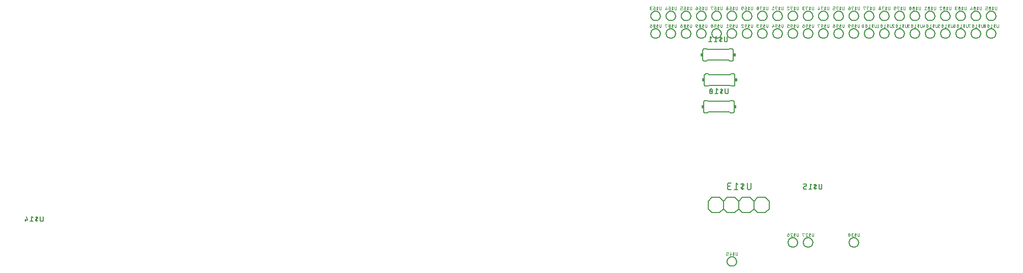
<source format=gbr>
G04 EAGLE Gerber RS-274X export*
G75*
%MOMM*%
%FSLAX34Y34*%
%LPD*%
%INSilkscreen Bottom*%
%IPPOS*%
%AMOC8*
5,1,8,0,0,1.08239X$1,22.5*%
G01*
%ADD10C,0.152400*%
%ADD11R,0.381000X0.508000*%
%ADD12C,0.127000*%
%ADD13C,0.101600*%
%ADD14C,0.203200*%


D10*
X181610Y351790D02*
X181608Y351890D01*
X181602Y351989D01*
X181592Y352089D01*
X181579Y352187D01*
X181561Y352286D01*
X181540Y352383D01*
X181515Y352479D01*
X181486Y352575D01*
X181453Y352669D01*
X181417Y352762D01*
X181377Y352853D01*
X181333Y352943D01*
X181286Y353031D01*
X181236Y353117D01*
X181182Y353201D01*
X181125Y353283D01*
X181065Y353362D01*
X181001Y353440D01*
X180935Y353514D01*
X180866Y353586D01*
X180794Y353655D01*
X180720Y353721D01*
X180642Y353785D01*
X180563Y353845D01*
X180481Y353902D01*
X180397Y353956D01*
X180311Y354006D01*
X180223Y354053D01*
X180133Y354097D01*
X180042Y354137D01*
X179949Y354173D01*
X179855Y354206D01*
X179759Y354235D01*
X179663Y354260D01*
X179566Y354281D01*
X179467Y354299D01*
X179369Y354312D01*
X179269Y354322D01*
X179170Y354328D01*
X179070Y354330D01*
X181610Y336550D02*
X181608Y336450D01*
X181602Y336351D01*
X181592Y336251D01*
X181579Y336153D01*
X181561Y336054D01*
X181540Y335957D01*
X181515Y335861D01*
X181486Y335765D01*
X181453Y335671D01*
X181417Y335578D01*
X181377Y335487D01*
X181333Y335397D01*
X181286Y335309D01*
X181236Y335223D01*
X181182Y335139D01*
X181125Y335057D01*
X181065Y334978D01*
X181001Y334900D01*
X180935Y334826D01*
X180866Y334754D01*
X180794Y334685D01*
X180720Y334619D01*
X180642Y334555D01*
X180563Y334495D01*
X180481Y334438D01*
X180397Y334384D01*
X180311Y334334D01*
X180223Y334287D01*
X180133Y334243D01*
X180042Y334203D01*
X179949Y334167D01*
X179855Y334134D01*
X179759Y334105D01*
X179663Y334080D01*
X179566Y334059D01*
X179467Y334041D01*
X179369Y334028D01*
X179269Y334018D01*
X179170Y334012D01*
X179070Y334010D01*
X133350Y334010D02*
X133250Y334012D01*
X133151Y334018D01*
X133051Y334028D01*
X132953Y334041D01*
X132854Y334059D01*
X132757Y334080D01*
X132661Y334105D01*
X132565Y334134D01*
X132471Y334167D01*
X132378Y334203D01*
X132287Y334243D01*
X132197Y334287D01*
X132109Y334334D01*
X132023Y334384D01*
X131939Y334438D01*
X131857Y334495D01*
X131778Y334555D01*
X131700Y334619D01*
X131626Y334685D01*
X131554Y334754D01*
X131485Y334826D01*
X131419Y334900D01*
X131355Y334978D01*
X131295Y335057D01*
X131238Y335139D01*
X131184Y335223D01*
X131134Y335309D01*
X131087Y335397D01*
X131043Y335487D01*
X131003Y335578D01*
X130967Y335671D01*
X130934Y335765D01*
X130905Y335861D01*
X130880Y335957D01*
X130859Y336054D01*
X130841Y336153D01*
X130828Y336251D01*
X130818Y336351D01*
X130812Y336450D01*
X130810Y336550D01*
X130810Y351790D02*
X130812Y351890D01*
X130818Y351989D01*
X130828Y352089D01*
X130841Y352187D01*
X130859Y352286D01*
X130880Y352383D01*
X130905Y352479D01*
X130934Y352575D01*
X130967Y352669D01*
X131003Y352762D01*
X131043Y352853D01*
X131087Y352943D01*
X131134Y353031D01*
X131184Y353117D01*
X131238Y353201D01*
X131295Y353283D01*
X131355Y353362D01*
X131419Y353440D01*
X131485Y353514D01*
X131554Y353586D01*
X131626Y353655D01*
X131700Y353721D01*
X131778Y353785D01*
X131857Y353845D01*
X131939Y353902D01*
X132023Y353956D01*
X132109Y354006D01*
X132197Y354053D01*
X132287Y354097D01*
X132378Y354137D01*
X132471Y354173D01*
X132565Y354206D01*
X132661Y354235D01*
X132757Y354260D01*
X132854Y354281D01*
X132953Y354299D01*
X133051Y354312D01*
X133151Y354322D01*
X133250Y354328D01*
X133350Y354330D01*
X181610Y351790D02*
X181610Y336550D01*
X179070Y354330D02*
X175260Y354330D01*
X173990Y353060D01*
X175260Y334010D02*
X179070Y334010D01*
X175260Y334010D02*
X173990Y335280D01*
X138430Y353060D02*
X137160Y354330D01*
X138430Y353060D02*
X173990Y353060D01*
X138430Y335280D02*
X137160Y334010D01*
X138430Y335280D02*
X173990Y335280D01*
X137160Y354330D02*
X133350Y354330D01*
X133350Y334010D02*
X137160Y334010D01*
X130810Y336550D02*
X130810Y351790D01*
D11*
X128905Y344170D03*
X183515Y344170D03*
D10*
X171466Y367961D02*
X171466Y374015D01*
X171465Y367961D02*
X171463Y367866D01*
X171457Y367771D01*
X171448Y367677D01*
X171434Y367583D01*
X171417Y367489D01*
X171396Y367397D01*
X171371Y367305D01*
X171342Y367215D01*
X171310Y367125D01*
X171274Y367037D01*
X171234Y366951D01*
X171192Y366866D01*
X171145Y366783D01*
X171095Y366702D01*
X171042Y366624D01*
X170986Y366547D01*
X170927Y366473D01*
X170865Y366401D01*
X170800Y366332D01*
X170732Y366265D01*
X170662Y366202D01*
X170588Y366141D01*
X170513Y366083D01*
X170435Y366029D01*
X170355Y365977D01*
X170273Y365929D01*
X170190Y365885D01*
X170104Y365843D01*
X170017Y365806D01*
X169928Y365772D01*
X169838Y365741D01*
X169747Y365714D01*
X169655Y365691D01*
X169562Y365672D01*
X169468Y365657D01*
X169374Y365645D01*
X169279Y365637D01*
X169184Y365633D01*
X169090Y365633D01*
X168995Y365637D01*
X168900Y365645D01*
X168806Y365657D01*
X168712Y365672D01*
X168619Y365691D01*
X168527Y365714D01*
X168436Y365741D01*
X168346Y365772D01*
X168257Y365806D01*
X168170Y365843D01*
X168084Y365885D01*
X168001Y365929D01*
X167919Y365977D01*
X167839Y366029D01*
X167761Y366083D01*
X167686Y366141D01*
X167612Y366202D01*
X167542Y366265D01*
X167474Y366332D01*
X167409Y366401D01*
X167347Y366473D01*
X167288Y366547D01*
X167232Y366624D01*
X167179Y366702D01*
X167129Y366783D01*
X167082Y366866D01*
X167040Y366951D01*
X167000Y367037D01*
X166964Y367125D01*
X166932Y367215D01*
X166903Y367305D01*
X166878Y367397D01*
X166857Y367489D01*
X166840Y367583D01*
X166826Y367677D01*
X166817Y367771D01*
X166811Y367866D01*
X166809Y367961D01*
X166809Y374015D01*
X160519Y374015D02*
X160519Y365633D01*
X160519Y369824D02*
X161683Y370523D01*
X161684Y370522D02*
X161745Y370562D01*
X161805Y370604D01*
X161862Y370650D01*
X161917Y370698D01*
X161969Y370749D01*
X162019Y370803D01*
X162065Y370860D01*
X162109Y370919D01*
X162149Y370980D01*
X162186Y371043D01*
X162220Y371108D01*
X162250Y371175D01*
X162276Y371243D01*
X162299Y371312D01*
X162319Y371383D01*
X162334Y371454D01*
X162346Y371527D01*
X162354Y371599D01*
X162358Y371672D01*
X162359Y371746D01*
X162355Y371819D01*
X162348Y371892D01*
X162337Y371964D01*
X162322Y372035D01*
X162303Y372106D01*
X162280Y372176D01*
X162254Y372244D01*
X162225Y372311D01*
X162192Y372376D01*
X162155Y372440D01*
X162115Y372501D01*
X162072Y372561D01*
X162026Y372618D01*
X161978Y372672D01*
X161926Y372724D01*
X161871Y372773D01*
X161815Y372819D01*
X161755Y372862D01*
X161694Y372902D01*
X161631Y372938D01*
X161565Y372971D01*
X161498Y373001D01*
X161430Y373027D01*
X161360Y373050D01*
X161290Y373068D01*
X161218Y373083D01*
X161217Y373084D02*
X161098Y373104D01*
X160978Y373120D01*
X160858Y373131D01*
X160737Y373139D01*
X160616Y373143D01*
X160495Y373144D01*
X160374Y373140D01*
X160254Y373132D01*
X160133Y373120D01*
X160013Y373104D01*
X159894Y373084D01*
X159776Y373061D01*
X159658Y373033D01*
X159541Y373002D01*
X159425Y372967D01*
X159311Y372928D01*
X159198Y372886D01*
X159086Y372839D01*
X158976Y372789D01*
X158867Y372736D01*
X158761Y372679D01*
X158656Y372618D01*
X160519Y369824D02*
X159355Y369126D01*
X159294Y369086D01*
X159234Y369044D01*
X159177Y368998D01*
X159122Y368950D01*
X159070Y368899D01*
X159020Y368845D01*
X158974Y368788D01*
X158930Y368729D01*
X158890Y368668D01*
X158853Y368605D01*
X158819Y368540D01*
X158789Y368473D01*
X158763Y368405D01*
X158740Y368336D01*
X158720Y368265D01*
X158705Y368194D01*
X158693Y368121D01*
X158685Y368049D01*
X158681Y367976D01*
X158680Y367902D01*
X158684Y367829D01*
X158691Y367757D01*
X158702Y367684D01*
X158717Y367613D01*
X158736Y367542D01*
X158759Y367472D01*
X158785Y367404D01*
X158814Y367337D01*
X158847Y367272D01*
X158884Y367208D01*
X158924Y367147D01*
X158967Y367087D01*
X159013Y367030D01*
X159061Y366976D01*
X159113Y366924D01*
X159168Y366875D01*
X159224Y366829D01*
X159284Y366786D01*
X159345Y366746D01*
X159408Y366710D01*
X159474Y366677D01*
X159541Y366647D01*
X159609Y366621D01*
X159679Y366598D01*
X159749Y366580D01*
X159821Y366565D01*
X159821Y366564D02*
X159940Y366544D01*
X160060Y366528D01*
X160180Y366517D01*
X160301Y366509D01*
X160422Y366505D01*
X160543Y366504D01*
X160664Y366508D01*
X160784Y366516D01*
X160905Y366528D01*
X161025Y366544D01*
X161144Y366564D01*
X161263Y366587D01*
X161380Y366615D01*
X161497Y366646D01*
X161613Y366681D01*
X161727Y366720D01*
X161841Y366762D01*
X161952Y366809D01*
X162062Y366859D01*
X162171Y366912D01*
X162277Y366969D01*
X162382Y367030D01*
X154526Y372152D02*
X152198Y374015D01*
X152198Y365633D01*
X154526Y365633D02*
X149870Y365633D01*
X145611Y369824D02*
X145609Y369989D01*
X145603Y370154D01*
X145593Y370318D01*
X145580Y370483D01*
X145562Y370647D01*
X145540Y370810D01*
X145515Y370973D01*
X145485Y371135D01*
X145452Y371297D01*
X145415Y371457D01*
X145374Y371617D01*
X145329Y371776D01*
X145281Y371933D01*
X145229Y372090D01*
X145173Y372245D01*
X145113Y372399D01*
X145050Y372551D01*
X144983Y372702D01*
X144913Y372851D01*
X144884Y372928D01*
X144852Y373004D01*
X144817Y373078D01*
X144777Y373150D01*
X144735Y373220D01*
X144689Y373288D01*
X144640Y373354D01*
X144587Y373418D01*
X144532Y373479D01*
X144474Y373537D01*
X144414Y373592D01*
X144350Y373645D01*
X144284Y373694D01*
X144216Y373740D01*
X144146Y373783D01*
X144074Y373823D01*
X144000Y373859D01*
X143925Y373891D01*
X143848Y373920D01*
X143770Y373945D01*
X143690Y373966D01*
X143610Y373984D01*
X143529Y373997D01*
X143447Y374007D01*
X143365Y374013D01*
X143283Y374015D01*
X143201Y374013D01*
X143119Y374007D01*
X143037Y373997D01*
X142956Y373984D01*
X142876Y373966D01*
X142796Y373945D01*
X142718Y373920D01*
X142641Y373891D01*
X142566Y373859D01*
X142492Y373823D01*
X142420Y373783D01*
X142350Y373740D01*
X142282Y373694D01*
X142216Y373645D01*
X142153Y373592D01*
X142092Y373537D01*
X142034Y373479D01*
X141979Y373418D01*
X141926Y373354D01*
X141877Y373288D01*
X141831Y373220D01*
X141789Y373150D01*
X141750Y373078D01*
X141714Y373004D01*
X141682Y372928D01*
X141653Y372851D01*
X141583Y372702D01*
X141516Y372551D01*
X141453Y372399D01*
X141393Y372245D01*
X141337Y372090D01*
X141285Y371933D01*
X141237Y371776D01*
X141192Y371617D01*
X141151Y371457D01*
X141114Y371297D01*
X141081Y371135D01*
X141051Y370973D01*
X141026Y370810D01*
X141004Y370647D01*
X140986Y370483D01*
X140973Y370318D01*
X140963Y370154D01*
X140957Y369989D01*
X140955Y369824D01*
X145612Y369824D02*
X145610Y369659D01*
X145604Y369494D01*
X145594Y369330D01*
X145581Y369165D01*
X145563Y369001D01*
X145541Y368838D01*
X145516Y368675D01*
X145486Y368513D01*
X145453Y368351D01*
X145416Y368190D01*
X145375Y368031D01*
X145330Y367872D01*
X145282Y367714D01*
X145230Y367558D01*
X145174Y367403D01*
X145114Y367249D01*
X145051Y367097D01*
X144984Y366946D01*
X144913Y366797D01*
X144884Y366720D01*
X144852Y366644D01*
X144816Y366570D01*
X144777Y366498D01*
X144735Y366428D01*
X144689Y366360D01*
X144640Y366294D01*
X144587Y366230D01*
X144532Y366169D01*
X144474Y366111D01*
X144414Y366056D01*
X144350Y366003D01*
X144284Y365954D01*
X144216Y365908D01*
X144146Y365865D01*
X144074Y365825D01*
X144000Y365789D01*
X143925Y365757D01*
X143848Y365728D01*
X143770Y365703D01*
X143690Y365682D01*
X143610Y365664D01*
X143529Y365651D01*
X143447Y365641D01*
X143365Y365635D01*
X143283Y365633D01*
X141653Y366797D02*
X141582Y366946D01*
X141515Y367097D01*
X141452Y367249D01*
X141392Y367403D01*
X141336Y367558D01*
X141284Y367714D01*
X141236Y367872D01*
X141191Y368031D01*
X141150Y368190D01*
X141113Y368351D01*
X141080Y368513D01*
X141050Y368675D01*
X141025Y368838D01*
X141003Y369001D01*
X140985Y369165D01*
X140972Y369330D01*
X140962Y369494D01*
X140956Y369659D01*
X140954Y369824D01*
X141653Y366797D02*
X141682Y366720D01*
X141714Y366644D01*
X141750Y366570D01*
X141789Y366498D01*
X141831Y366428D01*
X141877Y366360D01*
X141926Y366294D01*
X141979Y366230D01*
X142034Y366169D01*
X142092Y366111D01*
X142153Y366056D01*
X142216Y366003D01*
X142282Y365954D01*
X142350Y365908D01*
X142420Y365865D01*
X142492Y365825D01*
X142566Y365789D01*
X142641Y365757D01*
X142718Y365728D01*
X142796Y365703D01*
X142876Y365682D01*
X142956Y365664D01*
X143037Y365651D01*
X143119Y365641D01*
X143201Y365635D01*
X143283Y365633D01*
X145145Y367496D02*
X141420Y372152D01*
D12*
X398526Y466090D02*
X398528Y466283D01*
X398535Y466476D01*
X398547Y466669D01*
X398564Y466862D01*
X398585Y467054D01*
X398611Y467245D01*
X398642Y467436D01*
X398677Y467626D01*
X398717Y467815D01*
X398762Y468003D01*
X398811Y468190D01*
X398865Y468376D01*
X398923Y468560D01*
X398986Y468743D01*
X399054Y468924D01*
X399125Y469103D01*
X399202Y469281D01*
X399282Y469457D01*
X399367Y469630D01*
X399456Y469802D01*
X399549Y469971D01*
X399646Y470138D01*
X399748Y470303D01*
X399853Y470465D01*
X399962Y470624D01*
X400076Y470781D01*
X400193Y470934D01*
X400313Y471085D01*
X400438Y471233D01*
X400566Y471378D01*
X400697Y471519D01*
X400832Y471658D01*
X400971Y471793D01*
X401112Y471924D01*
X401257Y472052D01*
X401405Y472177D01*
X401556Y472297D01*
X401709Y472414D01*
X401866Y472528D01*
X402025Y472637D01*
X402187Y472742D01*
X402352Y472844D01*
X402519Y472941D01*
X402688Y473034D01*
X402860Y473123D01*
X403033Y473208D01*
X403209Y473288D01*
X403387Y473365D01*
X403566Y473436D01*
X403747Y473504D01*
X403930Y473567D01*
X404114Y473625D01*
X404300Y473679D01*
X404487Y473728D01*
X404675Y473773D01*
X404864Y473813D01*
X405054Y473848D01*
X405245Y473879D01*
X405436Y473905D01*
X405628Y473926D01*
X405821Y473943D01*
X406014Y473955D01*
X406207Y473962D01*
X406400Y473964D01*
X406593Y473962D01*
X406786Y473955D01*
X406979Y473943D01*
X407172Y473926D01*
X407364Y473905D01*
X407555Y473879D01*
X407746Y473848D01*
X407936Y473813D01*
X408125Y473773D01*
X408313Y473728D01*
X408500Y473679D01*
X408686Y473625D01*
X408870Y473567D01*
X409053Y473504D01*
X409234Y473436D01*
X409413Y473365D01*
X409591Y473288D01*
X409767Y473208D01*
X409940Y473123D01*
X410112Y473034D01*
X410281Y472941D01*
X410448Y472844D01*
X410613Y472742D01*
X410775Y472637D01*
X410934Y472528D01*
X411091Y472414D01*
X411244Y472297D01*
X411395Y472177D01*
X411543Y472052D01*
X411688Y471924D01*
X411829Y471793D01*
X411968Y471658D01*
X412103Y471519D01*
X412234Y471378D01*
X412362Y471233D01*
X412487Y471085D01*
X412607Y470934D01*
X412724Y470781D01*
X412838Y470624D01*
X412947Y470465D01*
X413052Y470303D01*
X413154Y470138D01*
X413251Y469971D01*
X413344Y469802D01*
X413433Y469630D01*
X413518Y469457D01*
X413598Y469281D01*
X413675Y469103D01*
X413746Y468924D01*
X413814Y468743D01*
X413877Y468560D01*
X413935Y468376D01*
X413989Y468190D01*
X414038Y468003D01*
X414083Y467815D01*
X414123Y467626D01*
X414158Y467436D01*
X414189Y467245D01*
X414215Y467054D01*
X414236Y466862D01*
X414253Y466669D01*
X414265Y466476D01*
X414272Y466283D01*
X414274Y466090D01*
X414272Y465897D01*
X414265Y465704D01*
X414253Y465511D01*
X414236Y465318D01*
X414215Y465126D01*
X414189Y464935D01*
X414158Y464744D01*
X414123Y464554D01*
X414083Y464365D01*
X414038Y464177D01*
X413989Y463990D01*
X413935Y463804D01*
X413877Y463620D01*
X413814Y463437D01*
X413746Y463256D01*
X413675Y463077D01*
X413598Y462899D01*
X413518Y462723D01*
X413433Y462550D01*
X413344Y462378D01*
X413251Y462209D01*
X413154Y462042D01*
X413052Y461877D01*
X412947Y461715D01*
X412838Y461556D01*
X412724Y461399D01*
X412607Y461246D01*
X412487Y461095D01*
X412362Y460947D01*
X412234Y460802D01*
X412103Y460661D01*
X411968Y460522D01*
X411829Y460387D01*
X411688Y460256D01*
X411543Y460128D01*
X411395Y460003D01*
X411244Y459883D01*
X411091Y459766D01*
X410934Y459652D01*
X410775Y459543D01*
X410613Y459438D01*
X410448Y459336D01*
X410281Y459239D01*
X410112Y459146D01*
X409940Y459057D01*
X409767Y458972D01*
X409591Y458892D01*
X409413Y458815D01*
X409234Y458744D01*
X409053Y458676D01*
X408870Y458613D01*
X408686Y458555D01*
X408500Y458501D01*
X408313Y458452D01*
X408125Y458407D01*
X407936Y458367D01*
X407746Y458332D01*
X407555Y458301D01*
X407364Y458275D01*
X407172Y458254D01*
X406979Y458237D01*
X406786Y458225D01*
X406593Y458218D01*
X406400Y458216D01*
X406207Y458218D01*
X406014Y458225D01*
X405821Y458237D01*
X405628Y458254D01*
X405436Y458275D01*
X405245Y458301D01*
X405054Y458332D01*
X404864Y458367D01*
X404675Y458407D01*
X404487Y458452D01*
X404300Y458501D01*
X404114Y458555D01*
X403930Y458613D01*
X403747Y458676D01*
X403566Y458744D01*
X403387Y458815D01*
X403209Y458892D01*
X403033Y458972D01*
X402860Y459057D01*
X402688Y459146D01*
X402519Y459239D01*
X402352Y459336D01*
X402187Y459438D01*
X402025Y459543D01*
X401866Y459652D01*
X401709Y459766D01*
X401556Y459883D01*
X401405Y460003D01*
X401257Y460128D01*
X401112Y460256D01*
X400971Y460387D01*
X400832Y460522D01*
X400697Y460661D01*
X400566Y460802D01*
X400438Y460947D01*
X400313Y461095D01*
X400193Y461246D01*
X400076Y461399D01*
X399962Y461556D01*
X399853Y461715D01*
X399748Y461877D01*
X399646Y462042D01*
X399549Y462209D01*
X399456Y462378D01*
X399367Y462550D01*
X399282Y462723D01*
X399202Y462899D01*
X399125Y463077D01*
X399054Y463256D01*
X398986Y463437D01*
X398923Y463620D01*
X398865Y463804D01*
X398811Y463990D01*
X398762Y464177D01*
X398717Y464365D01*
X398677Y464554D01*
X398642Y464744D01*
X398611Y464935D01*
X398585Y465126D01*
X398564Y465318D01*
X398547Y465511D01*
X398535Y465704D01*
X398528Y465897D01*
X398526Y466090D01*
D13*
X418509Y477661D02*
X418509Y481330D01*
X418509Y477661D02*
X418507Y477587D01*
X418501Y477514D01*
X418492Y477440D01*
X418478Y477368D01*
X418461Y477296D01*
X418440Y477225D01*
X418415Y477155D01*
X418387Y477087D01*
X418355Y477020D01*
X418320Y476956D01*
X418281Y476893D01*
X418240Y476832D01*
X418195Y476773D01*
X418147Y476717D01*
X418096Y476663D01*
X418042Y476612D01*
X417986Y476564D01*
X417927Y476519D01*
X417866Y476478D01*
X417804Y476439D01*
X417739Y476404D01*
X417672Y476372D01*
X417604Y476344D01*
X417534Y476319D01*
X417463Y476298D01*
X417391Y476281D01*
X417319Y476267D01*
X417245Y476258D01*
X417172Y476252D01*
X417098Y476250D01*
X417024Y476252D01*
X416951Y476258D01*
X416877Y476267D01*
X416805Y476281D01*
X416733Y476298D01*
X416662Y476319D01*
X416592Y476344D01*
X416524Y476372D01*
X416457Y476404D01*
X416393Y476439D01*
X416330Y476478D01*
X416269Y476519D01*
X416210Y476564D01*
X416154Y476612D01*
X416100Y476663D01*
X416049Y476717D01*
X416001Y476773D01*
X415956Y476832D01*
X415915Y476893D01*
X415876Y476956D01*
X415841Y477020D01*
X415809Y477087D01*
X415781Y477155D01*
X415756Y477225D01*
X415735Y477296D01*
X415718Y477368D01*
X415704Y477440D01*
X415695Y477514D01*
X415689Y477587D01*
X415687Y477661D01*
X415687Y481330D01*
X411795Y481330D02*
X411795Y476250D01*
X411795Y478790D02*
X412500Y479213D01*
X412501Y479213D02*
X412548Y479244D01*
X412594Y479278D01*
X412637Y479315D01*
X412677Y479354D01*
X412715Y479397D01*
X412750Y479441D01*
X412781Y479488D01*
X412810Y479537D01*
X412835Y479588D01*
X412857Y479641D01*
X412875Y479694D01*
X412889Y479749D01*
X412900Y479805D01*
X412907Y479861D01*
X412910Y479918D01*
X412909Y479974D01*
X412905Y480031D01*
X412896Y480087D01*
X412884Y480142D01*
X412869Y480197D01*
X412849Y480250D01*
X412827Y480302D01*
X412800Y480352D01*
X412771Y480400D01*
X412738Y480447D01*
X412702Y480490D01*
X412663Y480532D01*
X412622Y480571D01*
X412578Y480606D01*
X412532Y480639D01*
X412484Y480669D01*
X412433Y480695D01*
X412382Y480718D01*
X412328Y480737D01*
X412274Y480753D01*
X412218Y480765D01*
X412218Y480766D02*
X412129Y480780D01*
X412040Y480791D01*
X411951Y480798D01*
X411862Y480802D01*
X411772Y480802D01*
X411683Y480798D01*
X411593Y480791D01*
X411504Y480780D01*
X411416Y480766D01*
X411328Y480748D01*
X411241Y480727D01*
X411155Y480702D01*
X411070Y480674D01*
X410986Y480642D01*
X410904Y480607D01*
X410823Y480569D01*
X410743Y480528D01*
X410666Y480483D01*
X411795Y478790D02*
X411089Y478367D01*
X411042Y478336D01*
X410996Y478302D01*
X410953Y478265D01*
X410913Y478226D01*
X410875Y478183D01*
X410840Y478139D01*
X410809Y478092D01*
X410780Y478043D01*
X410755Y477992D01*
X410733Y477939D01*
X410715Y477886D01*
X410701Y477831D01*
X410690Y477775D01*
X410683Y477719D01*
X410680Y477662D01*
X410681Y477606D01*
X410685Y477549D01*
X410694Y477493D01*
X410706Y477438D01*
X410721Y477383D01*
X410741Y477330D01*
X410763Y477278D01*
X410790Y477228D01*
X410819Y477180D01*
X410852Y477133D01*
X410888Y477090D01*
X410927Y477048D01*
X410968Y477009D01*
X411012Y476974D01*
X411058Y476941D01*
X411106Y476911D01*
X411157Y476885D01*
X411208Y476862D01*
X411262Y476843D01*
X411316Y476827D01*
X411371Y476815D01*
X411371Y476814D02*
X411460Y476800D01*
X411548Y476789D01*
X411638Y476782D01*
X411727Y476778D01*
X411817Y476778D01*
X411906Y476782D01*
X411996Y476789D01*
X412085Y476800D01*
X412173Y476814D01*
X412261Y476832D01*
X412348Y476853D01*
X412434Y476878D01*
X412519Y476906D01*
X412603Y476938D01*
X412685Y476973D01*
X412766Y477011D01*
X412846Y477052D01*
X412923Y477097D01*
X408085Y480201D02*
X406674Y481330D01*
X406674Y476250D01*
X408085Y476250D02*
X405263Y476250D01*
X402599Y478790D02*
X402597Y478917D01*
X402591Y479043D01*
X402582Y479169D01*
X402568Y479295D01*
X402551Y479420D01*
X402530Y479545D01*
X402506Y479669D01*
X402477Y479793D01*
X402445Y479915D01*
X402409Y480037D01*
X402370Y480157D01*
X402326Y480276D01*
X402280Y480393D01*
X402229Y480510D01*
X402176Y480624D01*
X402176Y480625D02*
X402154Y480682D01*
X402129Y480739D01*
X402100Y480793D01*
X402069Y480846D01*
X402034Y480897D01*
X401997Y480946D01*
X401956Y480993D01*
X401913Y481037D01*
X401868Y481078D01*
X401820Y481117D01*
X401769Y481153D01*
X401717Y481186D01*
X401663Y481216D01*
X401608Y481242D01*
X401550Y481265D01*
X401492Y481285D01*
X401432Y481301D01*
X401372Y481314D01*
X401311Y481323D01*
X401250Y481328D01*
X401188Y481330D01*
X401126Y481328D01*
X401065Y481323D01*
X401004Y481314D01*
X400944Y481301D01*
X400884Y481285D01*
X400826Y481265D01*
X400769Y481242D01*
X400713Y481216D01*
X400659Y481186D01*
X400607Y481153D01*
X400556Y481117D01*
X400508Y481079D01*
X400463Y481037D01*
X400420Y480993D01*
X400379Y480946D01*
X400342Y480897D01*
X400307Y480846D01*
X400276Y480793D01*
X400247Y480739D01*
X400222Y480682D01*
X400200Y480625D01*
X400200Y480624D02*
X400147Y480510D01*
X400096Y480394D01*
X400050Y480276D01*
X400006Y480157D01*
X399967Y480037D01*
X399931Y479915D01*
X399899Y479793D01*
X399870Y479670D01*
X399846Y479545D01*
X399825Y479421D01*
X399808Y479295D01*
X399794Y479169D01*
X399785Y479043D01*
X399779Y478917D01*
X399777Y478790D01*
X402599Y478790D02*
X402597Y478663D01*
X402591Y478537D01*
X402582Y478411D01*
X402568Y478285D01*
X402551Y478159D01*
X402530Y478035D01*
X402506Y477910D01*
X402477Y477787D01*
X402445Y477665D01*
X402409Y477543D01*
X402370Y477423D01*
X402326Y477304D01*
X402280Y477186D01*
X402229Y477070D01*
X402176Y476955D01*
X402154Y476898D01*
X402129Y476841D01*
X402100Y476787D01*
X402069Y476734D01*
X402034Y476683D01*
X401997Y476634D01*
X401956Y476587D01*
X401913Y476543D01*
X401868Y476501D01*
X401820Y476463D01*
X401769Y476427D01*
X401717Y476394D01*
X401663Y476364D01*
X401607Y476338D01*
X401550Y476315D01*
X401492Y476295D01*
X401432Y476279D01*
X401372Y476266D01*
X401311Y476257D01*
X401250Y476252D01*
X401188Y476250D01*
X400200Y476956D02*
X400147Y477070D01*
X400096Y477186D01*
X400050Y477304D01*
X400006Y477423D01*
X399967Y477543D01*
X399931Y477665D01*
X399899Y477787D01*
X399870Y477911D01*
X399846Y478035D01*
X399825Y478159D01*
X399808Y478285D01*
X399794Y478411D01*
X399785Y478537D01*
X399779Y478663D01*
X399777Y478790D01*
X400200Y476955D02*
X400222Y476898D01*
X400247Y476841D01*
X400276Y476787D01*
X400307Y476734D01*
X400342Y476683D01*
X400379Y476634D01*
X400420Y476587D01*
X400463Y476543D01*
X400508Y476501D01*
X400556Y476463D01*
X400607Y476427D01*
X400659Y476394D01*
X400713Y476364D01*
X400769Y476338D01*
X400826Y476315D01*
X400884Y476295D01*
X400944Y476279D01*
X401004Y476266D01*
X401065Y476257D01*
X401126Y476252D01*
X401188Y476250D01*
X402317Y477379D02*
X400059Y480201D01*
X397112Y478790D02*
X397110Y478917D01*
X397104Y479043D01*
X397095Y479169D01*
X397081Y479295D01*
X397064Y479420D01*
X397043Y479545D01*
X397019Y479669D01*
X396990Y479793D01*
X396958Y479915D01*
X396922Y480037D01*
X396883Y480157D01*
X396839Y480276D01*
X396793Y480393D01*
X396742Y480510D01*
X396689Y480624D01*
X396690Y480625D02*
X396668Y480682D01*
X396643Y480739D01*
X396614Y480793D01*
X396583Y480846D01*
X396548Y480897D01*
X396511Y480946D01*
X396470Y480993D01*
X396427Y481037D01*
X396382Y481078D01*
X396334Y481117D01*
X396283Y481153D01*
X396231Y481186D01*
X396177Y481216D01*
X396122Y481242D01*
X396064Y481265D01*
X396006Y481285D01*
X395946Y481301D01*
X395886Y481314D01*
X395825Y481323D01*
X395764Y481328D01*
X395702Y481330D01*
X395640Y481328D01*
X395579Y481323D01*
X395518Y481314D01*
X395458Y481301D01*
X395398Y481285D01*
X395340Y481265D01*
X395283Y481242D01*
X395227Y481216D01*
X395173Y481186D01*
X395121Y481153D01*
X395070Y481117D01*
X395022Y481079D01*
X394977Y481037D01*
X394934Y480993D01*
X394893Y480946D01*
X394856Y480897D01*
X394821Y480846D01*
X394790Y480793D01*
X394761Y480739D01*
X394736Y480682D01*
X394714Y480625D01*
X394714Y480624D02*
X394661Y480510D01*
X394610Y480394D01*
X394564Y480276D01*
X394520Y480157D01*
X394481Y480037D01*
X394445Y479915D01*
X394413Y479793D01*
X394384Y479670D01*
X394360Y479545D01*
X394339Y479421D01*
X394322Y479295D01*
X394308Y479169D01*
X394299Y479043D01*
X394293Y478917D01*
X394291Y478790D01*
X397113Y478790D02*
X397111Y478663D01*
X397105Y478537D01*
X397096Y478411D01*
X397082Y478285D01*
X397065Y478159D01*
X397044Y478035D01*
X397020Y477910D01*
X396991Y477787D01*
X396959Y477665D01*
X396923Y477543D01*
X396884Y477423D01*
X396840Y477304D01*
X396794Y477186D01*
X396743Y477070D01*
X396690Y476955D01*
X396668Y476898D01*
X396643Y476841D01*
X396614Y476787D01*
X396583Y476734D01*
X396548Y476683D01*
X396511Y476634D01*
X396470Y476587D01*
X396427Y476543D01*
X396382Y476501D01*
X396334Y476463D01*
X396283Y476427D01*
X396231Y476394D01*
X396177Y476364D01*
X396121Y476338D01*
X396064Y476315D01*
X396006Y476295D01*
X395946Y476279D01*
X395886Y476266D01*
X395825Y476257D01*
X395764Y476252D01*
X395702Y476250D01*
X394714Y476956D02*
X394661Y477070D01*
X394610Y477186D01*
X394564Y477304D01*
X394520Y477423D01*
X394481Y477543D01*
X394445Y477665D01*
X394413Y477787D01*
X394384Y477911D01*
X394360Y478035D01*
X394339Y478159D01*
X394322Y478285D01*
X394308Y478411D01*
X394299Y478537D01*
X394293Y478663D01*
X394291Y478790D01*
X394714Y476955D02*
X394736Y476898D01*
X394761Y476841D01*
X394790Y476787D01*
X394821Y476734D01*
X394856Y476683D01*
X394893Y476634D01*
X394934Y476587D01*
X394977Y476543D01*
X395022Y476501D01*
X395070Y476463D01*
X395121Y476427D01*
X395173Y476394D01*
X395227Y476364D01*
X395283Y476338D01*
X395340Y476315D01*
X395398Y476295D01*
X395458Y476279D01*
X395518Y476266D01*
X395579Y476257D01*
X395640Y476252D01*
X395702Y476250D01*
X396831Y477379D02*
X394573Y480201D01*
D12*
X423926Y466090D02*
X423928Y466283D01*
X423935Y466476D01*
X423947Y466669D01*
X423964Y466862D01*
X423985Y467054D01*
X424011Y467245D01*
X424042Y467436D01*
X424077Y467626D01*
X424117Y467815D01*
X424162Y468003D01*
X424211Y468190D01*
X424265Y468376D01*
X424323Y468560D01*
X424386Y468743D01*
X424454Y468924D01*
X424525Y469103D01*
X424602Y469281D01*
X424682Y469457D01*
X424767Y469630D01*
X424856Y469802D01*
X424949Y469971D01*
X425046Y470138D01*
X425148Y470303D01*
X425253Y470465D01*
X425362Y470624D01*
X425476Y470781D01*
X425593Y470934D01*
X425713Y471085D01*
X425838Y471233D01*
X425966Y471378D01*
X426097Y471519D01*
X426232Y471658D01*
X426371Y471793D01*
X426512Y471924D01*
X426657Y472052D01*
X426805Y472177D01*
X426956Y472297D01*
X427109Y472414D01*
X427266Y472528D01*
X427425Y472637D01*
X427587Y472742D01*
X427752Y472844D01*
X427919Y472941D01*
X428088Y473034D01*
X428260Y473123D01*
X428433Y473208D01*
X428609Y473288D01*
X428787Y473365D01*
X428966Y473436D01*
X429147Y473504D01*
X429330Y473567D01*
X429514Y473625D01*
X429700Y473679D01*
X429887Y473728D01*
X430075Y473773D01*
X430264Y473813D01*
X430454Y473848D01*
X430645Y473879D01*
X430836Y473905D01*
X431028Y473926D01*
X431221Y473943D01*
X431414Y473955D01*
X431607Y473962D01*
X431800Y473964D01*
X431993Y473962D01*
X432186Y473955D01*
X432379Y473943D01*
X432572Y473926D01*
X432764Y473905D01*
X432955Y473879D01*
X433146Y473848D01*
X433336Y473813D01*
X433525Y473773D01*
X433713Y473728D01*
X433900Y473679D01*
X434086Y473625D01*
X434270Y473567D01*
X434453Y473504D01*
X434634Y473436D01*
X434813Y473365D01*
X434991Y473288D01*
X435167Y473208D01*
X435340Y473123D01*
X435512Y473034D01*
X435681Y472941D01*
X435848Y472844D01*
X436013Y472742D01*
X436175Y472637D01*
X436334Y472528D01*
X436491Y472414D01*
X436644Y472297D01*
X436795Y472177D01*
X436943Y472052D01*
X437088Y471924D01*
X437229Y471793D01*
X437368Y471658D01*
X437503Y471519D01*
X437634Y471378D01*
X437762Y471233D01*
X437887Y471085D01*
X438007Y470934D01*
X438124Y470781D01*
X438238Y470624D01*
X438347Y470465D01*
X438452Y470303D01*
X438554Y470138D01*
X438651Y469971D01*
X438744Y469802D01*
X438833Y469630D01*
X438918Y469457D01*
X438998Y469281D01*
X439075Y469103D01*
X439146Y468924D01*
X439214Y468743D01*
X439277Y468560D01*
X439335Y468376D01*
X439389Y468190D01*
X439438Y468003D01*
X439483Y467815D01*
X439523Y467626D01*
X439558Y467436D01*
X439589Y467245D01*
X439615Y467054D01*
X439636Y466862D01*
X439653Y466669D01*
X439665Y466476D01*
X439672Y466283D01*
X439674Y466090D01*
X439672Y465897D01*
X439665Y465704D01*
X439653Y465511D01*
X439636Y465318D01*
X439615Y465126D01*
X439589Y464935D01*
X439558Y464744D01*
X439523Y464554D01*
X439483Y464365D01*
X439438Y464177D01*
X439389Y463990D01*
X439335Y463804D01*
X439277Y463620D01*
X439214Y463437D01*
X439146Y463256D01*
X439075Y463077D01*
X438998Y462899D01*
X438918Y462723D01*
X438833Y462550D01*
X438744Y462378D01*
X438651Y462209D01*
X438554Y462042D01*
X438452Y461877D01*
X438347Y461715D01*
X438238Y461556D01*
X438124Y461399D01*
X438007Y461246D01*
X437887Y461095D01*
X437762Y460947D01*
X437634Y460802D01*
X437503Y460661D01*
X437368Y460522D01*
X437229Y460387D01*
X437088Y460256D01*
X436943Y460128D01*
X436795Y460003D01*
X436644Y459883D01*
X436491Y459766D01*
X436334Y459652D01*
X436175Y459543D01*
X436013Y459438D01*
X435848Y459336D01*
X435681Y459239D01*
X435512Y459146D01*
X435340Y459057D01*
X435167Y458972D01*
X434991Y458892D01*
X434813Y458815D01*
X434634Y458744D01*
X434453Y458676D01*
X434270Y458613D01*
X434086Y458555D01*
X433900Y458501D01*
X433713Y458452D01*
X433525Y458407D01*
X433336Y458367D01*
X433146Y458332D01*
X432955Y458301D01*
X432764Y458275D01*
X432572Y458254D01*
X432379Y458237D01*
X432186Y458225D01*
X431993Y458218D01*
X431800Y458216D01*
X431607Y458218D01*
X431414Y458225D01*
X431221Y458237D01*
X431028Y458254D01*
X430836Y458275D01*
X430645Y458301D01*
X430454Y458332D01*
X430264Y458367D01*
X430075Y458407D01*
X429887Y458452D01*
X429700Y458501D01*
X429514Y458555D01*
X429330Y458613D01*
X429147Y458676D01*
X428966Y458744D01*
X428787Y458815D01*
X428609Y458892D01*
X428433Y458972D01*
X428260Y459057D01*
X428088Y459146D01*
X427919Y459239D01*
X427752Y459336D01*
X427587Y459438D01*
X427425Y459543D01*
X427266Y459652D01*
X427109Y459766D01*
X426956Y459883D01*
X426805Y460003D01*
X426657Y460128D01*
X426512Y460256D01*
X426371Y460387D01*
X426232Y460522D01*
X426097Y460661D01*
X425966Y460802D01*
X425838Y460947D01*
X425713Y461095D01*
X425593Y461246D01*
X425476Y461399D01*
X425362Y461556D01*
X425253Y461715D01*
X425148Y461877D01*
X425046Y462042D01*
X424949Y462209D01*
X424856Y462378D01*
X424767Y462550D01*
X424682Y462723D01*
X424602Y462899D01*
X424525Y463077D01*
X424454Y463256D01*
X424386Y463437D01*
X424323Y463620D01*
X424265Y463804D01*
X424211Y463990D01*
X424162Y464177D01*
X424117Y464365D01*
X424077Y464554D01*
X424042Y464744D01*
X424011Y464935D01*
X423985Y465126D01*
X423964Y465318D01*
X423947Y465511D01*
X423935Y465704D01*
X423928Y465897D01*
X423926Y466090D01*
D13*
X443909Y477661D02*
X443909Y481330D01*
X443909Y477661D02*
X443907Y477587D01*
X443901Y477514D01*
X443892Y477440D01*
X443878Y477368D01*
X443861Y477296D01*
X443840Y477225D01*
X443815Y477155D01*
X443787Y477087D01*
X443755Y477020D01*
X443720Y476956D01*
X443681Y476893D01*
X443640Y476832D01*
X443595Y476773D01*
X443547Y476717D01*
X443496Y476663D01*
X443442Y476612D01*
X443386Y476564D01*
X443327Y476519D01*
X443266Y476478D01*
X443204Y476439D01*
X443139Y476404D01*
X443072Y476372D01*
X443004Y476344D01*
X442934Y476319D01*
X442863Y476298D01*
X442791Y476281D01*
X442719Y476267D01*
X442645Y476258D01*
X442572Y476252D01*
X442498Y476250D01*
X442424Y476252D01*
X442351Y476258D01*
X442277Y476267D01*
X442205Y476281D01*
X442133Y476298D01*
X442062Y476319D01*
X441992Y476344D01*
X441924Y476372D01*
X441857Y476404D01*
X441793Y476439D01*
X441730Y476478D01*
X441669Y476519D01*
X441610Y476564D01*
X441554Y476612D01*
X441500Y476663D01*
X441449Y476717D01*
X441401Y476773D01*
X441356Y476832D01*
X441315Y476893D01*
X441276Y476956D01*
X441241Y477020D01*
X441209Y477087D01*
X441181Y477155D01*
X441156Y477225D01*
X441135Y477296D01*
X441118Y477368D01*
X441104Y477440D01*
X441095Y477514D01*
X441089Y477587D01*
X441087Y477661D01*
X441087Y481330D01*
X437195Y481330D02*
X437195Y476250D01*
X437195Y478790D02*
X437900Y479213D01*
X437901Y479213D02*
X437948Y479244D01*
X437994Y479278D01*
X438037Y479315D01*
X438077Y479354D01*
X438115Y479397D01*
X438150Y479441D01*
X438181Y479488D01*
X438210Y479537D01*
X438235Y479588D01*
X438257Y479641D01*
X438275Y479694D01*
X438289Y479749D01*
X438300Y479805D01*
X438307Y479861D01*
X438310Y479918D01*
X438309Y479974D01*
X438305Y480031D01*
X438296Y480087D01*
X438284Y480142D01*
X438269Y480197D01*
X438249Y480250D01*
X438227Y480302D01*
X438200Y480352D01*
X438171Y480400D01*
X438138Y480447D01*
X438102Y480490D01*
X438063Y480532D01*
X438022Y480571D01*
X437978Y480606D01*
X437932Y480639D01*
X437884Y480669D01*
X437833Y480695D01*
X437782Y480718D01*
X437728Y480737D01*
X437674Y480753D01*
X437618Y480765D01*
X437618Y480766D02*
X437529Y480780D01*
X437440Y480791D01*
X437351Y480798D01*
X437262Y480802D01*
X437172Y480802D01*
X437083Y480798D01*
X436993Y480791D01*
X436904Y480780D01*
X436816Y480766D01*
X436728Y480748D01*
X436641Y480727D01*
X436555Y480702D01*
X436470Y480674D01*
X436386Y480642D01*
X436304Y480607D01*
X436223Y480569D01*
X436143Y480528D01*
X436066Y480483D01*
X437195Y478790D02*
X436489Y478367D01*
X436442Y478336D01*
X436396Y478302D01*
X436353Y478265D01*
X436313Y478226D01*
X436275Y478183D01*
X436240Y478139D01*
X436209Y478092D01*
X436180Y478043D01*
X436155Y477992D01*
X436133Y477939D01*
X436115Y477886D01*
X436101Y477831D01*
X436090Y477775D01*
X436083Y477719D01*
X436080Y477662D01*
X436081Y477606D01*
X436085Y477549D01*
X436094Y477493D01*
X436106Y477438D01*
X436121Y477383D01*
X436141Y477330D01*
X436163Y477278D01*
X436190Y477228D01*
X436219Y477180D01*
X436252Y477133D01*
X436288Y477090D01*
X436327Y477048D01*
X436368Y477009D01*
X436412Y476974D01*
X436458Y476941D01*
X436506Y476911D01*
X436557Y476885D01*
X436608Y476862D01*
X436662Y476843D01*
X436716Y476827D01*
X436771Y476815D01*
X436771Y476814D02*
X436860Y476800D01*
X436948Y476789D01*
X437038Y476782D01*
X437127Y476778D01*
X437217Y476778D01*
X437306Y476782D01*
X437396Y476789D01*
X437485Y476800D01*
X437573Y476814D01*
X437661Y476832D01*
X437748Y476853D01*
X437834Y476878D01*
X437919Y476906D01*
X438003Y476938D01*
X438085Y476973D01*
X438166Y477011D01*
X438246Y477052D01*
X438323Y477097D01*
X433485Y480201D02*
X432074Y481330D01*
X432074Y476250D01*
X433485Y476250D02*
X430663Y476250D01*
X427999Y478790D02*
X427997Y478917D01*
X427991Y479043D01*
X427982Y479169D01*
X427968Y479295D01*
X427951Y479420D01*
X427930Y479545D01*
X427906Y479669D01*
X427877Y479793D01*
X427845Y479915D01*
X427809Y480037D01*
X427770Y480157D01*
X427726Y480276D01*
X427680Y480393D01*
X427629Y480510D01*
X427576Y480624D01*
X427576Y480625D02*
X427554Y480682D01*
X427529Y480739D01*
X427500Y480793D01*
X427469Y480846D01*
X427434Y480897D01*
X427397Y480946D01*
X427356Y480993D01*
X427313Y481037D01*
X427268Y481078D01*
X427220Y481117D01*
X427169Y481153D01*
X427117Y481186D01*
X427063Y481216D01*
X427008Y481242D01*
X426950Y481265D01*
X426892Y481285D01*
X426832Y481301D01*
X426772Y481314D01*
X426711Y481323D01*
X426650Y481328D01*
X426588Y481330D01*
X426526Y481328D01*
X426465Y481323D01*
X426404Y481314D01*
X426344Y481301D01*
X426284Y481285D01*
X426226Y481265D01*
X426169Y481242D01*
X426113Y481216D01*
X426059Y481186D01*
X426007Y481153D01*
X425956Y481117D01*
X425908Y481079D01*
X425863Y481037D01*
X425820Y480993D01*
X425779Y480946D01*
X425742Y480897D01*
X425707Y480846D01*
X425676Y480793D01*
X425647Y480739D01*
X425622Y480682D01*
X425600Y480625D01*
X425600Y480624D02*
X425547Y480510D01*
X425496Y480394D01*
X425450Y480276D01*
X425406Y480157D01*
X425367Y480037D01*
X425331Y479915D01*
X425299Y479793D01*
X425270Y479670D01*
X425246Y479545D01*
X425225Y479421D01*
X425208Y479295D01*
X425194Y479169D01*
X425185Y479043D01*
X425179Y478917D01*
X425177Y478790D01*
X427999Y478790D02*
X427997Y478663D01*
X427991Y478537D01*
X427982Y478411D01*
X427968Y478285D01*
X427951Y478159D01*
X427930Y478035D01*
X427906Y477910D01*
X427877Y477787D01*
X427845Y477665D01*
X427809Y477543D01*
X427770Y477423D01*
X427726Y477304D01*
X427680Y477186D01*
X427629Y477070D01*
X427576Y476955D01*
X427554Y476898D01*
X427529Y476841D01*
X427500Y476787D01*
X427469Y476734D01*
X427434Y476683D01*
X427397Y476634D01*
X427356Y476587D01*
X427313Y476543D01*
X427268Y476501D01*
X427220Y476463D01*
X427169Y476427D01*
X427117Y476394D01*
X427063Y476364D01*
X427007Y476338D01*
X426950Y476315D01*
X426892Y476295D01*
X426832Y476279D01*
X426772Y476266D01*
X426711Y476257D01*
X426650Y476252D01*
X426588Y476250D01*
X425600Y476956D02*
X425547Y477070D01*
X425496Y477186D01*
X425450Y477304D01*
X425406Y477423D01*
X425367Y477543D01*
X425331Y477665D01*
X425299Y477787D01*
X425270Y477911D01*
X425246Y478035D01*
X425225Y478159D01*
X425208Y478285D01*
X425194Y478411D01*
X425185Y478537D01*
X425179Y478663D01*
X425177Y478790D01*
X425600Y476955D02*
X425622Y476898D01*
X425647Y476841D01*
X425676Y476787D01*
X425707Y476734D01*
X425742Y476683D01*
X425779Y476634D01*
X425820Y476587D01*
X425863Y476543D01*
X425908Y476501D01*
X425956Y476463D01*
X426007Y476427D01*
X426059Y476394D01*
X426113Y476364D01*
X426169Y476338D01*
X426226Y476315D01*
X426284Y476295D01*
X426344Y476279D01*
X426404Y476266D01*
X426465Y476257D01*
X426526Y476252D01*
X426588Y476250D01*
X427717Y477379D02*
X425459Y480201D01*
X422513Y480201D02*
X421102Y481330D01*
X421102Y476250D01*
X422513Y476250D02*
X419691Y476250D01*
D12*
X449326Y466090D02*
X449328Y466283D01*
X449335Y466476D01*
X449347Y466669D01*
X449364Y466862D01*
X449385Y467054D01*
X449411Y467245D01*
X449442Y467436D01*
X449477Y467626D01*
X449517Y467815D01*
X449562Y468003D01*
X449611Y468190D01*
X449665Y468376D01*
X449723Y468560D01*
X449786Y468743D01*
X449854Y468924D01*
X449925Y469103D01*
X450002Y469281D01*
X450082Y469457D01*
X450167Y469630D01*
X450256Y469802D01*
X450349Y469971D01*
X450446Y470138D01*
X450548Y470303D01*
X450653Y470465D01*
X450762Y470624D01*
X450876Y470781D01*
X450993Y470934D01*
X451113Y471085D01*
X451238Y471233D01*
X451366Y471378D01*
X451497Y471519D01*
X451632Y471658D01*
X451771Y471793D01*
X451912Y471924D01*
X452057Y472052D01*
X452205Y472177D01*
X452356Y472297D01*
X452509Y472414D01*
X452666Y472528D01*
X452825Y472637D01*
X452987Y472742D01*
X453152Y472844D01*
X453319Y472941D01*
X453488Y473034D01*
X453660Y473123D01*
X453833Y473208D01*
X454009Y473288D01*
X454187Y473365D01*
X454366Y473436D01*
X454547Y473504D01*
X454730Y473567D01*
X454914Y473625D01*
X455100Y473679D01*
X455287Y473728D01*
X455475Y473773D01*
X455664Y473813D01*
X455854Y473848D01*
X456045Y473879D01*
X456236Y473905D01*
X456428Y473926D01*
X456621Y473943D01*
X456814Y473955D01*
X457007Y473962D01*
X457200Y473964D01*
X457393Y473962D01*
X457586Y473955D01*
X457779Y473943D01*
X457972Y473926D01*
X458164Y473905D01*
X458355Y473879D01*
X458546Y473848D01*
X458736Y473813D01*
X458925Y473773D01*
X459113Y473728D01*
X459300Y473679D01*
X459486Y473625D01*
X459670Y473567D01*
X459853Y473504D01*
X460034Y473436D01*
X460213Y473365D01*
X460391Y473288D01*
X460567Y473208D01*
X460740Y473123D01*
X460912Y473034D01*
X461081Y472941D01*
X461248Y472844D01*
X461413Y472742D01*
X461575Y472637D01*
X461734Y472528D01*
X461891Y472414D01*
X462044Y472297D01*
X462195Y472177D01*
X462343Y472052D01*
X462488Y471924D01*
X462629Y471793D01*
X462768Y471658D01*
X462903Y471519D01*
X463034Y471378D01*
X463162Y471233D01*
X463287Y471085D01*
X463407Y470934D01*
X463524Y470781D01*
X463638Y470624D01*
X463747Y470465D01*
X463852Y470303D01*
X463954Y470138D01*
X464051Y469971D01*
X464144Y469802D01*
X464233Y469630D01*
X464318Y469457D01*
X464398Y469281D01*
X464475Y469103D01*
X464546Y468924D01*
X464614Y468743D01*
X464677Y468560D01*
X464735Y468376D01*
X464789Y468190D01*
X464838Y468003D01*
X464883Y467815D01*
X464923Y467626D01*
X464958Y467436D01*
X464989Y467245D01*
X465015Y467054D01*
X465036Y466862D01*
X465053Y466669D01*
X465065Y466476D01*
X465072Y466283D01*
X465074Y466090D01*
X465072Y465897D01*
X465065Y465704D01*
X465053Y465511D01*
X465036Y465318D01*
X465015Y465126D01*
X464989Y464935D01*
X464958Y464744D01*
X464923Y464554D01*
X464883Y464365D01*
X464838Y464177D01*
X464789Y463990D01*
X464735Y463804D01*
X464677Y463620D01*
X464614Y463437D01*
X464546Y463256D01*
X464475Y463077D01*
X464398Y462899D01*
X464318Y462723D01*
X464233Y462550D01*
X464144Y462378D01*
X464051Y462209D01*
X463954Y462042D01*
X463852Y461877D01*
X463747Y461715D01*
X463638Y461556D01*
X463524Y461399D01*
X463407Y461246D01*
X463287Y461095D01*
X463162Y460947D01*
X463034Y460802D01*
X462903Y460661D01*
X462768Y460522D01*
X462629Y460387D01*
X462488Y460256D01*
X462343Y460128D01*
X462195Y460003D01*
X462044Y459883D01*
X461891Y459766D01*
X461734Y459652D01*
X461575Y459543D01*
X461413Y459438D01*
X461248Y459336D01*
X461081Y459239D01*
X460912Y459146D01*
X460740Y459057D01*
X460567Y458972D01*
X460391Y458892D01*
X460213Y458815D01*
X460034Y458744D01*
X459853Y458676D01*
X459670Y458613D01*
X459486Y458555D01*
X459300Y458501D01*
X459113Y458452D01*
X458925Y458407D01*
X458736Y458367D01*
X458546Y458332D01*
X458355Y458301D01*
X458164Y458275D01*
X457972Y458254D01*
X457779Y458237D01*
X457586Y458225D01*
X457393Y458218D01*
X457200Y458216D01*
X457007Y458218D01*
X456814Y458225D01*
X456621Y458237D01*
X456428Y458254D01*
X456236Y458275D01*
X456045Y458301D01*
X455854Y458332D01*
X455664Y458367D01*
X455475Y458407D01*
X455287Y458452D01*
X455100Y458501D01*
X454914Y458555D01*
X454730Y458613D01*
X454547Y458676D01*
X454366Y458744D01*
X454187Y458815D01*
X454009Y458892D01*
X453833Y458972D01*
X453660Y459057D01*
X453488Y459146D01*
X453319Y459239D01*
X453152Y459336D01*
X452987Y459438D01*
X452825Y459543D01*
X452666Y459652D01*
X452509Y459766D01*
X452356Y459883D01*
X452205Y460003D01*
X452057Y460128D01*
X451912Y460256D01*
X451771Y460387D01*
X451632Y460522D01*
X451497Y460661D01*
X451366Y460802D01*
X451238Y460947D01*
X451113Y461095D01*
X450993Y461246D01*
X450876Y461399D01*
X450762Y461556D01*
X450653Y461715D01*
X450548Y461877D01*
X450446Y462042D01*
X450349Y462209D01*
X450256Y462378D01*
X450167Y462550D01*
X450082Y462723D01*
X450002Y462899D01*
X449925Y463077D01*
X449854Y463256D01*
X449786Y463437D01*
X449723Y463620D01*
X449665Y463804D01*
X449611Y463990D01*
X449562Y464177D01*
X449517Y464365D01*
X449477Y464554D01*
X449442Y464744D01*
X449411Y464935D01*
X449385Y465126D01*
X449364Y465318D01*
X449347Y465511D01*
X449335Y465704D01*
X449328Y465897D01*
X449326Y466090D01*
D13*
X469309Y477661D02*
X469309Y481330D01*
X469309Y477661D02*
X469307Y477587D01*
X469301Y477514D01*
X469292Y477440D01*
X469278Y477368D01*
X469261Y477296D01*
X469240Y477225D01*
X469215Y477155D01*
X469187Y477087D01*
X469155Y477020D01*
X469120Y476956D01*
X469081Y476893D01*
X469040Y476832D01*
X468995Y476773D01*
X468947Y476717D01*
X468896Y476663D01*
X468842Y476612D01*
X468786Y476564D01*
X468727Y476519D01*
X468666Y476478D01*
X468604Y476439D01*
X468539Y476404D01*
X468472Y476372D01*
X468404Y476344D01*
X468334Y476319D01*
X468263Y476298D01*
X468191Y476281D01*
X468119Y476267D01*
X468045Y476258D01*
X467972Y476252D01*
X467898Y476250D01*
X467824Y476252D01*
X467751Y476258D01*
X467677Y476267D01*
X467605Y476281D01*
X467533Y476298D01*
X467462Y476319D01*
X467392Y476344D01*
X467324Y476372D01*
X467257Y476404D01*
X467193Y476439D01*
X467130Y476478D01*
X467069Y476519D01*
X467010Y476564D01*
X466954Y476612D01*
X466900Y476663D01*
X466849Y476717D01*
X466801Y476773D01*
X466756Y476832D01*
X466715Y476893D01*
X466676Y476956D01*
X466641Y477020D01*
X466609Y477087D01*
X466581Y477155D01*
X466556Y477225D01*
X466535Y477296D01*
X466518Y477368D01*
X466504Y477440D01*
X466495Y477514D01*
X466489Y477587D01*
X466487Y477661D01*
X466487Y481330D01*
X462595Y481330D02*
X462595Y476250D01*
X462595Y478790D02*
X463300Y479213D01*
X463301Y479213D02*
X463348Y479244D01*
X463394Y479278D01*
X463437Y479315D01*
X463477Y479354D01*
X463515Y479397D01*
X463550Y479441D01*
X463581Y479488D01*
X463610Y479537D01*
X463635Y479588D01*
X463657Y479641D01*
X463675Y479694D01*
X463689Y479749D01*
X463700Y479805D01*
X463707Y479861D01*
X463710Y479918D01*
X463709Y479974D01*
X463705Y480031D01*
X463696Y480087D01*
X463684Y480142D01*
X463669Y480197D01*
X463649Y480250D01*
X463627Y480302D01*
X463600Y480352D01*
X463571Y480400D01*
X463538Y480447D01*
X463502Y480490D01*
X463463Y480532D01*
X463422Y480571D01*
X463378Y480606D01*
X463332Y480639D01*
X463284Y480669D01*
X463233Y480695D01*
X463182Y480718D01*
X463128Y480737D01*
X463074Y480753D01*
X463018Y480765D01*
X463018Y480766D02*
X462929Y480780D01*
X462840Y480791D01*
X462751Y480798D01*
X462662Y480802D01*
X462572Y480802D01*
X462483Y480798D01*
X462393Y480791D01*
X462304Y480780D01*
X462216Y480766D01*
X462128Y480748D01*
X462041Y480727D01*
X461955Y480702D01*
X461870Y480674D01*
X461786Y480642D01*
X461704Y480607D01*
X461623Y480569D01*
X461543Y480528D01*
X461466Y480483D01*
X462595Y478790D02*
X461889Y478367D01*
X461842Y478336D01*
X461796Y478302D01*
X461753Y478265D01*
X461713Y478226D01*
X461675Y478183D01*
X461640Y478139D01*
X461609Y478092D01*
X461580Y478043D01*
X461555Y477992D01*
X461533Y477939D01*
X461515Y477886D01*
X461501Y477831D01*
X461490Y477775D01*
X461483Y477719D01*
X461480Y477662D01*
X461481Y477606D01*
X461485Y477549D01*
X461494Y477493D01*
X461506Y477438D01*
X461521Y477383D01*
X461541Y477330D01*
X461563Y477278D01*
X461590Y477228D01*
X461619Y477180D01*
X461652Y477133D01*
X461688Y477090D01*
X461727Y477048D01*
X461768Y477009D01*
X461812Y476974D01*
X461858Y476941D01*
X461906Y476911D01*
X461957Y476885D01*
X462008Y476862D01*
X462062Y476843D01*
X462116Y476827D01*
X462171Y476815D01*
X462171Y476814D02*
X462260Y476800D01*
X462348Y476789D01*
X462438Y476782D01*
X462527Y476778D01*
X462617Y476778D01*
X462706Y476782D01*
X462796Y476789D01*
X462885Y476800D01*
X462973Y476814D01*
X463061Y476832D01*
X463148Y476853D01*
X463234Y476878D01*
X463319Y476906D01*
X463403Y476938D01*
X463485Y476973D01*
X463566Y477011D01*
X463646Y477052D01*
X463723Y477097D01*
X458885Y480201D02*
X457474Y481330D01*
X457474Y476250D01*
X458885Y476250D02*
X456063Y476250D01*
X453399Y478790D02*
X453397Y478917D01*
X453391Y479043D01*
X453382Y479169D01*
X453368Y479295D01*
X453351Y479420D01*
X453330Y479545D01*
X453306Y479669D01*
X453277Y479793D01*
X453245Y479915D01*
X453209Y480037D01*
X453170Y480157D01*
X453126Y480276D01*
X453080Y480393D01*
X453029Y480510D01*
X452976Y480624D01*
X452976Y480625D02*
X452954Y480682D01*
X452929Y480739D01*
X452900Y480793D01*
X452869Y480846D01*
X452834Y480897D01*
X452797Y480946D01*
X452756Y480993D01*
X452713Y481037D01*
X452668Y481078D01*
X452620Y481117D01*
X452569Y481153D01*
X452517Y481186D01*
X452463Y481216D01*
X452408Y481242D01*
X452350Y481265D01*
X452292Y481285D01*
X452232Y481301D01*
X452172Y481314D01*
X452111Y481323D01*
X452050Y481328D01*
X451988Y481330D01*
X451926Y481328D01*
X451865Y481323D01*
X451804Y481314D01*
X451744Y481301D01*
X451684Y481285D01*
X451626Y481265D01*
X451569Y481242D01*
X451513Y481216D01*
X451459Y481186D01*
X451407Y481153D01*
X451356Y481117D01*
X451308Y481079D01*
X451263Y481037D01*
X451220Y480993D01*
X451179Y480946D01*
X451142Y480897D01*
X451107Y480846D01*
X451076Y480793D01*
X451047Y480739D01*
X451022Y480682D01*
X451000Y480625D01*
X451000Y480624D02*
X450947Y480510D01*
X450896Y480394D01*
X450850Y480276D01*
X450806Y480157D01*
X450767Y480037D01*
X450731Y479915D01*
X450699Y479793D01*
X450670Y479670D01*
X450646Y479545D01*
X450625Y479421D01*
X450608Y479295D01*
X450594Y479169D01*
X450585Y479043D01*
X450579Y478917D01*
X450577Y478790D01*
X453399Y478790D02*
X453397Y478663D01*
X453391Y478537D01*
X453382Y478411D01*
X453368Y478285D01*
X453351Y478159D01*
X453330Y478035D01*
X453306Y477910D01*
X453277Y477787D01*
X453245Y477665D01*
X453209Y477543D01*
X453170Y477423D01*
X453126Y477304D01*
X453080Y477186D01*
X453029Y477070D01*
X452976Y476955D01*
X452954Y476898D01*
X452929Y476841D01*
X452900Y476787D01*
X452869Y476734D01*
X452834Y476683D01*
X452797Y476634D01*
X452756Y476587D01*
X452713Y476543D01*
X452668Y476501D01*
X452620Y476463D01*
X452569Y476427D01*
X452517Y476394D01*
X452463Y476364D01*
X452407Y476338D01*
X452350Y476315D01*
X452292Y476295D01*
X452232Y476279D01*
X452172Y476266D01*
X452111Y476257D01*
X452050Y476252D01*
X451988Y476250D01*
X451000Y476956D02*
X450947Y477070D01*
X450896Y477186D01*
X450850Y477304D01*
X450806Y477423D01*
X450767Y477543D01*
X450731Y477665D01*
X450699Y477787D01*
X450670Y477911D01*
X450646Y478035D01*
X450625Y478159D01*
X450608Y478285D01*
X450594Y478411D01*
X450585Y478537D01*
X450579Y478663D01*
X450577Y478790D01*
X451000Y476955D02*
X451022Y476898D01*
X451047Y476841D01*
X451076Y476787D01*
X451107Y476734D01*
X451142Y476683D01*
X451179Y476634D01*
X451220Y476587D01*
X451263Y476543D01*
X451308Y476501D01*
X451356Y476463D01*
X451407Y476427D01*
X451459Y476394D01*
X451513Y476364D01*
X451569Y476338D01*
X451626Y476315D01*
X451684Y476295D01*
X451744Y476279D01*
X451804Y476266D01*
X451865Y476257D01*
X451926Y476252D01*
X451988Y476250D01*
X453117Y477379D02*
X450859Y480201D01*
X446361Y481330D02*
X446292Y481328D01*
X446224Y481323D01*
X446156Y481313D01*
X446088Y481300D01*
X446021Y481284D01*
X445955Y481264D01*
X445891Y481240D01*
X445828Y481213D01*
X445766Y481182D01*
X445706Y481148D01*
X445648Y481111D01*
X445592Y481071D01*
X445539Y481028D01*
X445488Y480982D01*
X445439Y480933D01*
X445393Y480882D01*
X445350Y480829D01*
X445310Y480773D01*
X445273Y480715D01*
X445239Y480655D01*
X445208Y480593D01*
X445181Y480530D01*
X445157Y480466D01*
X445137Y480400D01*
X445121Y480333D01*
X445108Y480265D01*
X445098Y480197D01*
X445093Y480129D01*
X445091Y480060D01*
X446361Y481330D02*
X446440Y481328D01*
X446519Y481322D01*
X446597Y481313D01*
X446675Y481300D01*
X446752Y481283D01*
X446828Y481262D01*
X446903Y481237D01*
X446977Y481209D01*
X447049Y481178D01*
X447120Y481143D01*
X447189Y481104D01*
X447256Y481063D01*
X447321Y481018D01*
X447384Y480970D01*
X447444Y480919D01*
X447502Y480865D01*
X447557Y480809D01*
X447609Y480750D01*
X447658Y480688D01*
X447705Y480624D01*
X447748Y480558D01*
X447788Y480490D01*
X447825Y480420D01*
X447858Y480348D01*
X447887Y480275D01*
X447914Y480201D01*
X445514Y479072D02*
X445466Y479121D01*
X445419Y479172D01*
X445376Y479226D01*
X445335Y479282D01*
X445297Y479339D01*
X445262Y479399D01*
X445230Y479460D01*
X445201Y479523D01*
X445176Y479587D01*
X445153Y479652D01*
X445134Y479719D01*
X445119Y479786D01*
X445107Y479854D01*
X445098Y479922D01*
X445093Y479991D01*
X445091Y480060D01*
X445514Y479072D02*
X447913Y476250D01*
X445091Y476250D01*
D12*
X474726Y466090D02*
X474728Y466283D01*
X474735Y466476D01*
X474747Y466669D01*
X474764Y466862D01*
X474785Y467054D01*
X474811Y467245D01*
X474842Y467436D01*
X474877Y467626D01*
X474917Y467815D01*
X474962Y468003D01*
X475011Y468190D01*
X475065Y468376D01*
X475123Y468560D01*
X475186Y468743D01*
X475254Y468924D01*
X475325Y469103D01*
X475402Y469281D01*
X475482Y469457D01*
X475567Y469630D01*
X475656Y469802D01*
X475749Y469971D01*
X475846Y470138D01*
X475948Y470303D01*
X476053Y470465D01*
X476162Y470624D01*
X476276Y470781D01*
X476393Y470934D01*
X476513Y471085D01*
X476638Y471233D01*
X476766Y471378D01*
X476897Y471519D01*
X477032Y471658D01*
X477171Y471793D01*
X477312Y471924D01*
X477457Y472052D01*
X477605Y472177D01*
X477756Y472297D01*
X477909Y472414D01*
X478066Y472528D01*
X478225Y472637D01*
X478387Y472742D01*
X478552Y472844D01*
X478719Y472941D01*
X478888Y473034D01*
X479060Y473123D01*
X479233Y473208D01*
X479409Y473288D01*
X479587Y473365D01*
X479766Y473436D01*
X479947Y473504D01*
X480130Y473567D01*
X480314Y473625D01*
X480500Y473679D01*
X480687Y473728D01*
X480875Y473773D01*
X481064Y473813D01*
X481254Y473848D01*
X481445Y473879D01*
X481636Y473905D01*
X481828Y473926D01*
X482021Y473943D01*
X482214Y473955D01*
X482407Y473962D01*
X482600Y473964D01*
X482793Y473962D01*
X482986Y473955D01*
X483179Y473943D01*
X483372Y473926D01*
X483564Y473905D01*
X483755Y473879D01*
X483946Y473848D01*
X484136Y473813D01*
X484325Y473773D01*
X484513Y473728D01*
X484700Y473679D01*
X484886Y473625D01*
X485070Y473567D01*
X485253Y473504D01*
X485434Y473436D01*
X485613Y473365D01*
X485791Y473288D01*
X485967Y473208D01*
X486140Y473123D01*
X486312Y473034D01*
X486481Y472941D01*
X486648Y472844D01*
X486813Y472742D01*
X486975Y472637D01*
X487134Y472528D01*
X487291Y472414D01*
X487444Y472297D01*
X487595Y472177D01*
X487743Y472052D01*
X487888Y471924D01*
X488029Y471793D01*
X488168Y471658D01*
X488303Y471519D01*
X488434Y471378D01*
X488562Y471233D01*
X488687Y471085D01*
X488807Y470934D01*
X488924Y470781D01*
X489038Y470624D01*
X489147Y470465D01*
X489252Y470303D01*
X489354Y470138D01*
X489451Y469971D01*
X489544Y469802D01*
X489633Y469630D01*
X489718Y469457D01*
X489798Y469281D01*
X489875Y469103D01*
X489946Y468924D01*
X490014Y468743D01*
X490077Y468560D01*
X490135Y468376D01*
X490189Y468190D01*
X490238Y468003D01*
X490283Y467815D01*
X490323Y467626D01*
X490358Y467436D01*
X490389Y467245D01*
X490415Y467054D01*
X490436Y466862D01*
X490453Y466669D01*
X490465Y466476D01*
X490472Y466283D01*
X490474Y466090D01*
X490472Y465897D01*
X490465Y465704D01*
X490453Y465511D01*
X490436Y465318D01*
X490415Y465126D01*
X490389Y464935D01*
X490358Y464744D01*
X490323Y464554D01*
X490283Y464365D01*
X490238Y464177D01*
X490189Y463990D01*
X490135Y463804D01*
X490077Y463620D01*
X490014Y463437D01*
X489946Y463256D01*
X489875Y463077D01*
X489798Y462899D01*
X489718Y462723D01*
X489633Y462550D01*
X489544Y462378D01*
X489451Y462209D01*
X489354Y462042D01*
X489252Y461877D01*
X489147Y461715D01*
X489038Y461556D01*
X488924Y461399D01*
X488807Y461246D01*
X488687Y461095D01*
X488562Y460947D01*
X488434Y460802D01*
X488303Y460661D01*
X488168Y460522D01*
X488029Y460387D01*
X487888Y460256D01*
X487743Y460128D01*
X487595Y460003D01*
X487444Y459883D01*
X487291Y459766D01*
X487134Y459652D01*
X486975Y459543D01*
X486813Y459438D01*
X486648Y459336D01*
X486481Y459239D01*
X486312Y459146D01*
X486140Y459057D01*
X485967Y458972D01*
X485791Y458892D01*
X485613Y458815D01*
X485434Y458744D01*
X485253Y458676D01*
X485070Y458613D01*
X484886Y458555D01*
X484700Y458501D01*
X484513Y458452D01*
X484325Y458407D01*
X484136Y458367D01*
X483946Y458332D01*
X483755Y458301D01*
X483564Y458275D01*
X483372Y458254D01*
X483179Y458237D01*
X482986Y458225D01*
X482793Y458218D01*
X482600Y458216D01*
X482407Y458218D01*
X482214Y458225D01*
X482021Y458237D01*
X481828Y458254D01*
X481636Y458275D01*
X481445Y458301D01*
X481254Y458332D01*
X481064Y458367D01*
X480875Y458407D01*
X480687Y458452D01*
X480500Y458501D01*
X480314Y458555D01*
X480130Y458613D01*
X479947Y458676D01*
X479766Y458744D01*
X479587Y458815D01*
X479409Y458892D01*
X479233Y458972D01*
X479060Y459057D01*
X478888Y459146D01*
X478719Y459239D01*
X478552Y459336D01*
X478387Y459438D01*
X478225Y459543D01*
X478066Y459652D01*
X477909Y459766D01*
X477756Y459883D01*
X477605Y460003D01*
X477457Y460128D01*
X477312Y460256D01*
X477171Y460387D01*
X477032Y460522D01*
X476897Y460661D01*
X476766Y460802D01*
X476638Y460947D01*
X476513Y461095D01*
X476393Y461246D01*
X476276Y461399D01*
X476162Y461556D01*
X476053Y461715D01*
X475948Y461877D01*
X475846Y462042D01*
X475749Y462209D01*
X475656Y462378D01*
X475567Y462550D01*
X475482Y462723D01*
X475402Y462899D01*
X475325Y463077D01*
X475254Y463256D01*
X475186Y463437D01*
X475123Y463620D01*
X475065Y463804D01*
X475011Y463990D01*
X474962Y464177D01*
X474917Y464365D01*
X474877Y464554D01*
X474842Y464744D01*
X474811Y464935D01*
X474785Y465126D01*
X474764Y465318D01*
X474747Y465511D01*
X474735Y465704D01*
X474728Y465897D01*
X474726Y466090D01*
D13*
X494709Y477661D02*
X494709Y481330D01*
X494709Y477661D02*
X494707Y477587D01*
X494701Y477514D01*
X494692Y477440D01*
X494678Y477368D01*
X494661Y477296D01*
X494640Y477225D01*
X494615Y477155D01*
X494587Y477087D01*
X494555Y477020D01*
X494520Y476956D01*
X494481Y476893D01*
X494440Y476832D01*
X494395Y476773D01*
X494347Y476717D01*
X494296Y476663D01*
X494242Y476612D01*
X494186Y476564D01*
X494127Y476519D01*
X494066Y476478D01*
X494004Y476439D01*
X493939Y476404D01*
X493872Y476372D01*
X493804Y476344D01*
X493734Y476319D01*
X493663Y476298D01*
X493591Y476281D01*
X493519Y476267D01*
X493445Y476258D01*
X493372Y476252D01*
X493298Y476250D01*
X493224Y476252D01*
X493151Y476258D01*
X493077Y476267D01*
X493005Y476281D01*
X492933Y476298D01*
X492862Y476319D01*
X492792Y476344D01*
X492724Y476372D01*
X492657Y476404D01*
X492593Y476439D01*
X492530Y476478D01*
X492469Y476519D01*
X492410Y476564D01*
X492354Y476612D01*
X492300Y476663D01*
X492249Y476717D01*
X492201Y476773D01*
X492156Y476832D01*
X492115Y476893D01*
X492076Y476956D01*
X492041Y477020D01*
X492009Y477087D01*
X491981Y477155D01*
X491956Y477225D01*
X491935Y477296D01*
X491918Y477368D01*
X491904Y477440D01*
X491895Y477514D01*
X491889Y477587D01*
X491887Y477661D01*
X491887Y481330D01*
X487995Y481330D02*
X487995Y476250D01*
X487995Y478790D02*
X488700Y479213D01*
X488701Y479213D02*
X488748Y479244D01*
X488794Y479278D01*
X488837Y479315D01*
X488877Y479354D01*
X488915Y479397D01*
X488950Y479441D01*
X488981Y479488D01*
X489010Y479537D01*
X489035Y479588D01*
X489057Y479641D01*
X489075Y479694D01*
X489089Y479749D01*
X489100Y479805D01*
X489107Y479861D01*
X489110Y479918D01*
X489109Y479974D01*
X489105Y480031D01*
X489096Y480087D01*
X489084Y480142D01*
X489069Y480197D01*
X489049Y480250D01*
X489027Y480302D01*
X489000Y480352D01*
X488971Y480400D01*
X488938Y480447D01*
X488902Y480490D01*
X488863Y480532D01*
X488822Y480571D01*
X488778Y480606D01*
X488732Y480639D01*
X488684Y480669D01*
X488633Y480695D01*
X488582Y480718D01*
X488528Y480737D01*
X488474Y480753D01*
X488418Y480765D01*
X488418Y480766D02*
X488329Y480780D01*
X488240Y480791D01*
X488151Y480798D01*
X488062Y480802D01*
X487972Y480802D01*
X487883Y480798D01*
X487793Y480791D01*
X487704Y480780D01*
X487616Y480766D01*
X487528Y480748D01*
X487441Y480727D01*
X487355Y480702D01*
X487270Y480674D01*
X487186Y480642D01*
X487104Y480607D01*
X487023Y480569D01*
X486943Y480528D01*
X486866Y480483D01*
X487995Y478790D02*
X487289Y478367D01*
X487242Y478336D01*
X487196Y478302D01*
X487153Y478265D01*
X487113Y478226D01*
X487075Y478183D01*
X487040Y478139D01*
X487009Y478092D01*
X486980Y478043D01*
X486955Y477992D01*
X486933Y477939D01*
X486915Y477886D01*
X486901Y477831D01*
X486890Y477775D01*
X486883Y477719D01*
X486880Y477662D01*
X486881Y477606D01*
X486885Y477549D01*
X486894Y477493D01*
X486906Y477438D01*
X486921Y477383D01*
X486941Y477330D01*
X486963Y477278D01*
X486990Y477228D01*
X487019Y477180D01*
X487052Y477133D01*
X487088Y477090D01*
X487127Y477048D01*
X487168Y477009D01*
X487212Y476974D01*
X487258Y476941D01*
X487306Y476911D01*
X487357Y476885D01*
X487408Y476862D01*
X487462Y476843D01*
X487516Y476827D01*
X487571Y476815D01*
X487571Y476814D02*
X487660Y476800D01*
X487748Y476789D01*
X487838Y476782D01*
X487927Y476778D01*
X488017Y476778D01*
X488106Y476782D01*
X488196Y476789D01*
X488285Y476800D01*
X488373Y476814D01*
X488461Y476832D01*
X488548Y476853D01*
X488634Y476878D01*
X488719Y476906D01*
X488803Y476938D01*
X488885Y476973D01*
X488966Y477011D01*
X489046Y477052D01*
X489123Y477097D01*
X484285Y480201D02*
X482874Y481330D01*
X482874Y476250D01*
X484285Y476250D02*
X481463Y476250D01*
X478799Y478790D02*
X478797Y478917D01*
X478791Y479043D01*
X478782Y479169D01*
X478768Y479295D01*
X478751Y479420D01*
X478730Y479545D01*
X478706Y479669D01*
X478677Y479793D01*
X478645Y479915D01*
X478609Y480037D01*
X478570Y480157D01*
X478526Y480276D01*
X478480Y480393D01*
X478429Y480510D01*
X478376Y480624D01*
X478376Y480625D02*
X478354Y480682D01*
X478329Y480739D01*
X478300Y480793D01*
X478269Y480846D01*
X478234Y480897D01*
X478197Y480946D01*
X478156Y480993D01*
X478113Y481037D01*
X478068Y481078D01*
X478020Y481117D01*
X477969Y481153D01*
X477917Y481186D01*
X477863Y481216D01*
X477808Y481242D01*
X477750Y481265D01*
X477692Y481285D01*
X477632Y481301D01*
X477572Y481314D01*
X477511Y481323D01*
X477450Y481328D01*
X477388Y481330D01*
X477326Y481328D01*
X477265Y481323D01*
X477204Y481314D01*
X477144Y481301D01*
X477084Y481285D01*
X477026Y481265D01*
X476969Y481242D01*
X476913Y481216D01*
X476859Y481186D01*
X476807Y481153D01*
X476756Y481117D01*
X476708Y481079D01*
X476663Y481037D01*
X476620Y480993D01*
X476579Y480946D01*
X476542Y480897D01*
X476507Y480846D01*
X476476Y480793D01*
X476447Y480739D01*
X476422Y480682D01*
X476400Y480625D01*
X476400Y480624D02*
X476347Y480510D01*
X476296Y480394D01*
X476250Y480276D01*
X476206Y480157D01*
X476167Y480037D01*
X476131Y479915D01*
X476099Y479793D01*
X476070Y479670D01*
X476046Y479545D01*
X476025Y479421D01*
X476008Y479295D01*
X475994Y479169D01*
X475985Y479043D01*
X475979Y478917D01*
X475977Y478790D01*
X478799Y478790D02*
X478797Y478663D01*
X478791Y478537D01*
X478782Y478411D01*
X478768Y478285D01*
X478751Y478159D01*
X478730Y478035D01*
X478706Y477910D01*
X478677Y477787D01*
X478645Y477665D01*
X478609Y477543D01*
X478570Y477423D01*
X478526Y477304D01*
X478480Y477186D01*
X478429Y477070D01*
X478376Y476955D01*
X478354Y476898D01*
X478329Y476841D01*
X478300Y476787D01*
X478269Y476734D01*
X478234Y476683D01*
X478197Y476634D01*
X478156Y476587D01*
X478113Y476543D01*
X478068Y476501D01*
X478020Y476463D01*
X477969Y476427D01*
X477917Y476394D01*
X477863Y476364D01*
X477807Y476338D01*
X477750Y476315D01*
X477692Y476295D01*
X477632Y476279D01*
X477572Y476266D01*
X477511Y476257D01*
X477450Y476252D01*
X477388Y476250D01*
X476400Y476956D02*
X476347Y477070D01*
X476296Y477186D01*
X476250Y477304D01*
X476206Y477423D01*
X476167Y477543D01*
X476131Y477665D01*
X476099Y477787D01*
X476070Y477911D01*
X476046Y478035D01*
X476025Y478159D01*
X476008Y478285D01*
X475994Y478411D01*
X475985Y478537D01*
X475979Y478663D01*
X475977Y478790D01*
X476400Y476955D02*
X476422Y476898D01*
X476447Y476841D01*
X476476Y476787D01*
X476507Y476734D01*
X476542Y476683D01*
X476579Y476634D01*
X476620Y476587D01*
X476663Y476543D01*
X476708Y476501D01*
X476756Y476463D01*
X476807Y476427D01*
X476859Y476394D01*
X476913Y476364D01*
X476969Y476338D01*
X477026Y476315D01*
X477084Y476295D01*
X477144Y476279D01*
X477204Y476266D01*
X477265Y476257D01*
X477326Y476252D01*
X477388Y476250D01*
X478517Y477379D02*
X476259Y480201D01*
X473313Y476250D02*
X471902Y476250D01*
X471828Y476252D01*
X471755Y476258D01*
X471681Y476267D01*
X471609Y476281D01*
X471537Y476298D01*
X471466Y476319D01*
X471396Y476344D01*
X471328Y476372D01*
X471261Y476404D01*
X471197Y476439D01*
X471134Y476478D01*
X471073Y476519D01*
X471014Y476564D01*
X470958Y476612D01*
X470904Y476663D01*
X470853Y476717D01*
X470805Y476773D01*
X470760Y476832D01*
X470719Y476893D01*
X470680Y476956D01*
X470645Y477020D01*
X470613Y477087D01*
X470585Y477155D01*
X470560Y477225D01*
X470539Y477296D01*
X470522Y477368D01*
X470508Y477440D01*
X470499Y477514D01*
X470493Y477587D01*
X470491Y477661D01*
X470493Y477735D01*
X470499Y477808D01*
X470508Y477882D01*
X470522Y477954D01*
X470539Y478026D01*
X470560Y478097D01*
X470585Y478167D01*
X470613Y478235D01*
X470645Y478302D01*
X470680Y478367D01*
X470719Y478429D01*
X470760Y478490D01*
X470805Y478549D01*
X470853Y478605D01*
X470904Y478659D01*
X470958Y478710D01*
X471014Y478758D01*
X471073Y478803D01*
X471134Y478844D01*
X471197Y478883D01*
X471261Y478918D01*
X471328Y478950D01*
X471396Y478978D01*
X471466Y479003D01*
X471537Y479024D01*
X471609Y479041D01*
X471681Y479055D01*
X471755Y479064D01*
X471828Y479070D01*
X471902Y479072D01*
X471619Y481330D02*
X473313Y481330D01*
X471619Y481330D02*
X471553Y481328D01*
X471488Y481322D01*
X471423Y481313D01*
X471359Y481300D01*
X471295Y481283D01*
X471233Y481262D01*
X471172Y481238D01*
X471112Y481210D01*
X471055Y481179D01*
X470999Y481144D01*
X470945Y481107D01*
X470893Y481066D01*
X470844Y481022D01*
X470798Y480976D01*
X470754Y480927D01*
X470713Y480875D01*
X470676Y480821D01*
X470641Y480766D01*
X470610Y480708D01*
X470582Y480648D01*
X470558Y480587D01*
X470537Y480525D01*
X470520Y480461D01*
X470507Y480397D01*
X470498Y480332D01*
X470492Y480267D01*
X470490Y480201D01*
X470492Y480135D01*
X470498Y480070D01*
X470507Y480005D01*
X470520Y479941D01*
X470537Y479877D01*
X470558Y479815D01*
X470582Y479754D01*
X470610Y479694D01*
X470641Y479637D01*
X470676Y479581D01*
X470713Y479527D01*
X470754Y479475D01*
X470798Y479426D01*
X470844Y479380D01*
X470893Y479336D01*
X470945Y479295D01*
X470999Y479258D01*
X471055Y479223D01*
X471112Y479192D01*
X471172Y479164D01*
X471233Y479140D01*
X471295Y479119D01*
X471359Y479102D01*
X471423Y479089D01*
X471488Y479080D01*
X471553Y479074D01*
X471619Y479072D01*
X472748Y479072D01*
D12*
X500126Y466090D02*
X500128Y466283D01*
X500135Y466476D01*
X500147Y466669D01*
X500164Y466862D01*
X500185Y467054D01*
X500211Y467245D01*
X500242Y467436D01*
X500277Y467626D01*
X500317Y467815D01*
X500362Y468003D01*
X500411Y468190D01*
X500465Y468376D01*
X500523Y468560D01*
X500586Y468743D01*
X500654Y468924D01*
X500725Y469103D01*
X500802Y469281D01*
X500882Y469457D01*
X500967Y469630D01*
X501056Y469802D01*
X501149Y469971D01*
X501246Y470138D01*
X501348Y470303D01*
X501453Y470465D01*
X501562Y470624D01*
X501676Y470781D01*
X501793Y470934D01*
X501913Y471085D01*
X502038Y471233D01*
X502166Y471378D01*
X502297Y471519D01*
X502432Y471658D01*
X502571Y471793D01*
X502712Y471924D01*
X502857Y472052D01*
X503005Y472177D01*
X503156Y472297D01*
X503309Y472414D01*
X503466Y472528D01*
X503625Y472637D01*
X503787Y472742D01*
X503952Y472844D01*
X504119Y472941D01*
X504288Y473034D01*
X504460Y473123D01*
X504633Y473208D01*
X504809Y473288D01*
X504987Y473365D01*
X505166Y473436D01*
X505347Y473504D01*
X505530Y473567D01*
X505714Y473625D01*
X505900Y473679D01*
X506087Y473728D01*
X506275Y473773D01*
X506464Y473813D01*
X506654Y473848D01*
X506845Y473879D01*
X507036Y473905D01*
X507228Y473926D01*
X507421Y473943D01*
X507614Y473955D01*
X507807Y473962D01*
X508000Y473964D01*
X508193Y473962D01*
X508386Y473955D01*
X508579Y473943D01*
X508772Y473926D01*
X508964Y473905D01*
X509155Y473879D01*
X509346Y473848D01*
X509536Y473813D01*
X509725Y473773D01*
X509913Y473728D01*
X510100Y473679D01*
X510286Y473625D01*
X510470Y473567D01*
X510653Y473504D01*
X510834Y473436D01*
X511013Y473365D01*
X511191Y473288D01*
X511367Y473208D01*
X511540Y473123D01*
X511712Y473034D01*
X511881Y472941D01*
X512048Y472844D01*
X512213Y472742D01*
X512375Y472637D01*
X512534Y472528D01*
X512691Y472414D01*
X512844Y472297D01*
X512995Y472177D01*
X513143Y472052D01*
X513288Y471924D01*
X513429Y471793D01*
X513568Y471658D01*
X513703Y471519D01*
X513834Y471378D01*
X513962Y471233D01*
X514087Y471085D01*
X514207Y470934D01*
X514324Y470781D01*
X514438Y470624D01*
X514547Y470465D01*
X514652Y470303D01*
X514754Y470138D01*
X514851Y469971D01*
X514944Y469802D01*
X515033Y469630D01*
X515118Y469457D01*
X515198Y469281D01*
X515275Y469103D01*
X515346Y468924D01*
X515414Y468743D01*
X515477Y468560D01*
X515535Y468376D01*
X515589Y468190D01*
X515638Y468003D01*
X515683Y467815D01*
X515723Y467626D01*
X515758Y467436D01*
X515789Y467245D01*
X515815Y467054D01*
X515836Y466862D01*
X515853Y466669D01*
X515865Y466476D01*
X515872Y466283D01*
X515874Y466090D01*
X515872Y465897D01*
X515865Y465704D01*
X515853Y465511D01*
X515836Y465318D01*
X515815Y465126D01*
X515789Y464935D01*
X515758Y464744D01*
X515723Y464554D01*
X515683Y464365D01*
X515638Y464177D01*
X515589Y463990D01*
X515535Y463804D01*
X515477Y463620D01*
X515414Y463437D01*
X515346Y463256D01*
X515275Y463077D01*
X515198Y462899D01*
X515118Y462723D01*
X515033Y462550D01*
X514944Y462378D01*
X514851Y462209D01*
X514754Y462042D01*
X514652Y461877D01*
X514547Y461715D01*
X514438Y461556D01*
X514324Y461399D01*
X514207Y461246D01*
X514087Y461095D01*
X513962Y460947D01*
X513834Y460802D01*
X513703Y460661D01*
X513568Y460522D01*
X513429Y460387D01*
X513288Y460256D01*
X513143Y460128D01*
X512995Y460003D01*
X512844Y459883D01*
X512691Y459766D01*
X512534Y459652D01*
X512375Y459543D01*
X512213Y459438D01*
X512048Y459336D01*
X511881Y459239D01*
X511712Y459146D01*
X511540Y459057D01*
X511367Y458972D01*
X511191Y458892D01*
X511013Y458815D01*
X510834Y458744D01*
X510653Y458676D01*
X510470Y458613D01*
X510286Y458555D01*
X510100Y458501D01*
X509913Y458452D01*
X509725Y458407D01*
X509536Y458367D01*
X509346Y458332D01*
X509155Y458301D01*
X508964Y458275D01*
X508772Y458254D01*
X508579Y458237D01*
X508386Y458225D01*
X508193Y458218D01*
X508000Y458216D01*
X507807Y458218D01*
X507614Y458225D01*
X507421Y458237D01*
X507228Y458254D01*
X507036Y458275D01*
X506845Y458301D01*
X506654Y458332D01*
X506464Y458367D01*
X506275Y458407D01*
X506087Y458452D01*
X505900Y458501D01*
X505714Y458555D01*
X505530Y458613D01*
X505347Y458676D01*
X505166Y458744D01*
X504987Y458815D01*
X504809Y458892D01*
X504633Y458972D01*
X504460Y459057D01*
X504288Y459146D01*
X504119Y459239D01*
X503952Y459336D01*
X503787Y459438D01*
X503625Y459543D01*
X503466Y459652D01*
X503309Y459766D01*
X503156Y459883D01*
X503005Y460003D01*
X502857Y460128D01*
X502712Y460256D01*
X502571Y460387D01*
X502432Y460522D01*
X502297Y460661D01*
X502166Y460802D01*
X502038Y460947D01*
X501913Y461095D01*
X501793Y461246D01*
X501676Y461399D01*
X501562Y461556D01*
X501453Y461715D01*
X501348Y461877D01*
X501246Y462042D01*
X501149Y462209D01*
X501056Y462378D01*
X500967Y462550D01*
X500882Y462723D01*
X500802Y462899D01*
X500725Y463077D01*
X500654Y463256D01*
X500586Y463437D01*
X500523Y463620D01*
X500465Y463804D01*
X500411Y463990D01*
X500362Y464177D01*
X500317Y464365D01*
X500277Y464554D01*
X500242Y464744D01*
X500211Y464935D01*
X500185Y465126D01*
X500164Y465318D01*
X500147Y465511D01*
X500135Y465704D01*
X500128Y465897D01*
X500126Y466090D01*
D13*
X520109Y477661D02*
X520109Y481330D01*
X520109Y477661D02*
X520107Y477587D01*
X520101Y477514D01*
X520092Y477440D01*
X520078Y477368D01*
X520061Y477296D01*
X520040Y477225D01*
X520015Y477155D01*
X519987Y477087D01*
X519955Y477020D01*
X519920Y476956D01*
X519881Y476893D01*
X519840Y476832D01*
X519795Y476773D01*
X519747Y476717D01*
X519696Y476663D01*
X519642Y476612D01*
X519586Y476564D01*
X519527Y476519D01*
X519466Y476478D01*
X519404Y476439D01*
X519339Y476404D01*
X519272Y476372D01*
X519204Y476344D01*
X519134Y476319D01*
X519063Y476298D01*
X518991Y476281D01*
X518919Y476267D01*
X518845Y476258D01*
X518772Y476252D01*
X518698Y476250D01*
X518624Y476252D01*
X518551Y476258D01*
X518477Y476267D01*
X518405Y476281D01*
X518333Y476298D01*
X518262Y476319D01*
X518192Y476344D01*
X518124Y476372D01*
X518057Y476404D01*
X517993Y476439D01*
X517930Y476478D01*
X517869Y476519D01*
X517810Y476564D01*
X517754Y476612D01*
X517700Y476663D01*
X517649Y476717D01*
X517601Y476773D01*
X517556Y476832D01*
X517515Y476893D01*
X517476Y476956D01*
X517441Y477020D01*
X517409Y477087D01*
X517381Y477155D01*
X517356Y477225D01*
X517335Y477296D01*
X517318Y477368D01*
X517304Y477440D01*
X517295Y477514D01*
X517289Y477587D01*
X517287Y477661D01*
X517287Y481330D01*
X513395Y481330D02*
X513395Y476250D01*
X513395Y478790D02*
X514100Y479213D01*
X514101Y479213D02*
X514148Y479244D01*
X514194Y479278D01*
X514237Y479315D01*
X514277Y479354D01*
X514315Y479397D01*
X514350Y479441D01*
X514381Y479488D01*
X514410Y479537D01*
X514435Y479588D01*
X514457Y479641D01*
X514475Y479694D01*
X514489Y479749D01*
X514500Y479805D01*
X514507Y479861D01*
X514510Y479918D01*
X514509Y479974D01*
X514505Y480031D01*
X514496Y480087D01*
X514484Y480142D01*
X514469Y480197D01*
X514449Y480250D01*
X514427Y480302D01*
X514400Y480352D01*
X514371Y480400D01*
X514338Y480447D01*
X514302Y480490D01*
X514263Y480532D01*
X514222Y480571D01*
X514178Y480606D01*
X514132Y480639D01*
X514084Y480669D01*
X514033Y480695D01*
X513982Y480718D01*
X513928Y480737D01*
X513874Y480753D01*
X513818Y480765D01*
X513818Y480766D02*
X513729Y480780D01*
X513640Y480791D01*
X513551Y480798D01*
X513462Y480802D01*
X513372Y480802D01*
X513283Y480798D01*
X513193Y480791D01*
X513104Y480780D01*
X513016Y480766D01*
X512928Y480748D01*
X512841Y480727D01*
X512755Y480702D01*
X512670Y480674D01*
X512586Y480642D01*
X512504Y480607D01*
X512423Y480569D01*
X512343Y480528D01*
X512266Y480483D01*
X513395Y478790D02*
X512689Y478367D01*
X512642Y478336D01*
X512596Y478302D01*
X512553Y478265D01*
X512513Y478226D01*
X512475Y478183D01*
X512440Y478139D01*
X512409Y478092D01*
X512380Y478043D01*
X512355Y477992D01*
X512333Y477939D01*
X512315Y477886D01*
X512301Y477831D01*
X512290Y477775D01*
X512283Y477719D01*
X512280Y477662D01*
X512281Y477606D01*
X512285Y477549D01*
X512294Y477493D01*
X512306Y477438D01*
X512321Y477383D01*
X512341Y477330D01*
X512363Y477278D01*
X512390Y477228D01*
X512419Y477180D01*
X512452Y477133D01*
X512488Y477090D01*
X512527Y477048D01*
X512568Y477009D01*
X512612Y476974D01*
X512658Y476941D01*
X512706Y476911D01*
X512757Y476885D01*
X512808Y476862D01*
X512862Y476843D01*
X512916Y476827D01*
X512971Y476815D01*
X512971Y476814D02*
X513060Y476800D01*
X513148Y476789D01*
X513238Y476782D01*
X513327Y476778D01*
X513417Y476778D01*
X513506Y476782D01*
X513596Y476789D01*
X513685Y476800D01*
X513773Y476814D01*
X513861Y476832D01*
X513948Y476853D01*
X514034Y476878D01*
X514119Y476906D01*
X514203Y476938D01*
X514285Y476973D01*
X514366Y477011D01*
X514446Y477052D01*
X514523Y477097D01*
X509685Y480201D02*
X508274Y481330D01*
X508274Y476250D01*
X509685Y476250D02*
X506863Y476250D01*
X504199Y478790D02*
X504197Y478917D01*
X504191Y479043D01*
X504182Y479169D01*
X504168Y479295D01*
X504151Y479420D01*
X504130Y479545D01*
X504106Y479669D01*
X504077Y479793D01*
X504045Y479915D01*
X504009Y480037D01*
X503970Y480157D01*
X503926Y480276D01*
X503880Y480393D01*
X503829Y480510D01*
X503776Y480624D01*
X503776Y480625D02*
X503754Y480682D01*
X503729Y480739D01*
X503700Y480793D01*
X503669Y480846D01*
X503634Y480897D01*
X503597Y480946D01*
X503556Y480993D01*
X503513Y481037D01*
X503468Y481078D01*
X503420Y481117D01*
X503369Y481153D01*
X503317Y481186D01*
X503263Y481216D01*
X503208Y481242D01*
X503150Y481265D01*
X503092Y481285D01*
X503032Y481301D01*
X502972Y481314D01*
X502911Y481323D01*
X502850Y481328D01*
X502788Y481330D01*
X502726Y481328D01*
X502665Y481323D01*
X502604Y481314D01*
X502544Y481301D01*
X502484Y481285D01*
X502426Y481265D01*
X502369Y481242D01*
X502313Y481216D01*
X502259Y481186D01*
X502207Y481153D01*
X502156Y481117D01*
X502108Y481079D01*
X502063Y481037D01*
X502020Y480993D01*
X501979Y480946D01*
X501942Y480897D01*
X501907Y480846D01*
X501876Y480793D01*
X501847Y480739D01*
X501822Y480682D01*
X501800Y480625D01*
X501800Y480624D02*
X501747Y480510D01*
X501696Y480394D01*
X501650Y480276D01*
X501606Y480157D01*
X501567Y480037D01*
X501531Y479915D01*
X501499Y479793D01*
X501470Y479670D01*
X501446Y479545D01*
X501425Y479421D01*
X501408Y479295D01*
X501394Y479169D01*
X501385Y479043D01*
X501379Y478917D01*
X501377Y478790D01*
X504199Y478790D02*
X504197Y478663D01*
X504191Y478537D01*
X504182Y478411D01*
X504168Y478285D01*
X504151Y478159D01*
X504130Y478035D01*
X504106Y477910D01*
X504077Y477787D01*
X504045Y477665D01*
X504009Y477543D01*
X503970Y477423D01*
X503926Y477304D01*
X503880Y477186D01*
X503829Y477070D01*
X503776Y476955D01*
X503754Y476898D01*
X503729Y476841D01*
X503700Y476787D01*
X503669Y476734D01*
X503634Y476683D01*
X503597Y476634D01*
X503556Y476587D01*
X503513Y476543D01*
X503468Y476501D01*
X503420Y476463D01*
X503369Y476427D01*
X503317Y476394D01*
X503263Y476364D01*
X503207Y476338D01*
X503150Y476315D01*
X503092Y476295D01*
X503032Y476279D01*
X502972Y476266D01*
X502911Y476257D01*
X502850Y476252D01*
X502788Y476250D01*
X501800Y476956D02*
X501747Y477070D01*
X501696Y477186D01*
X501650Y477304D01*
X501606Y477423D01*
X501567Y477543D01*
X501531Y477665D01*
X501499Y477787D01*
X501470Y477911D01*
X501446Y478035D01*
X501425Y478159D01*
X501408Y478285D01*
X501394Y478411D01*
X501385Y478537D01*
X501379Y478663D01*
X501377Y478790D01*
X501800Y476955D02*
X501822Y476898D01*
X501847Y476841D01*
X501876Y476787D01*
X501907Y476734D01*
X501942Y476683D01*
X501979Y476634D01*
X502020Y476587D01*
X502063Y476543D01*
X502108Y476501D01*
X502156Y476463D01*
X502207Y476427D01*
X502259Y476394D01*
X502313Y476364D01*
X502369Y476338D01*
X502426Y476315D01*
X502484Y476295D01*
X502544Y476279D01*
X502604Y476266D01*
X502665Y476257D01*
X502726Y476252D01*
X502788Y476250D01*
X503917Y477379D02*
X501659Y480201D01*
X498713Y477379D02*
X497584Y481330D01*
X498713Y477379D02*
X495891Y477379D01*
X496737Y478508D02*
X496737Y476250D01*
D12*
X525526Y466090D02*
X525528Y466283D01*
X525535Y466476D01*
X525547Y466669D01*
X525564Y466862D01*
X525585Y467054D01*
X525611Y467245D01*
X525642Y467436D01*
X525677Y467626D01*
X525717Y467815D01*
X525762Y468003D01*
X525811Y468190D01*
X525865Y468376D01*
X525923Y468560D01*
X525986Y468743D01*
X526054Y468924D01*
X526125Y469103D01*
X526202Y469281D01*
X526282Y469457D01*
X526367Y469630D01*
X526456Y469802D01*
X526549Y469971D01*
X526646Y470138D01*
X526748Y470303D01*
X526853Y470465D01*
X526962Y470624D01*
X527076Y470781D01*
X527193Y470934D01*
X527313Y471085D01*
X527438Y471233D01*
X527566Y471378D01*
X527697Y471519D01*
X527832Y471658D01*
X527971Y471793D01*
X528112Y471924D01*
X528257Y472052D01*
X528405Y472177D01*
X528556Y472297D01*
X528709Y472414D01*
X528866Y472528D01*
X529025Y472637D01*
X529187Y472742D01*
X529352Y472844D01*
X529519Y472941D01*
X529688Y473034D01*
X529860Y473123D01*
X530033Y473208D01*
X530209Y473288D01*
X530387Y473365D01*
X530566Y473436D01*
X530747Y473504D01*
X530930Y473567D01*
X531114Y473625D01*
X531300Y473679D01*
X531487Y473728D01*
X531675Y473773D01*
X531864Y473813D01*
X532054Y473848D01*
X532245Y473879D01*
X532436Y473905D01*
X532628Y473926D01*
X532821Y473943D01*
X533014Y473955D01*
X533207Y473962D01*
X533400Y473964D01*
X533593Y473962D01*
X533786Y473955D01*
X533979Y473943D01*
X534172Y473926D01*
X534364Y473905D01*
X534555Y473879D01*
X534746Y473848D01*
X534936Y473813D01*
X535125Y473773D01*
X535313Y473728D01*
X535500Y473679D01*
X535686Y473625D01*
X535870Y473567D01*
X536053Y473504D01*
X536234Y473436D01*
X536413Y473365D01*
X536591Y473288D01*
X536767Y473208D01*
X536940Y473123D01*
X537112Y473034D01*
X537281Y472941D01*
X537448Y472844D01*
X537613Y472742D01*
X537775Y472637D01*
X537934Y472528D01*
X538091Y472414D01*
X538244Y472297D01*
X538395Y472177D01*
X538543Y472052D01*
X538688Y471924D01*
X538829Y471793D01*
X538968Y471658D01*
X539103Y471519D01*
X539234Y471378D01*
X539362Y471233D01*
X539487Y471085D01*
X539607Y470934D01*
X539724Y470781D01*
X539838Y470624D01*
X539947Y470465D01*
X540052Y470303D01*
X540154Y470138D01*
X540251Y469971D01*
X540344Y469802D01*
X540433Y469630D01*
X540518Y469457D01*
X540598Y469281D01*
X540675Y469103D01*
X540746Y468924D01*
X540814Y468743D01*
X540877Y468560D01*
X540935Y468376D01*
X540989Y468190D01*
X541038Y468003D01*
X541083Y467815D01*
X541123Y467626D01*
X541158Y467436D01*
X541189Y467245D01*
X541215Y467054D01*
X541236Y466862D01*
X541253Y466669D01*
X541265Y466476D01*
X541272Y466283D01*
X541274Y466090D01*
X541272Y465897D01*
X541265Y465704D01*
X541253Y465511D01*
X541236Y465318D01*
X541215Y465126D01*
X541189Y464935D01*
X541158Y464744D01*
X541123Y464554D01*
X541083Y464365D01*
X541038Y464177D01*
X540989Y463990D01*
X540935Y463804D01*
X540877Y463620D01*
X540814Y463437D01*
X540746Y463256D01*
X540675Y463077D01*
X540598Y462899D01*
X540518Y462723D01*
X540433Y462550D01*
X540344Y462378D01*
X540251Y462209D01*
X540154Y462042D01*
X540052Y461877D01*
X539947Y461715D01*
X539838Y461556D01*
X539724Y461399D01*
X539607Y461246D01*
X539487Y461095D01*
X539362Y460947D01*
X539234Y460802D01*
X539103Y460661D01*
X538968Y460522D01*
X538829Y460387D01*
X538688Y460256D01*
X538543Y460128D01*
X538395Y460003D01*
X538244Y459883D01*
X538091Y459766D01*
X537934Y459652D01*
X537775Y459543D01*
X537613Y459438D01*
X537448Y459336D01*
X537281Y459239D01*
X537112Y459146D01*
X536940Y459057D01*
X536767Y458972D01*
X536591Y458892D01*
X536413Y458815D01*
X536234Y458744D01*
X536053Y458676D01*
X535870Y458613D01*
X535686Y458555D01*
X535500Y458501D01*
X535313Y458452D01*
X535125Y458407D01*
X534936Y458367D01*
X534746Y458332D01*
X534555Y458301D01*
X534364Y458275D01*
X534172Y458254D01*
X533979Y458237D01*
X533786Y458225D01*
X533593Y458218D01*
X533400Y458216D01*
X533207Y458218D01*
X533014Y458225D01*
X532821Y458237D01*
X532628Y458254D01*
X532436Y458275D01*
X532245Y458301D01*
X532054Y458332D01*
X531864Y458367D01*
X531675Y458407D01*
X531487Y458452D01*
X531300Y458501D01*
X531114Y458555D01*
X530930Y458613D01*
X530747Y458676D01*
X530566Y458744D01*
X530387Y458815D01*
X530209Y458892D01*
X530033Y458972D01*
X529860Y459057D01*
X529688Y459146D01*
X529519Y459239D01*
X529352Y459336D01*
X529187Y459438D01*
X529025Y459543D01*
X528866Y459652D01*
X528709Y459766D01*
X528556Y459883D01*
X528405Y460003D01*
X528257Y460128D01*
X528112Y460256D01*
X527971Y460387D01*
X527832Y460522D01*
X527697Y460661D01*
X527566Y460802D01*
X527438Y460947D01*
X527313Y461095D01*
X527193Y461246D01*
X527076Y461399D01*
X526962Y461556D01*
X526853Y461715D01*
X526748Y461877D01*
X526646Y462042D01*
X526549Y462209D01*
X526456Y462378D01*
X526367Y462550D01*
X526282Y462723D01*
X526202Y462899D01*
X526125Y463077D01*
X526054Y463256D01*
X525986Y463437D01*
X525923Y463620D01*
X525865Y463804D01*
X525811Y463990D01*
X525762Y464177D01*
X525717Y464365D01*
X525677Y464554D01*
X525642Y464744D01*
X525611Y464935D01*
X525585Y465126D01*
X525564Y465318D01*
X525547Y465511D01*
X525535Y465704D01*
X525528Y465897D01*
X525526Y466090D01*
D13*
X545509Y477661D02*
X545509Y481330D01*
X545509Y477661D02*
X545507Y477587D01*
X545501Y477514D01*
X545492Y477440D01*
X545478Y477368D01*
X545461Y477296D01*
X545440Y477225D01*
X545415Y477155D01*
X545387Y477087D01*
X545355Y477020D01*
X545320Y476956D01*
X545281Y476893D01*
X545240Y476832D01*
X545195Y476773D01*
X545147Y476717D01*
X545096Y476663D01*
X545042Y476612D01*
X544986Y476564D01*
X544927Y476519D01*
X544866Y476478D01*
X544804Y476439D01*
X544739Y476404D01*
X544672Y476372D01*
X544604Y476344D01*
X544534Y476319D01*
X544463Y476298D01*
X544391Y476281D01*
X544319Y476267D01*
X544245Y476258D01*
X544172Y476252D01*
X544098Y476250D01*
X544024Y476252D01*
X543951Y476258D01*
X543877Y476267D01*
X543805Y476281D01*
X543733Y476298D01*
X543662Y476319D01*
X543592Y476344D01*
X543524Y476372D01*
X543457Y476404D01*
X543393Y476439D01*
X543330Y476478D01*
X543269Y476519D01*
X543210Y476564D01*
X543154Y476612D01*
X543100Y476663D01*
X543049Y476717D01*
X543001Y476773D01*
X542956Y476832D01*
X542915Y476893D01*
X542876Y476956D01*
X542841Y477020D01*
X542809Y477087D01*
X542781Y477155D01*
X542756Y477225D01*
X542735Y477296D01*
X542718Y477368D01*
X542704Y477440D01*
X542695Y477514D01*
X542689Y477587D01*
X542687Y477661D01*
X542687Y481330D01*
X538795Y481330D02*
X538795Y476250D01*
X538795Y478790D02*
X539500Y479213D01*
X539501Y479213D02*
X539548Y479244D01*
X539594Y479278D01*
X539637Y479315D01*
X539677Y479354D01*
X539715Y479397D01*
X539750Y479441D01*
X539781Y479488D01*
X539810Y479537D01*
X539835Y479588D01*
X539857Y479641D01*
X539875Y479694D01*
X539889Y479749D01*
X539900Y479805D01*
X539907Y479861D01*
X539910Y479918D01*
X539909Y479974D01*
X539905Y480031D01*
X539896Y480087D01*
X539884Y480142D01*
X539869Y480197D01*
X539849Y480250D01*
X539827Y480302D01*
X539800Y480352D01*
X539771Y480400D01*
X539738Y480447D01*
X539702Y480490D01*
X539663Y480532D01*
X539622Y480571D01*
X539578Y480606D01*
X539532Y480639D01*
X539484Y480669D01*
X539433Y480695D01*
X539382Y480718D01*
X539328Y480737D01*
X539274Y480753D01*
X539218Y480765D01*
X539218Y480766D02*
X539129Y480780D01*
X539040Y480791D01*
X538951Y480798D01*
X538862Y480802D01*
X538772Y480802D01*
X538683Y480798D01*
X538593Y480791D01*
X538504Y480780D01*
X538416Y480766D01*
X538328Y480748D01*
X538241Y480727D01*
X538155Y480702D01*
X538070Y480674D01*
X537986Y480642D01*
X537904Y480607D01*
X537823Y480569D01*
X537743Y480528D01*
X537666Y480483D01*
X538795Y478790D02*
X538089Y478367D01*
X538042Y478336D01*
X537996Y478302D01*
X537953Y478265D01*
X537913Y478226D01*
X537875Y478183D01*
X537840Y478139D01*
X537809Y478092D01*
X537780Y478043D01*
X537755Y477992D01*
X537733Y477939D01*
X537715Y477886D01*
X537701Y477831D01*
X537690Y477775D01*
X537683Y477719D01*
X537680Y477662D01*
X537681Y477606D01*
X537685Y477549D01*
X537694Y477493D01*
X537706Y477438D01*
X537721Y477383D01*
X537741Y477330D01*
X537763Y477278D01*
X537790Y477228D01*
X537819Y477180D01*
X537852Y477133D01*
X537888Y477090D01*
X537927Y477048D01*
X537968Y477009D01*
X538012Y476974D01*
X538058Y476941D01*
X538106Y476911D01*
X538157Y476885D01*
X538208Y476862D01*
X538262Y476843D01*
X538316Y476827D01*
X538371Y476815D01*
X538371Y476814D02*
X538460Y476800D01*
X538548Y476789D01*
X538638Y476782D01*
X538727Y476778D01*
X538817Y476778D01*
X538906Y476782D01*
X538996Y476789D01*
X539085Y476800D01*
X539173Y476814D01*
X539261Y476832D01*
X539348Y476853D01*
X539434Y476878D01*
X539519Y476906D01*
X539603Y476938D01*
X539685Y476973D01*
X539766Y477011D01*
X539846Y477052D01*
X539923Y477097D01*
X535085Y480201D02*
X533674Y481330D01*
X533674Y476250D01*
X535085Y476250D02*
X532263Y476250D01*
X529599Y478790D02*
X529597Y478917D01*
X529591Y479043D01*
X529582Y479169D01*
X529568Y479295D01*
X529551Y479420D01*
X529530Y479545D01*
X529506Y479669D01*
X529477Y479793D01*
X529445Y479915D01*
X529409Y480037D01*
X529370Y480157D01*
X529326Y480276D01*
X529280Y480393D01*
X529229Y480510D01*
X529176Y480624D01*
X529176Y480625D02*
X529154Y480682D01*
X529129Y480739D01*
X529100Y480793D01*
X529069Y480846D01*
X529034Y480897D01*
X528997Y480946D01*
X528956Y480993D01*
X528913Y481037D01*
X528868Y481078D01*
X528820Y481117D01*
X528769Y481153D01*
X528717Y481186D01*
X528663Y481216D01*
X528608Y481242D01*
X528550Y481265D01*
X528492Y481285D01*
X528432Y481301D01*
X528372Y481314D01*
X528311Y481323D01*
X528250Y481328D01*
X528188Y481330D01*
X528126Y481328D01*
X528065Y481323D01*
X528004Y481314D01*
X527944Y481301D01*
X527884Y481285D01*
X527826Y481265D01*
X527769Y481242D01*
X527713Y481216D01*
X527659Y481186D01*
X527607Y481153D01*
X527556Y481117D01*
X527508Y481079D01*
X527463Y481037D01*
X527420Y480993D01*
X527379Y480946D01*
X527342Y480897D01*
X527307Y480846D01*
X527276Y480793D01*
X527247Y480739D01*
X527222Y480682D01*
X527200Y480625D01*
X527200Y480624D02*
X527147Y480510D01*
X527096Y480394D01*
X527050Y480276D01*
X527006Y480157D01*
X526967Y480037D01*
X526931Y479915D01*
X526899Y479793D01*
X526870Y479670D01*
X526846Y479545D01*
X526825Y479421D01*
X526808Y479295D01*
X526794Y479169D01*
X526785Y479043D01*
X526779Y478917D01*
X526777Y478790D01*
X529599Y478790D02*
X529597Y478663D01*
X529591Y478537D01*
X529582Y478411D01*
X529568Y478285D01*
X529551Y478159D01*
X529530Y478035D01*
X529506Y477910D01*
X529477Y477787D01*
X529445Y477665D01*
X529409Y477543D01*
X529370Y477423D01*
X529326Y477304D01*
X529280Y477186D01*
X529229Y477070D01*
X529176Y476955D01*
X529154Y476898D01*
X529129Y476841D01*
X529100Y476787D01*
X529069Y476734D01*
X529034Y476683D01*
X528997Y476634D01*
X528956Y476587D01*
X528913Y476543D01*
X528868Y476501D01*
X528820Y476463D01*
X528769Y476427D01*
X528717Y476394D01*
X528663Y476364D01*
X528607Y476338D01*
X528550Y476315D01*
X528492Y476295D01*
X528432Y476279D01*
X528372Y476266D01*
X528311Y476257D01*
X528250Y476252D01*
X528188Y476250D01*
X527200Y476956D02*
X527147Y477070D01*
X527096Y477186D01*
X527050Y477304D01*
X527006Y477423D01*
X526967Y477543D01*
X526931Y477665D01*
X526899Y477787D01*
X526870Y477911D01*
X526846Y478035D01*
X526825Y478159D01*
X526808Y478285D01*
X526794Y478411D01*
X526785Y478537D01*
X526779Y478663D01*
X526777Y478790D01*
X527200Y476955D02*
X527222Y476898D01*
X527247Y476841D01*
X527276Y476787D01*
X527307Y476734D01*
X527342Y476683D01*
X527379Y476634D01*
X527420Y476587D01*
X527463Y476543D01*
X527508Y476501D01*
X527556Y476463D01*
X527607Y476427D01*
X527659Y476394D01*
X527713Y476364D01*
X527769Y476338D01*
X527826Y476315D01*
X527884Y476295D01*
X527944Y476279D01*
X528004Y476266D01*
X528065Y476257D01*
X528126Y476252D01*
X528188Y476250D01*
X529317Y477379D02*
X527059Y480201D01*
X524113Y476250D02*
X522419Y476250D01*
X522353Y476252D01*
X522288Y476258D01*
X522223Y476267D01*
X522159Y476280D01*
X522095Y476297D01*
X522033Y476318D01*
X521972Y476342D01*
X521912Y476370D01*
X521855Y476401D01*
X521799Y476436D01*
X521745Y476473D01*
X521693Y476514D01*
X521644Y476558D01*
X521598Y476604D01*
X521554Y476653D01*
X521513Y476705D01*
X521476Y476759D01*
X521441Y476814D01*
X521410Y476872D01*
X521382Y476932D01*
X521358Y476993D01*
X521337Y477055D01*
X521320Y477119D01*
X521307Y477183D01*
X521298Y477248D01*
X521292Y477313D01*
X521290Y477379D01*
X521291Y477379D02*
X521291Y477943D01*
X521290Y477943D02*
X521292Y478009D01*
X521298Y478074D01*
X521307Y478139D01*
X521320Y478203D01*
X521337Y478267D01*
X521358Y478329D01*
X521382Y478390D01*
X521410Y478450D01*
X521441Y478508D01*
X521476Y478563D01*
X521513Y478617D01*
X521554Y478669D01*
X521598Y478718D01*
X521644Y478764D01*
X521693Y478808D01*
X521745Y478849D01*
X521799Y478886D01*
X521855Y478921D01*
X521912Y478952D01*
X521972Y478980D01*
X522033Y479004D01*
X522095Y479025D01*
X522159Y479042D01*
X522223Y479055D01*
X522288Y479064D01*
X522353Y479070D01*
X522419Y479072D01*
X524113Y479072D01*
X524113Y481330D01*
X521291Y481330D01*
D12*
X550926Y466090D02*
X550928Y466283D01*
X550935Y466476D01*
X550947Y466669D01*
X550964Y466862D01*
X550985Y467054D01*
X551011Y467245D01*
X551042Y467436D01*
X551077Y467626D01*
X551117Y467815D01*
X551162Y468003D01*
X551211Y468190D01*
X551265Y468376D01*
X551323Y468560D01*
X551386Y468743D01*
X551454Y468924D01*
X551525Y469103D01*
X551602Y469281D01*
X551682Y469457D01*
X551767Y469630D01*
X551856Y469802D01*
X551949Y469971D01*
X552046Y470138D01*
X552148Y470303D01*
X552253Y470465D01*
X552362Y470624D01*
X552476Y470781D01*
X552593Y470934D01*
X552713Y471085D01*
X552838Y471233D01*
X552966Y471378D01*
X553097Y471519D01*
X553232Y471658D01*
X553371Y471793D01*
X553512Y471924D01*
X553657Y472052D01*
X553805Y472177D01*
X553956Y472297D01*
X554109Y472414D01*
X554266Y472528D01*
X554425Y472637D01*
X554587Y472742D01*
X554752Y472844D01*
X554919Y472941D01*
X555088Y473034D01*
X555260Y473123D01*
X555433Y473208D01*
X555609Y473288D01*
X555787Y473365D01*
X555966Y473436D01*
X556147Y473504D01*
X556330Y473567D01*
X556514Y473625D01*
X556700Y473679D01*
X556887Y473728D01*
X557075Y473773D01*
X557264Y473813D01*
X557454Y473848D01*
X557645Y473879D01*
X557836Y473905D01*
X558028Y473926D01*
X558221Y473943D01*
X558414Y473955D01*
X558607Y473962D01*
X558800Y473964D01*
X558993Y473962D01*
X559186Y473955D01*
X559379Y473943D01*
X559572Y473926D01*
X559764Y473905D01*
X559955Y473879D01*
X560146Y473848D01*
X560336Y473813D01*
X560525Y473773D01*
X560713Y473728D01*
X560900Y473679D01*
X561086Y473625D01*
X561270Y473567D01*
X561453Y473504D01*
X561634Y473436D01*
X561813Y473365D01*
X561991Y473288D01*
X562167Y473208D01*
X562340Y473123D01*
X562512Y473034D01*
X562681Y472941D01*
X562848Y472844D01*
X563013Y472742D01*
X563175Y472637D01*
X563334Y472528D01*
X563491Y472414D01*
X563644Y472297D01*
X563795Y472177D01*
X563943Y472052D01*
X564088Y471924D01*
X564229Y471793D01*
X564368Y471658D01*
X564503Y471519D01*
X564634Y471378D01*
X564762Y471233D01*
X564887Y471085D01*
X565007Y470934D01*
X565124Y470781D01*
X565238Y470624D01*
X565347Y470465D01*
X565452Y470303D01*
X565554Y470138D01*
X565651Y469971D01*
X565744Y469802D01*
X565833Y469630D01*
X565918Y469457D01*
X565998Y469281D01*
X566075Y469103D01*
X566146Y468924D01*
X566214Y468743D01*
X566277Y468560D01*
X566335Y468376D01*
X566389Y468190D01*
X566438Y468003D01*
X566483Y467815D01*
X566523Y467626D01*
X566558Y467436D01*
X566589Y467245D01*
X566615Y467054D01*
X566636Y466862D01*
X566653Y466669D01*
X566665Y466476D01*
X566672Y466283D01*
X566674Y466090D01*
X566672Y465897D01*
X566665Y465704D01*
X566653Y465511D01*
X566636Y465318D01*
X566615Y465126D01*
X566589Y464935D01*
X566558Y464744D01*
X566523Y464554D01*
X566483Y464365D01*
X566438Y464177D01*
X566389Y463990D01*
X566335Y463804D01*
X566277Y463620D01*
X566214Y463437D01*
X566146Y463256D01*
X566075Y463077D01*
X565998Y462899D01*
X565918Y462723D01*
X565833Y462550D01*
X565744Y462378D01*
X565651Y462209D01*
X565554Y462042D01*
X565452Y461877D01*
X565347Y461715D01*
X565238Y461556D01*
X565124Y461399D01*
X565007Y461246D01*
X564887Y461095D01*
X564762Y460947D01*
X564634Y460802D01*
X564503Y460661D01*
X564368Y460522D01*
X564229Y460387D01*
X564088Y460256D01*
X563943Y460128D01*
X563795Y460003D01*
X563644Y459883D01*
X563491Y459766D01*
X563334Y459652D01*
X563175Y459543D01*
X563013Y459438D01*
X562848Y459336D01*
X562681Y459239D01*
X562512Y459146D01*
X562340Y459057D01*
X562167Y458972D01*
X561991Y458892D01*
X561813Y458815D01*
X561634Y458744D01*
X561453Y458676D01*
X561270Y458613D01*
X561086Y458555D01*
X560900Y458501D01*
X560713Y458452D01*
X560525Y458407D01*
X560336Y458367D01*
X560146Y458332D01*
X559955Y458301D01*
X559764Y458275D01*
X559572Y458254D01*
X559379Y458237D01*
X559186Y458225D01*
X558993Y458218D01*
X558800Y458216D01*
X558607Y458218D01*
X558414Y458225D01*
X558221Y458237D01*
X558028Y458254D01*
X557836Y458275D01*
X557645Y458301D01*
X557454Y458332D01*
X557264Y458367D01*
X557075Y458407D01*
X556887Y458452D01*
X556700Y458501D01*
X556514Y458555D01*
X556330Y458613D01*
X556147Y458676D01*
X555966Y458744D01*
X555787Y458815D01*
X555609Y458892D01*
X555433Y458972D01*
X555260Y459057D01*
X555088Y459146D01*
X554919Y459239D01*
X554752Y459336D01*
X554587Y459438D01*
X554425Y459543D01*
X554266Y459652D01*
X554109Y459766D01*
X553956Y459883D01*
X553805Y460003D01*
X553657Y460128D01*
X553512Y460256D01*
X553371Y460387D01*
X553232Y460522D01*
X553097Y460661D01*
X552966Y460802D01*
X552838Y460947D01*
X552713Y461095D01*
X552593Y461246D01*
X552476Y461399D01*
X552362Y461556D01*
X552253Y461715D01*
X552148Y461877D01*
X552046Y462042D01*
X551949Y462209D01*
X551856Y462378D01*
X551767Y462550D01*
X551682Y462723D01*
X551602Y462899D01*
X551525Y463077D01*
X551454Y463256D01*
X551386Y463437D01*
X551323Y463620D01*
X551265Y463804D01*
X551211Y463990D01*
X551162Y464177D01*
X551117Y464365D01*
X551077Y464554D01*
X551042Y464744D01*
X551011Y464935D01*
X550985Y465126D01*
X550964Y465318D01*
X550947Y465511D01*
X550935Y465704D01*
X550928Y465897D01*
X550926Y466090D01*
D13*
X570909Y477661D02*
X570909Y481330D01*
X570909Y477661D02*
X570907Y477587D01*
X570901Y477514D01*
X570892Y477440D01*
X570878Y477368D01*
X570861Y477296D01*
X570840Y477225D01*
X570815Y477155D01*
X570787Y477087D01*
X570755Y477020D01*
X570720Y476956D01*
X570681Y476893D01*
X570640Y476832D01*
X570595Y476773D01*
X570547Y476717D01*
X570496Y476663D01*
X570442Y476612D01*
X570386Y476564D01*
X570327Y476519D01*
X570266Y476478D01*
X570204Y476439D01*
X570139Y476404D01*
X570072Y476372D01*
X570004Y476344D01*
X569934Y476319D01*
X569863Y476298D01*
X569791Y476281D01*
X569719Y476267D01*
X569645Y476258D01*
X569572Y476252D01*
X569498Y476250D01*
X569424Y476252D01*
X569351Y476258D01*
X569277Y476267D01*
X569205Y476281D01*
X569133Y476298D01*
X569062Y476319D01*
X568992Y476344D01*
X568924Y476372D01*
X568857Y476404D01*
X568793Y476439D01*
X568730Y476478D01*
X568669Y476519D01*
X568610Y476564D01*
X568554Y476612D01*
X568500Y476663D01*
X568449Y476717D01*
X568401Y476773D01*
X568356Y476832D01*
X568315Y476893D01*
X568276Y476956D01*
X568241Y477020D01*
X568209Y477087D01*
X568181Y477155D01*
X568156Y477225D01*
X568135Y477296D01*
X568118Y477368D01*
X568104Y477440D01*
X568095Y477514D01*
X568089Y477587D01*
X568087Y477661D01*
X568087Y481330D01*
X564195Y481330D02*
X564195Y476250D01*
X564195Y478790D02*
X564900Y479213D01*
X564901Y479213D02*
X564948Y479244D01*
X564994Y479278D01*
X565037Y479315D01*
X565077Y479354D01*
X565115Y479397D01*
X565150Y479441D01*
X565181Y479488D01*
X565210Y479537D01*
X565235Y479588D01*
X565257Y479641D01*
X565275Y479694D01*
X565289Y479749D01*
X565300Y479805D01*
X565307Y479861D01*
X565310Y479918D01*
X565309Y479974D01*
X565305Y480031D01*
X565296Y480087D01*
X565284Y480142D01*
X565269Y480197D01*
X565249Y480250D01*
X565227Y480302D01*
X565200Y480352D01*
X565171Y480400D01*
X565138Y480447D01*
X565102Y480490D01*
X565063Y480532D01*
X565022Y480571D01*
X564978Y480606D01*
X564932Y480639D01*
X564884Y480669D01*
X564833Y480695D01*
X564782Y480718D01*
X564728Y480737D01*
X564674Y480753D01*
X564618Y480765D01*
X564618Y480766D02*
X564529Y480780D01*
X564440Y480791D01*
X564351Y480798D01*
X564262Y480802D01*
X564172Y480802D01*
X564083Y480798D01*
X563993Y480791D01*
X563904Y480780D01*
X563816Y480766D01*
X563728Y480748D01*
X563641Y480727D01*
X563555Y480702D01*
X563470Y480674D01*
X563386Y480642D01*
X563304Y480607D01*
X563223Y480569D01*
X563143Y480528D01*
X563066Y480483D01*
X564195Y478790D02*
X563489Y478367D01*
X563442Y478336D01*
X563396Y478302D01*
X563353Y478265D01*
X563313Y478226D01*
X563275Y478183D01*
X563240Y478139D01*
X563209Y478092D01*
X563180Y478043D01*
X563155Y477992D01*
X563133Y477939D01*
X563115Y477886D01*
X563101Y477831D01*
X563090Y477775D01*
X563083Y477719D01*
X563080Y477662D01*
X563081Y477606D01*
X563085Y477549D01*
X563094Y477493D01*
X563106Y477438D01*
X563121Y477383D01*
X563141Y477330D01*
X563163Y477278D01*
X563190Y477228D01*
X563219Y477180D01*
X563252Y477133D01*
X563288Y477090D01*
X563327Y477048D01*
X563368Y477009D01*
X563412Y476974D01*
X563458Y476941D01*
X563506Y476911D01*
X563557Y476885D01*
X563608Y476862D01*
X563662Y476843D01*
X563716Y476827D01*
X563771Y476815D01*
X563771Y476814D02*
X563860Y476800D01*
X563948Y476789D01*
X564038Y476782D01*
X564127Y476778D01*
X564217Y476778D01*
X564306Y476782D01*
X564396Y476789D01*
X564485Y476800D01*
X564573Y476814D01*
X564661Y476832D01*
X564748Y476853D01*
X564834Y476878D01*
X564919Y476906D01*
X565003Y476938D01*
X565085Y476973D01*
X565166Y477011D01*
X565246Y477052D01*
X565323Y477097D01*
X560485Y480201D02*
X559074Y481330D01*
X559074Y476250D01*
X560485Y476250D02*
X557663Y476250D01*
X554999Y478790D02*
X554997Y478917D01*
X554991Y479043D01*
X554982Y479169D01*
X554968Y479295D01*
X554951Y479420D01*
X554930Y479545D01*
X554906Y479669D01*
X554877Y479793D01*
X554845Y479915D01*
X554809Y480037D01*
X554770Y480157D01*
X554726Y480276D01*
X554680Y480393D01*
X554629Y480510D01*
X554576Y480624D01*
X554576Y480625D02*
X554554Y480682D01*
X554529Y480739D01*
X554500Y480793D01*
X554469Y480846D01*
X554434Y480897D01*
X554397Y480946D01*
X554356Y480993D01*
X554313Y481037D01*
X554268Y481078D01*
X554220Y481117D01*
X554169Y481153D01*
X554117Y481186D01*
X554063Y481216D01*
X554008Y481242D01*
X553950Y481265D01*
X553892Y481285D01*
X553832Y481301D01*
X553772Y481314D01*
X553711Y481323D01*
X553650Y481328D01*
X553588Y481330D01*
X553526Y481328D01*
X553465Y481323D01*
X553404Y481314D01*
X553344Y481301D01*
X553284Y481285D01*
X553226Y481265D01*
X553169Y481242D01*
X553113Y481216D01*
X553059Y481186D01*
X553007Y481153D01*
X552956Y481117D01*
X552908Y481079D01*
X552863Y481037D01*
X552820Y480993D01*
X552779Y480946D01*
X552742Y480897D01*
X552707Y480846D01*
X552676Y480793D01*
X552647Y480739D01*
X552622Y480682D01*
X552600Y480625D01*
X552600Y480624D02*
X552547Y480510D01*
X552496Y480394D01*
X552450Y480276D01*
X552406Y480157D01*
X552367Y480037D01*
X552331Y479915D01*
X552299Y479793D01*
X552270Y479670D01*
X552246Y479545D01*
X552225Y479421D01*
X552208Y479295D01*
X552194Y479169D01*
X552185Y479043D01*
X552179Y478917D01*
X552177Y478790D01*
X554999Y478790D02*
X554997Y478663D01*
X554991Y478537D01*
X554982Y478411D01*
X554968Y478285D01*
X554951Y478159D01*
X554930Y478035D01*
X554906Y477910D01*
X554877Y477787D01*
X554845Y477665D01*
X554809Y477543D01*
X554770Y477423D01*
X554726Y477304D01*
X554680Y477186D01*
X554629Y477070D01*
X554576Y476955D01*
X554554Y476898D01*
X554529Y476841D01*
X554500Y476787D01*
X554469Y476734D01*
X554434Y476683D01*
X554397Y476634D01*
X554356Y476587D01*
X554313Y476543D01*
X554268Y476501D01*
X554220Y476463D01*
X554169Y476427D01*
X554117Y476394D01*
X554063Y476364D01*
X554007Y476338D01*
X553950Y476315D01*
X553892Y476295D01*
X553832Y476279D01*
X553772Y476266D01*
X553711Y476257D01*
X553650Y476252D01*
X553588Y476250D01*
X552600Y476956D02*
X552547Y477070D01*
X552496Y477186D01*
X552450Y477304D01*
X552406Y477423D01*
X552367Y477543D01*
X552331Y477665D01*
X552299Y477787D01*
X552270Y477911D01*
X552246Y478035D01*
X552225Y478159D01*
X552208Y478285D01*
X552194Y478411D01*
X552185Y478537D01*
X552179Y478663D01*
X552177Y478790D01*
X552600Y476955D02*
X552622Y476898D01*
X552647Y476841D01*
X552676Y476787D01*
X552707Y476734D01*
X552742Y476683D01*
X552779Y476634D01*
X552820Y476587D01*
X552863Y476543D01*
X552908Y476501D01*
X552956Y476463D01*
X553007Y476427D01*
X553059Y476394D01*
X553113Y476364D01*
X553169Y476338D01*
X553226Y476315D01*
X553284Y476295D01*
X553344Y476279D01*
X553404Y476266D01*
X553465Y476257D01*
X553526Y476252D01*
X553588Y476250D01*
X554717Y477379D02*
X552459Y480201D01*
X549513Y479072D02*
X547819Y479072D01*
X547753Y479070D01*
X547688Y479064D01*
X547623Y479055D01*
X547559Y479042D01*
X547495Y479025D01*
X547433Y479004D01*
X547372Y478980D01*
X547312Y478952D01*
X547255Y478921D01*
X547199Y478886D01*
X547145Y478849D01*
X547093Y478808D01*
X547044Y478764D01*
X546998Y478718D01*
X546954Y478669D01*
X546913Y478617D01*
X546876Y478563D01*
X546841Y478508D01*
X546810Y478450D01*
X546782Y478390D01*
X546758Y478329D01*
X546737Y478267D01*
X546720Y478203D01*
X546707Y478139D01*
X546698Y478074D01*
X546692Y478009D01*
X546690Y477943D01*
X546691Y477943D02*
X546691Y477661D01*
X546693Y477587D01*
X546699Y477514D01*
X546708Y477440D01*
X546722Y477368D01*
X546739Y477296D01*
X546760Y477225D01*
X546785Y477155D01*
X546813Y477087D01*
X546845Y477020D01*
X546880Y476956D01*
X546919Y476893D01*
X546960Y476832D01*
X547005Y476773D01*
X547053Y476717D01*
X547104Y476663D01*
X547158Y476612D01*
X547214Y476564D01*
X547273Y476519D01*
X547334Y476478D01*
X547397Y476439D01*
X547461Y476404D01*
X547528Y476372D01*
X547596Y476344D01*
X547666Y476319D01*
X547737Y476298D01*
X547809Y476281D01*
X547881Y476267D01*
X547955Y476258D01*
X548028Y476252D01*
X548102Y476250D01*
X548176Y476252D01*
X548249Y476258D01*
X548323Y476267D01*
X548395Y476281D01*
X548467Y476298D01*
X548538Y476319D01*
X548608Y476344D01*
X548676Y476372D01*
X548743Y476404D01*
X548808Y476439D01*
X548870Y476478D01*
X548931Y476519D01*
X548990Y476564D01*
X549046Y476612D01*
X549100Y476663D01*
X549151Y476717D01*
X549199Y476773D01*
X549244Y476832D01*
X549285Y476893D01*
X549324Y476956D01*
X549359Y477020D01*
X549391Y477087D01*
X549419Y477155D01*
X549444Y477225D01*
X549465Y477296D01*
X549482Y477368D01*
X549496Y477440D01*
X549505Y477514D01*
X549511Y477587D01*
X549513Y477661D01*
X549513Y479072D01*
X549511Y479165D01*
X549505Y479258D01*
X549496Y479351D01*
X549482Y479444D01*
X549465Y479535D01*
X549444Y479626D01*
X549419Y479716D01*
X549391Y479805D01*
X549359Y479893D01*
X549323Y479979D01*
X549284Y480064D01*
X549241Y480147D01*
X549195Y480228D01*
X549145Y480307D01*
X549093Y480384D01*
X549037Y480459D01*
X548978Y480531D01*
X548916Y480601D01*
X548852Y480669D01*
X548784Y480733D01*
X548714Y480795D01*
X548642Y480854D01*
X548567Y480910D01*
X548490Y480962D01*
X548411Y481012D01*
X548330Y481058D01*
X548247Y481101D01*
X548162Y481140D01*
X548076Y481176D01*
X547988Y481208D01*
X547899Y481236D01*
X547809Y481261D01*
X547718Y481282D01*
X547627Y481299D01*
X547534Y481313D01*
X547441Y481322D01*
X547348Y481328D01*
X547255Y481330D01*
D12*
X576326Y466090D02*
X576328Y466283D01*
X576335Y466476D01*
X576347Y466669D01*
X576364Y466862D01*
X576385Y467054D01*
X576411Y467245D01*
X576442Y467436D01*
X576477Y467626D01*
X576517Y467815D01*
X576562Y468003D01*
X576611Y468190D01*
X576665Y468376D01*
X576723Y468560D01*
X576786Y468743D01*
X576854Y468924D01*
X576925Y469103D01*
X577002Y469281D01*
X577082Y469457D01*
X577167Y469630D01*
X577256Y469802D01*
X577349Y469971D01*
X577446Y470138D01*
X577548Y470303D01*
X577653Y470465D01*
X577762Y470624D01*
X577876Y470781D01*
X577993Y470934D01*
X578113Y471085D01*
X578238Y471233D01*
X578366Y471378D01*
X578497Y471519D01*
X578632Y471658D01*
X578771Y471793D01*
X578912Y471924D01*
X579057Y472052D01*
X579205Y472177D01*
X579356Y472297D01*
X579509Y472414D01*
X579666Y472528D01*
X579825Y472637D01*
X579987Y472742D01*
X580152Y472844D01*
X580319Y472941D01*
X580488Y473034D01*
X580660Y473123D01*
X580833Y473208D01*
X581009Y473288D01*
X581187Y473365D01*
X581366Y473436D01*
X581547Y473504D01*
X581730Y473567D01*
X581914Y473625D01*
X582100Y473679D01*
X582287Y473728D01*
X582475Y473773D01*
X582664Y473813D01*
X582854Y473848D01*
X583045Y473879D01*
X583236Y473905D01*
X583428Y473926D01*
X583621Y473943D01*
X583814Y473955D01*
X584007Y473962D01*
X584200Y473964D01*
X584393Y473962D01*
X584586Y473955D01*
X584779Y473943D01*
X584972Y473926D01*
X585164Y473905D01*
X585355Y473879D01*
X585546Y473848D01*
X585736Y473813D01*
X585925Y473773D01*
X586113Y473728D01*
X586300Y473679D01*
X586486Y473625D01*
X586670Y473567D01*
X586853Y473504D01*
X587034Y473436D01*
X587213Y473365D01*
X587391Y473288D01*
X587567Y473208D01*
X587740Y473123D01*
X587912Y473034D01*
X588081Y472941D01*
X588248Y472844D01*
X588413Y472742D01*
X588575Y472637D01*
X588734Y472528D01*
X588891Y472414D01*
X589044Y472297D01*
X589195Y472177D01*
X589343Y472052D01*
X589488Y471924D01*
X589629Y471793D01*
X589768Y471658D01*
X589903Y471519D01*
X590034Y471378D01*
X590162Y471233D01*
X590287Y471085D01*
X590407Y470934D01*
X590524Y470781D01*
X590638Y470624D01*
X590747Y470465D01*
X590852Y470303D01*
X590954Y470138D01*
X591051Y469971D01*
X591144Y469802D01*
X591233Y469630D01*
X591318Y469457D01*
X591398Y469281D01*
X591475Y469103D01*
X591546Y468924D01*
X591614Y468743D01*
X591677Y468560D01*
X591735Y468376D01*
X591789Y468190D01*
X591838Y468003D01*
X591883Y467815D01*
X591923Y467626D01*
X591958Y467436D01*
X591989Y467245D01*
X592015Y467054D01*
X592036Y466862D01*
X592053Y466669D01*
X592065Y466476D01*
X592072Y466283D01*
X592074Y466090D01*
X592072Y465897D01*
X592065Y465704D01*
X592053Y465511D01*
X592036Y465318D01*
X592015Y465126D01*
X591989Y464935D01*
X591958Y464744D01*
X591923Y464554D01*
X591883Y464365D01*
X591838Y464177D01*
X591789Y463990D01*
X591735Y463804D01*
X591677Y463620D01*
X591614Y463437D01*
X591546Y463256D01*
X591475Y463077D01*
X591398Y462899D01*
X591318Y462723D01*
X591233Y462550D01*
X591144Y462378D01*
X591051Y462209D01*
X590954Y462042D01*
X590852Y461877D01*
X590747Y461715D01*
X590638Y461556D01*
X590524Y461399D01*
X590407Y461246D01*
X590287Y461095D01*
X590162Y460947D01*
X590034Y460802D01*
X589903Y460661D01*
X589768Y460522D01*
X589629Y460387D01*
X589488Y460256D01*
X589343Y460128D01*
X589195Y460003D01*
X589044Y459883D01*
X588891Y459766D01*
X588734Y459652D01*
X588575Y459543D01*
X588413Y459438D01*
X588248Y459336D01*
X588081Y459239D01*
X587912Y459146D01*
X587740Y459057D01*
X587567Y458972D01*
X587391Y458892D01*
X587213Y458815D01*
X587034Y458744D01*
X586853Y458676D01*
X586670Y458613D01*
X586486Y458555D01*
X586300Y458501D01*
X586113Y458452D01*
X585925Y458407D01*
X585736Y458367D01*
X585546Y458332D01*
X585355Y458301D01*
X585164Y458275D01*
X584972Y458254D01*
X584779Y458237D01*
X584586Y458225D01*
X584393Y458218D01*
X584200Y458216D01*
X584007Y458218D01*
X583814Y458225D01*
X583621Y458237D01*
X583428Y458254D01*
X583236Y458275D01*
X583045Y458301D01*
X582854Y458332D01*
X582664Y458367D01*
X582475Y458407D01*
X582287Y458452D01*
X582100Y458501D01*
X581914Y458555D01*
X581730Y458613D01*
X581547Y458676D01*
X581366Y458744D01*
X581187Y458815D01*
X581009Y458892D01*
X580833Y458972D01*
X580660Y459057D01*
X580488Y459146D01*
X580319Y459239D01*
X580152Y459336D01*
X579987Y459438D01*
X579825Y459543D01*
X579666Y459652D01*
X579509Y459766D01*
X579356Y459883D01*
X579205Y460003D01*
X579057Y460128D01*
X578912Y460256D01*
X578771Y460387D01*
X578632Y460522D01*
X578497Y460661D01*
X578366Y460802D01*
X578238Y460947D01*
X578113Y461095D01*
X577993Y461246D01*
X577876Y461399D01*
X577762Y461556D01*
X577653Y461715D01*
X577548Y461877D01*
X577446Y462042D01*
X577349Y462209D01*
X577256Y462378D01*
X577167Y462550D01*
X577082Y462723D01*
X577002Y462899D01*
X576925Y463077D01*
X576854Y463256D01*
X576786Y463437D01*
X576723Y463620D01*
X576665Y463804D01*
X576611Y463990D01*
X576562Y464177D01*
X576517Y464365D01*
X576477Y464554D01*
X576442Y464744D01*
X576411Y464935D01*
X576385Y465126D01*
X576364Y465318D01*
X576347Y465511D01*
X576335Y465704D01*
X576328Y465897D01*
X576326Y466090D01*
D13*
X596309Y477661D02*
X596309Y481330D01*
X596309Y477661D02*
X596307Y477587D01*
X596301Y477514D01*
X596292Y477440D01*
X596278Y477368D01*
X596261Y477296D01*
X596240Y477225D01*
X596215Y477155D01*
X596187Y477087D01*
X596155Y477020D01*
X596120Y476956D01*
X596081Y476893D01*
X596040Y476832D01*
X595995Y476773D01*
X595947Y476717D01*
X595896Y476663D01*
X595842Y476612D01*
X595786Y476564D01*
X595727Y476519D01*
X595666Y476478D01*
X595604Y476439D01*
X595539Y476404D01*
X595472Y476372D01*
X595404Y476344D01*
X595334Y476319D01*
X595263Y476298D01*
X595191Y476281D01*
X595119Y476267D01*
X595045Y476258D01*
X594972Y476252D01*
X594898Y476250D01*
X594824Y476252D01*
X594751Y476258D01*
X594677Y476267D01*
X594605Y476281D01*
X594533Y476298D01*
X594462Y476319D01*
X594392Y476344D01*
X594324Y476372D01*
X594257Y476404D01*
X594193Y476439D01*
X594130Y476478D01*
X594069Y476519D01*
X594010Y476564D01*
X593954Y476612D01*
X593900Y476663D01*
X593849Y476717D01*
X593801Y476773D01*
X593756Y476832D01*
X593715Y476893D01*
X593676Y476956D01*
X593641Y477020D01*
X593609Y477087D01*
X593581Y477155D01*
X593556Y477225D01*
X593535Y477296D01*
X593518Y477368D01*
X593504Y477440D01*
X593495Y477514D01*
X593489Y477587D01*
X593487Y477661D01*
X593487Y481330D01*
X589595Y481330D02*
X589595Y476250D01*
X589595Y478790D02*
X590300Y479213D01*
X590301Y479213D02*
X590348Y479244D01*
X590394Y479278D01*
X590437Y479315D01*
X590477Y479354D01*
X590515Y479397D01*
X590550Y479441D01*
X590581Y479488D01*
X590610Y479537D01*
X590635Y479588D01*
X590657Y479641D01*
X590675Y479694D01*
X590689Y479749D01*
X590700Y479805D01*
X590707Y479861D01*
X590710Y479918D01*
X590709Y479974D01*
X590705Y480031D01*
X590696Y480087D01*
X590684Y480142D01*
X590669Y480197D01*
X590649Y480250D01*
X590627Y480302D01*
X590600Y480352D01*
X590571Y480400D01*
X590538Y480447D01*
X590502Y480490D01*
X590463Y480532D01*
X590422Y480571D01*
X590378Y480606D01*
X590332Y480639D01*
X590284Y480669D01*
X590233Y480695D01*
X590182Y480718D01*
X590128Y480737D01*
X590074Y480753D01*
X590018Y480765D01*
X590018Y480766D02*
X589929Y480780D01*
X589840Y480791D01*
X589751Y480798D01*
X589662Y480802D01*
X589572Y480802D01*
X589483Y480798D01*
X589393Y480791D01*
X589304Y480780D01*
X589216Y480766D01*
X589128Y480748D01*
X589041Y480727D01*
X588955Y480702D01*
X588870Y480674D01*
X588786Y480642D01*
X588704Y480607D01*
X588623Y480569D01*
X588543Y480528D01*
X588466Y480483D01*
X589595Y478790D02*
X588889Y478367D01*
X588842Y478336D01*
X588796Y478302D01*
X588753Y478265D01*
X588713Y478226D01*
X588675Y478183D01*
X588640Y478139D01*
X588609Y478092D01*
X588580Y478043D01*
X588555Y477992D01*
X588533Y477939D01*
X588515Y477886D01*
X588501Y477831D01*
X588490Y477775D01*
X588483Y477719D01*
X588480Y477662D01*
X588481Y477606D01*
X588485Y477549D01*
X588494Y477493D01*
X588506Y477438D01*
X588521Y477383D01*
X588541Y477330D01*
X588563Y477278D01*
X588590Y477228D01*
X588619Y477180D01*
X588652Y477133D01*
X588688Y477090D01*
X588727Y477048D01*
X588768Y477009D01*
X588812Y476974D01*
X588858Y476941D01*
X588906Y476911D01*
X588957Y476885D01*
X589008Y476862D01*
X589062Y476843D01*
X589116Y476827D01*
X589171Y476815D01*
X589171Y476814D02*
X589260Y476800D01*
X589348Y476789D01*
X589438Y476782D01*
X589527Y476778D01*
X589617Y476778D01*
X589706Y476782D01*
X589796Y476789D01*
X589885Y476800D01*
X589973Y476814D01*
X590061Y476832D01*
X590148Y476853D01*
X590234Y476878D01*
X590319Y476906D01*
X590403Y476938D01*
X590485Y476973D01*
X590566Y477011D01*
X590646Y477052D01*
X590723Y477097D01*
X585885Y480201D02*
X584474Y481330D01*
X584474Y476250D01*
X585885Y476250D02*
X583063Y476250D01*
X580399Y478790D02*
X580397Y478917D01*
X580391Y479043D01*
X580382Y479169D01*
X580368Y479295D01*
X580351Y479420D01*
X580330Y479545D01*
X580306Y479669D01*
X580277Y479793D01*
X580245Y479915D01*
X580209Y480037D01*
X580170Y480157D01*
X580126Y480276D01*
X580080Y480393D01*
X580029Y480510D01*
X579976Y480624D01*
X579976Y480625D02*
X579954Y480682D01*
X579929Y480739D01*
X579900Y480793D01*
X579869Y480846D01*
X579834Y480897D01*
X579797Y480946D01*
X579756Y480993D01*
X579713Y481037D01*
X579668Y481078D01*
X579620Y481117D01*
X579569Y481153D01*
X579517Y481186D01*
X579463Y481216D01*
X579408Y481242D01*
X579350Y481265D01*
X579292Y481285D01*
X579232Y481301D01*
X579172Y481314D01*
X579111Y481323D01*
X579050Y481328D01*
X578988Y481330D01*
X578926Y481328D01*
X578865Y481323D01*
X578804Y481314D01*
X578744Y481301D01*
X578684Y481285D01*
X578626Y481265D01*
X578569Y481242D01*
X578513Y481216D01*
X578459Y481186D01*
X578407Y481153D01*
X578356Y481117D01*
X578308Y481079D01*
X578263Y481037D01*
X578220Y480993D01*
X578179Y480946D01*
X578142Y480897D01*
X578107Y480846D01*
X578076Y480793D01*
X578047Y480739D01*
X578022Y480682D01*
X578000Y480625D01*
X578000Y480624D02*
X577947Y480510D01*
X577896Y480394D01*
X577850Y480276D01*
X577806Y480157D01*
X577767Y480037D01*
X577731Y479915D01*
X577699Y479793D01*
X577670Y479670D01*
X577646Y479545D01*
X577625Y479421D01*
X577608Y479295D01*
X577594Y479169D01*
X577585Y479043D01*
X577579Y478917D01*
X577577Y478790D01*
X580399Y478790D02*
X580397Y478663D01*
X580391Y478537D01*
X580382Y478411D01*
X580368Y478285D01*
X580351Y478159D01*
X580330Y478035D01*
X580306Y477910D01*
X580277Y477787D01*
X580245Y477665D01*
X580209Y477543D01*
X580170Y477423D01*
X580126Y477304D01*
X580080Y477186D01*
X580029Y477070D01*
X579976Y476955D01*
X579954Y476898D01*
X579929Y476841D01*
X579900Y476787D01*
X579869Y476734D01*
X579834Y476683D01*
X579797Y476634D01*
X579756Y476587D01*
X579713Y476543D01*
X579668Y476501D01*
X579620Y476463D01*
X579569Y476427D01*
X579517Y476394D01*
X579463Y476364D01*
X579407Y476338D01*
X579350Y476315D01*
X579292Y476295D01*
X579232Y476279D01*
X579172Y476266D01*
X579111Y476257D01*
X579050Y476252D01*
X578988Y476250D01*
X578000Y476956D02*
X577947Y477070D01*
X577896Y477186D01*
X577850Y477304D01*
X577806Y477423D01*
X577767Y477543D01*
X577731Y477665D01*
X577699Y477787D01*
X577670Y477911D01*
X577646Y478035D01*
X577625Y478159D01*
X577608Y478285D01*
X577594Y478411D01*
X577585Y478537D01*
X577579Y478663D01*
X577577Y478790D01*
X578000Y476955D02*
X578022Y476898D01*
X578047Y476841D01*
X578076Y476787D01*
X578107Y476734D01*
X578142Y476683D01*
X578179Y476634D01*
X578220Y476587D01*
X578263Y476543D01*
X578308Y476501D01*
X578356Y476463D01*
X578407Y476427D01*
X578459Y476394D01*
X578513Y476364D01*
X578569Y476338D01*
X578626Y476315D01*
X578684Y476295D01*
X578744Y476279D01*
X578804Y476266D01*
X578865Y476257D01*
X578926Y476252D01*
X578988Y476250D01*
X580117Y477379D02*
X577859Y480201D01*
X574913Y480766D02*
X574913Y481330D01*
X572091Y481330D01*
X573502Y476250D01*
D12*
X601726Y466090D02*
X601728Y466283D01*
X601735Y466476D01*
X601747Y466669D01*
X601764Y466862D01*
X601785Y467054D01*
X601811Y467245D01*
X601842Y467436D01*
X601877Y467626D01*
X601917Y467815D01*
X601962Y468003D01*
X602011Y468190D01*
X602065Y468376D01*
X602123Y468560D01*
X602186Y468743D01*
X602254Y468924D01*
X602325Y469103D01*
X602402Y469281D01*
X602482Y469457D01*
X602567Y469630D01*
X602656Y469802D01*
X602749Y469971D01*
X602846Y470138D01*
X602948Y470303D01*
X603053Y470465D01*
X603162Y470624D01*
X603276Y470781D01*
X603393Y470934D01*
X603513Y471085D01*
X603638Y471233D01*
X603766Y471378D01*
X603897Y471519D01*
X604032Y471658D01*
X604171Y471793D01*
X604312Y471924D01*
X604457Y472052D01*
X604605Y472177D01*
X604756Y472297D01*
X604909Y472414D01*
X605066Y472528D01*
X605225Y472637D01*
X605387Y472742D01*
X605552Y472844D01*
X605719Y472941D01*
X605888Y473034D01*
X606060Y473123D01*
X606233Y473208D01*
X606409Y473288D01*
X606587Y473365D01*
X606766Y473436D01*
X606947Y473504D01*
X607130Y473567D01*
X607314Y473625D01*
X607500Y473679D01*
X607687Y473728D01*
X607875Y473773D01*
X608064Y473813D01*
X608254Y473848D01*
X608445Y473879D01*
X608636Y473905D01*
X608828Y473926D01*
X609021Y473943D01*
X609214Y473955D01*
X609407Y473962D01*
X609600Y473964D01*
X609793Y473962D01*
X609986Y473955D01*
X610179Y473943D01*
X610372Y473926D01*
X610564Y473905D01*
X610755Y473879D01*
X610946Y473848D01*
X611136Y473813D01*
X611325Y473773D01*
X611513Y473728D01*
X611700Y473679D01*
X611886Y473625D01*
X612070Y473567D01*
X612253Y473504D01*
X612434Y473436D01*
X612613Y473365D01*
X612791Y473288D01*
X612967Y473208D01*
X613140Y473123D01*
X613312Y473034D01*
X613481Y472941D01*
X613648Y472844D01*
X613813Y472742D01*
X613975Y472637D01*
X614134Y472528D01*
X614291Y472414D01*
X614444Y472297D01*
X614595Y472177D01*
X614743Y472052D01*
X614888Y471924D01*
X615029Y471793D01*
X615168Y471658D01*
X615303Y471519D01*
X615434Y471378D01*
X615562Y471233D01*
X615687Y471085D01*
X615807Y470934D01*
X615924Y470781D01*
X616038Y470624D01*
X616147Y470465D01*
X616252Y470303D01*
X616354Y470138D01*
X616451Y469971D01*
X616544Y469802D01*
X616633Y469630D01*
X616718Y469457D01*
X616798Y469281D01*
X616875Y469103D01*
X616946Y468924D01*
X617014Y468743D01*
X617077Y468560D01*
X617135Y468376D01*
X617189Y468190D01*
X617238Y468003D01*
X617283Y467815D01*
X617323Y467626D01*
X617358Y467436D01*
X617389Y467245D01*
X617415Y467054D01*
X617436Y466862D01*
X617453Y466669D01*
X617465Y466476D01*
X617472Y466283D01*
X617474Y466090D01*
X617472Y465897D01*
X617465Y465704D01*
X617453Y465511D01*
X617436Y465318D01*
X617415Y465126D01*
X617389Y464935D01*
X617358Y464744D01*
X617323Y464554D01*
X617283Y464365D01*
X617238Y464177D01*
X617189Y463990D01*
X617135Y463804D01*
X617077Y463620D01*
X617014Y463437D01*
X616946Y463256D01*
X616875Y463077D01*
X616798Y462899D01*
X616718Y462723D01*
X616633Y462550D01*
X616544Y462378D01*
X616451Y462209D01*
X616354Y462042D01*
X616252Y461877D01*
X616147Y461715D01*
X616038Y461556D01*
X615924Y461399D01*
X615807Y461246D01*
X615687Y461095D01*
X615562Y460947D01*
X615434Y460802D01*
X615303Y460661D01*
X615168Y460522D01*
X615029Y460387D01*
X614888Y460256D01*
X614743Y460128D01*
X614595Y460003D01*
X614444Y459883D01*
X614291Y459766D01*
X614134Y459652D01*
X613975Y459543D01*
X613813Y459438D01*
X613648Y459336D01*
X613481Y459239D01*
X613312Y459146D01*
X613140Y459057D01*
X612967Y458972D01*
X612791Y458892D01*
X612613Y458815D01*
X612434Y458744D01*
X612253Y458676D01*
X612070Y458613D01*
X611886Y458555D01*
X611700Y458501D01*
X611513Y458452D01*
X611325Y458407D01*
X611136Y458367D01*
X610946Y458332D01*
X610755Y458301D01*
X610564Y458275D01*
X610372Y458254D01*
X610179Y458237D01*
X609986Y458225D01*
X609793Y458218D01*
X609600Y458216D01*
X609407Y458218D01*
X609214Y458225D01*
X609021Y458237D01*
X608828Y458254D01*
X608636Y458275D01*
X608445Y458301D01*
X608254Y458332D01*
X608064Y458367D01*
X607875Y458407D01*
X607687Y458452D01*
X607500Y458501D01*
X607314Y458555D01*
X607130Y458613D01*
X606947Y458676D01*
X606766Y458744D01*
X606587Y458815D01*
X606409Y458892D01*
X606233Y458972D01*
X606060Y459057D01*
X605888Y459146D01*
X605719Y459239D01*
X605552Y459336D01*
X605387Y459438D01*
X605225Y459543D01*
X605066Y459652D01*
X604909Y459766D01*
X604756Y459883D01*
X604605Y460003D01*
X604457Y460128D01*
X604312Y460256D01*
X604171Y460387D01*
X604032Y460522D01*
X603897Y460661D01*
X603766Y460802D01*
X603638Y460947D01*
X603513Y461095D01*
X603393Y461246D01*
X603276Y461399D01*
X603162Y461556D01*
X603053Y461715D01*
X602948Y461877D01*
X602846Y462042D01*
X602749Y462209D01*
X602656Y462378D01*
X602567Y462550D01*
X602482Y462723D01*
X602402Y462899D01*
X602325Y463077D01*
X602254Y463256D01*
X602186Y463437D01*
X602123Y463620D01*
X602065Y463804D01*
X602011Y463990D01*
X601962Y464177D01*
X601917Y464365D01*
X601877Y464554D01*
X601842Y464744D01*
X601811Y464935D01*
X601785Y465126D01*
X601764Y465318D01*
X601747Y465511D01*
X601735Y465704D01*
X601728Y465897D01*
X601726Y466090D01*
D13*
X621709Y477661D02*
X621709Y481330D01*
X621709Y477661D02*
X621707Y477587D01*
X621701Y477514D01*
X621692Y477440D01*
X621678Y477368D01*
X621661Y477296D01*
X621640Y477225D01*
X621615Y477155D01*
X621587Y477087D01*
X621555Y477020D01*
X621520Y476956D01*
X621481Y476893D01*
X621440Y476832D01*
X621395Y476773D01*
X621347Y476717D01*
X621296Y476663D01*
X621242Y476612D01*
X621186Y476564D01*
X621127Y476519D01*
X621066Y476478D01*
X621004Y476439D01*
X620939Y476404D01*
X620872Y476372D01*
X620804Y476344D01*
X620734Y476319D01*
X620663Y476298D01*
X620591Y476281D01*
X620519Y476267D01*
X620445Y476258D01*
X620372Y476252D01*
X620298Y476250D01*
X620224Y476252D01*
X620151Y476258D01*
X620077Y476267D01*
X620005Y476281D01*
X619933Y476298D01*
X619862Y476319D01*
X619792Y476344D01*
X619724Y476372D01*
X619657Y476404D01*
X619593Y476439D01*
X619530Y476478D01*
X619469Y476519D01*
X619410Y476564D01*
X619354Y476612D01*
X619300Y476663D01*
X619249Y476717D01*
X619201Y476773D01*
X619156Y476832D01*
X619115Y476893D01*
X619076Y476956D01*
X619041Y477020D01*
X619009Y477087D01*
X618981Y477155D01*
X618956Y477225D01*
X618935Y477296D01*
X618918Y477368D01*
X618904Y477440D01*
X618895Y477514D01*
X618889Y477587D01*
X618887Y477661D01*
X618887Y481330D01*
X614995Y481330D02*
X614995Y476250D01*
X614995Y478790D02*
X615700Y479213D01*
X615701Y479213D02*
X615748Y479244D01*
X615794Y479278D01*
X615837Y479315D01*
X615877Y479354D01*
X615915Y479397D01*
X615950Y479441D01*
X615981Y479488D01*
X616010Y479537D01*
X616035Y479588D01*
X616057Y479641D01*
X616075Y479694D01*
X616089Y479749D01*
X616100Y479805D01*
X616107Y479861D01*
X616110Y479918D01*
X616109Y479974D01*
X616105Y480031D01*
X616096Y480087D01*
X616084Y480142D01*
X616069Y480197D01*
X616049Y480250D01*
X616027Y480302D01*
X616000Y480352D01*
X615971Y480400D01*
X615938Y480447D01*
X615902Y480490D01*
X615863Y480532D01*
X615822Y480571D01*
X615778Y480606D01*
X615732Y480639D01*
X615684Y480669D01*
X615633Y480695D01*
X615582Y480718D01*
X615528Y480737D01*
X615474Y480753D01*
X615418Y480765D01*
X615418Y480766D02*
X615329Y480780D01*
X615240Y480791D01*
X615151Y480798D01*
X615062Y480802D01*
X614972Y480802D01*
X614883Y480798D01*
X614793Y480791D01*
X614704Y480780D01*
X614616Y480766D01*
X614528Y480748D01*
X614441Y480727D01*
X614355Y480702D01*
X614270Y480674D01*
X614186Y480642D01*
X614104Y480607D01*
X614023Y480569D01*
X613943Y480528D01*
X613866Y480483D01*
X614995Y478790D02*
X614289Y478367D01*
X614242Y478336D01*
X614196Y478302D01*
X614153Y478265D01*
X614113Y478226D01*
X614075Y478183D01*
X614040Y478139D01*
X614009Y478092D01*
X613980Y478043D01*
X613955Y477992D01*
X613933Y477939D01*
X613915Y477886D01*
X613901Y477831D01*
X613890Y477775D01*
X613883Y477719D01*
X613880Y477662D01*
X613881Y477606D01*
X613885Y477549D01*
X613894Y477493D01*
X613906Y477438D01*
X613921Y477383D01*
X613941Y477330D01*
X613963Y477278D01*
X613990Y477228D01*
X614019Y477180D01*
X614052Y477133D01*
X614088Y477090D01*
X614127Y477048D01*
X614168Y477009D01*
X614212Y476974D01*
X614258Y476941D01*
X614306Y476911D01*
X614357Y476885D01*
X614408Y476862D01*
X614462Y476843D01*
X614516Y476827D01*
X614571Y476815D01*
X614571Y476814D02*
X614660Y476800D01*
X614748Y476789D01*
X614838Y476782D01*
X614927Y476778D01*
X615017Y476778D01*
X615106Y476782D01*
X615196Y476789D01*
X615285Y476800D01*
X615373Y476814D01*
X615461Y476832D01*
X615548Y476853D01*
X615634Y476878D01*
X615719Y476906D01*
X615803Y476938D01*
X615885Y476973D01*
X615966Y477011D01*
X616046Y477052D01*
X616123Y477097D01*
X611285Y480201D02*
X609874Y481330D01*
X609874Y476250D01*
X611285Y476250D02*
X608463Y476250D01*
X605799Y478790D02*
X605797Y478917D01*
X605791Y479043D01*
X605782Y479169D01*
X605768Y479295D01*
X605751Y479420D01*
X605730Y479545D01*
X605706Y479669D01*
X605677Y479793D01*
X605645Y479915D01*
X605609Y480037D01*
X605570Y480157D01*
X605526Y480276D01*
X605480Y480393D01*
X605429Y480510D01*
X605376Y480624D01*
X605376Y480625D02*
X605354Y480682D01*
X605329Y480739D01*
X605300Y480793D01*
X605269Y480846D01*
X605234Y480897D01*
X605197Y480946D01*
X605156Y480993D01*
X605113Y481037D01*
X605068Y481078D01*
X605020Y481117D01*
X604969Y481153D01*
X604917Y481186D01*
X604863Y481216D01*
X604808Y481242D01*
X604750Y481265D01*
X604692Y481285D01*
X604632Y481301D01*
X604572Y481314D01*
X604511Y481323D01*
X604450Y481328D01*
X604388Y481330D01*
X604326Y481328D01*
X604265Y481323D01*
X604204Y481314D01*
X604144Y481301D01*
X604084Y481285D01*
X604026Y481265D01*
X603969Y481242D01*
X603913Y481216D01*
X603859Y481186D01*
X603807Y481153D01*
X603756Y481117D01*
X603708Y481079D01*
X603663Y481037D01*
X603620Y480993D01*
X603579Y480946D01*
X603542Y480897D01*
X603507Y480846D01*
X603476Y480793D01*
X603447Y480739D01*
X603422Y480682D01*
X603400Y480625D01*
X603400Y480624D02*
X603347Y480510D01*
X603296Y480394D01*
X603250Y480276D01*
X603206Y480157D01*
X603167Y480037D01*
X603131Y479915D01*
X603099Y479793D01*
X603070Y479670D01*
X603046Y479545D01*
X603025Y479421D01*
X603008Y479295D01*
X602994Y479169D01*
X602985Y479043D01*
X602979Y478917D01*
X602977Y478790D01*
X605799Y478790D02*
X605797Y478663D01*
X605791Y478537D01*
X605782Y478411D01*
X605768Y478285D01*
X605751Y478159D01*
X605730Y478035D01*
X605706Y477910D01*
X605677Y477787D01*
X605645Y477665D01*
X605609Y477543D01*
X605570Y477423D01*
X605526Y477304D01*
X605480Y477186D01*
X605429Y477070D01*
X605376Y476955D01*
X605354Y476898D01*
X605329Y476841D01*
X605300Y476787D01*
X605269Y476734D01*
X605234Y476683D01*
X605197Y476634D01*
X605156Y476587D01*
X605113Y476543D01*
X605068Y476501D01*
X605020Y476463D01*
X604969Y476427D01*
X604917Y476394D01*
X604863Y476364D01*
X604807Y476338D01*
X604750Y476315D01*
X604692Y476295D01*
X604632Y476279D01*
X604572Y476266D01*
X604511Y476257D01*
X604450Y476252D01*
X604388Y476250D01*
X603400Y476956D02*
X603347Y477070D01*
X603296Y477186D01*
X603250Y477304D01*
X603206Y477423D01*
X603167Y477543D01*
X603131Y477665D01*
X603099Y477787D01*
X603070Y477911D01*
X603046Y478035D01*
X603025Y478159D01*
X603008Y478285D01*
X602994Y478411D01*
X602985Y478537D01*
X602979Y478663D01*
X602977Y478790D01*
X603400Y476955D02*
X603422Y476898D01*
X603447Y476841D01*
X603476Y476787D01*
X603507Y476734D01*
X603542Y476683D01*
X603579Y476634D01*
X603620Y476587D01*
X603663Y476543D01*
X603708Y476501D01*
X603756Y476463D01*
X603807Y476427D01*
X603859Y476394D01*
X603913Y476364D01*
X603969Y476338D01*
X604026Y476315D01*
X604084Y476295D01*
X604144Y476279D01*
X604204Y476266D01*
X604265Y476257D01*
X604326Y476252D01*
X604388Y476250D01*
X605517Y477379D02*
X603259Y480201D01*
X600313Y477661D02*
X600311Y477735D01*
X600305Y477808D01*
X600296Y477882D01*
X600282Y477954D01*
X600265Y478026D01*
X600244Y478097D01*
X600219Y478167D01*
X600191Y478235D01*
X600159Y478302D01*
X600124Y478367D01*
X600085Y478429D01*
X600044Y478490D01*
X599999Y478549D01*
X599951Y478605D01*
X599900Y478659D01*
X599846Y478710D01*
X599790Y478758D01*
X599731Y478803D01*
X599670Y478844D01*
X599608Y478883D01*
X599543Y478918D01*
X599476Y478950D01*
X599408Y478978D01*
X599338Y479003D01*
X599267Y479024D01*
X599195Y479041D01*
X599123Y479055D01*
X599049Y479064D01*
X598976Y479070D01*
X598902Y479072D01*
X598828Y479070D01*
X598755Y479064D01*
X598681Y479055D01*
X598609Y479041D01*
X598537Y479024D01*
X598466Y479003D01*
X598396Y478978D01*
X598328Y478950D01*
X598261Y478918D01*
X598197Y478883D01*
X598134Y478844D01*
X598073Y478803D01*
X598014Y478758D01*
X597958Y478710D01*
X597904Y478659D01*
X597853Y478605D01*
X597805Y478549D01*
X597760Y478490D01*
X597719Y478429D01*
X597680Y478367D01*
X597645Y478302D01*
X597613Y478235D01*
X597585Y478167D01*
X597560Y478097D01*
X597539Y478026D01*
X597522Y477954D01*
X597508Y477882D01*
X597499Y477808D01*
X597493Y477735D01*
X597491Y477661D01*
X597493Y477587D01*
X597499Y477514D01*
X597508Y477440D01*
X597522Y477368D01*
X597539Y477296D01*
X597560Y477225D01*
X597585Y477155D01*
X597613Y477087D01*
X597645Y477020D01*
X597680Y476956D01*
X597719Y476893D01*
X597760Y476832D01*
X597805Y476773D01*
X597853Y476717D01*
X597904Y476663D01*
X597958Y476612D01*
X598014Y476564D01*
X598073Y476519D01*
X598134Y476478D01*
X598197Y476439D01*
X598261Y476404D01*
X598328Y476372D01*
X598396Y476344D01*
X598466Y476319D01*
X598537Y476298D01*
X598609Y476281D01*
X598681Y476267D01*
X598755Y476258D01*
X598828Y476252D01*
X598902Y476250D01*
X598976Y476252D01*
X599049Y476258D01*
X599123Y476267D01*
X599195Y476281D01*
X599267Y476298D01*
X599338Y476319D01*
X599408Y476344D01*
X599476Y476372D01*
X599543Y476404D01*
X599608Y476439D01*
X599670Y476478D01*
X599731Y476519D01*
X599790Y476564D01*
X599846Y476612D01*
X599900Y476663D01*
X599951Y476717D01*
X599999Y476773D01*
X600044Y476832D01*
X600085Y476893D01*
X600124Y476956D01*
X600159Y477020D01*
X600191Y477087D01*
X600219Y477155D01*
X600244Y477225D01*
X600265Y477296D01*
X600282Y477368D01*
X600296Y477440D01*
X600305Y477514D01*
X600311Y477587D01*
X600313Y477661D01*
X600031Y480201D02*
X600029Y480267D01*
X600023Y480332D01*
X600014Y480397D01*
X600001Y480461D01*
X599984Y480525D01*
X599963Y480587D01*
X599939Y480648D01*
X599911Y480708D01*
X599880Y480766D01*
X599845Y480821D01*
X599808Y480875D01*
X599767Y480927D01*
X599723Y480976D01*
X599677Y481022D01*
X599628Y481066D01*
X599576Y481107D01*
X599522Y481144D01*
X599467Y481179D01*
X599409Y481210D01*
X599349Y481238D01*
X599288Y481262D01*
X599226Y481283D01*
X599162Y481300D01*
X599098Y481313D01*
X599033Y481322D01*
X598968Y481328D01*
X598902Y481330D01*
X598836Y481328D01*
X598771Y481322D01*
X598706Y481313D01*
X598642Y481300D01*
X598578Y481283D01*
X598516Y481262D01*
X598455Y481238D01*
X598395Y481210D01*
X598338Y481179D01*
X598282Y481144D01*
X598228Y481107D01*
X598176Y481066D01*
X598127Y481022D01*
X598081Y480976D01*
X598037Y480927D01*
X597996Y480875D01*
X597959Y480821D01*
X597924Y480766D01*
X597893Y480708D01*
X597865Y480648D01*
X597841Y480587D01*
X597820Y480525D01*
X597803Y480461D01*
X597790Y480397D01*
X597781Y480332D01*
X597775Y480267D01*
X597773Y480201D01*
X597775Y480135D01*
X597781Y480070D01*
X597790Y480005D01*
X597803Y479941D01*
X597820Y479877D01*
X597841Y479815D01*
X597865Y479754D01*
X597893Y479694D01*
X597924Y479637D01*
X597959Y479581D01*
X597996Y479527D01*
X598037Y479475D01*
X598081Y479426D01*
X598127Y479380D01*
X598176Y479336D01*
X598228Y479295D01*
X598282Y479258D01*
X598338Y479223D01*
X598395Y479192D01*
X598455Y479164D01*
X598516Y479140D01*
X598578Y479119D01*
X598642Y479102D01*
X598706Y479089D01*
X598771Y479080D01*
X598836Y479074D01*
X598902Y479072D01*
X598968Y479074D01*
X599033Y479080D01*
X599098Y479089D01*
X599162Y479102D01*
X599226Y479119D01*
X599288Y479140D01*
X599349Y479164D01*
X599409Y479192D01*
X599467Y479223D01*
X599522Y479258D01*
X599576Y479295D01*
X599628Y479336D01*
X599677Y479380D01*
X599723Y479426D01*
X599767Y479475D01*
X599808Y479527D01*
X599845Y479581D01*
X599880Y479637D01*
X599911Y479694D01*
X599939Y479754D01*
X599963Y479815D01*
X599984Y479877D01*
X600001Y479941D01*
X600014Y480005D01*
X600023Y480070D01*
X600029Y480135D01*
X600031Y480201D01*
D10*
X180340Y438150D02*
X180338Y438250D01*
X180332Y438349D01*
X180322Y438449D01*
X180309Y438547D01*
X180291Y438646D01*
X180270Y438743D01*
X180245Y438839D01*
X180216Y438935D01*
X180183Y439029D01*
X180147Y439122D01*
X180107Y439213D01*
X180063Y439303D01*
X180016Y439391D01*
X179966Y439477D01*
X179912Y439561D01*
X179855Y439643D01*
X179795Y439722D01*
X179731Y439800D01*
X179665Y439874D01*
X179596Y439946D01*
X179524Y440015D01*
X179450Y440081D01*
X179372Y440145D01*
X179293Y440205D01*
X179211Y440262D01*
X179127Y440316D01*
X179041Y440366D01*
X178953Y440413D01*
X178863Y440457D01*
X178772Y440497D01*
X178679Y440533D01*
X178585Y440566D01*
X178489Y440595D01*
X178393Y440620D01*
X178296Y440641D01*
X178197Y440659D01*
X178099Y440672D01*
X177999Y440682D01*
X177900Y440688D01*
X177800Y440690D01*
X180340Y422910D02*
X180338Y422810D01*
X180332Y422711D01*
X180322Y422611D01*
X180309Y422513D01*
X180291Y422414D01*
X180270Y422317D01*
X180245Y422221D01*
X180216Y422125D01*
X180183Y422031D01*
X180147Y421938D01*
X180107Y421847D01*
X180063Y421757D01*
X180016Y421669D01*
X179966Y421583D01*
X179912Y421499D01*
X179855Y421417D01*
X179795Y421338D01*
X179731Y421260D01*
X179665Y421186D01*
X179596Y421114D01*
X179524Y421045D01*
X179450Y420979D01*
X179372Y420915D01*
X179293Y420855D01*
X179211Y420798D01*
X179127Y420744D01*
X179041Y420694D01*
X178953Y420647D01*
X178863Y420603D01*
X178772Y420563D01*
X178679Y420527D01*
X178585Y420494D01*
X178489Y420465D01*
X178393Y420440D01*
X178296Y420419D01*
X178197Y420401D01*
X178099Y420388D01*
X177999Y420378D01*
X177900Y420372D01*
X177800Y420370D01*
X132080Y420370D02*
X131980Y420372D01*
X131881Y420378D01*
X131781Y420388D01*
X131683Y420401D01*
X131584Y420419D01*
X131487Y420440D01*
X131391Y420465D01*
X131295Y420494D01*
X131201Y420527D01*
X131108Y420563D01*
X131017Y420603D01*
X130927Y420647D01*
X130839Y420694D01*
X130753Y420744D01*
X130669Y420798D01*
X130587Y420855D01*
X130508Y420915D01*
X130430Y420979D01*
X130356Y421045D01*
X130284Y421114D01*
X130215Y421186D01*
X130149Y421260D01*
X130085Y421338D01*
X130025Y421417D01*
X129968Y421499D01*
X129914Y421583D01*
X129864Y421669D01*
X129817Y421757D01*
X129773Y421847D01*
X129733Y421938D01*
X129697Y422031D01*
X129664Y422125D01*
X129635Y422221D01*
X129610Y422317D01*
X129589Y422414D01*
X129571Y422513D01*
X129558Y422611D01*
X129548Y422711D01*
X129542Y422810D01*
X129540Y422910D01*
X129540Y438150D02*
X129542Y438250D01*
X129548Y438349D01*
X129558Y438449D01*
X129571Y438547D01*
X129589Y438646D01*
X129610Y438743D01*
X129635Y438839D01*
X129664Y438935D01*
X129697Y439029D01*
X129733Y439122D01*
X129773Y439213D01*
X129817Y439303D01*
X129864Y439391D01*
X129914Y439477D01*
X129968Y439561D01*
X130025Y439643D01*
X130085Y439722D01*
X130149Y439800D01*
X130215Y439874D01*
X130284Y439946D01*
X130356Y440015D01*
X130430Y440081D01*
X130508Y440145D01*
X130587Y440205D01*
X130669Y440262D01*
X130753Y440316D01*
X130839Y440366D01*
X130927Y440413D01*
X131017Y440457D01*
X131108Y440497D01*
X131201Y440533D01*
X131295Y440566D01*
X131391Y440595D01*
X131487Y440620D01*
X131584Y440641D01*
X131683Y440659D01*
X131781Y440672D01*
X131881Y440682D01*
X131980Y440688D01*
X132080Y440690D01*
X180340Y438150D02*
X180340Y422910D01*
X177800Y440690D02*
X173990Y440690D01*
X172720Y439420D01*
X173990Y420370D02*
X177800Y420370D01*
X173990Y420370D02*
X172720Y421640D01*
X137160Y439420D02*
X135890Y440690D01*
X137160Y439420D02*
X172720Y439420D01*
X137160Y421640D02*
X135890Y420370D01*
X137160Y421640D02*
X172720Y421640D01*
X135890Y440690D02*
X132080Y440690D01*
X132080Y420370D02*
X135890Y420370D01*
X129540Y422910D02*
X129540Y438150D01*
D11*
X127635Y430530D03*
X182245Y430530D03*
D10*
X170196Y454321D02*
X170196Y460375D01*
X170195Y454321D02*
X170193Y454226D01*
X170187Y454131D01*
X170178Y454037D01*
X170164Y453943D01*
X170147Y453849D01*
X170126Y453757D01*
X170101Y453665D01*
X170072Y453575D01*
X170040Y453485D01*
X170004Y453397D01*
X169964Y453311D01*
X169922Y453226D01*
X169875Y453143D01*
X169825Y453062D01*
X169772Y452984D01*
X169716Y452907D01*
X169657Y452833D01*
X169595Y452761D01*
X169530Y452692D01*
X169462Y452625D01*
X169392Y452562D01*
X169318Y452501D01*
X169243Y452443D01*
X169165Y452389D01*
X169085Y452337D01*
X169003Y452289D01*
X168920Y452245D01*
X168834Y452203D01*
X168747Y452166D01*
X168658Y452132D01*
X168568Y452101D01*
X168477Y452074D01*
X168385Y452051D01*
X168292Y452032D01*
X168198Y452017D01*
X168104Y452005D01*
X168009Y451997D01*
X167914Y451993D01*
X167820Y451993D01*
X167725Y451997D01*
X167630Y452005D01*
X167536Y452017D01*
X167442Y452032D01*
X167349Y452051D01*
X167257Y452074D01*
X167166Y452101D01*
X167076Y452132D01*
X166987Y452166D01*
X166900Y452203D01*
X166814Y452245D01*
X166731Y452289D01*
X166649Y452337D01*
X166569Y452389D01*
X166491Y452443D01*
X166416Y452501D01*
X166342Y452562D01*
X166272Y452625D01*
X166204Y452692D01*
X166139Y452761D01*
X166077Y452833D01*
X166018Y452907D01*
X165962Y452984D01*
X165909Y453062D01*
X165859Y453143D01*
X165812Y453226D01*
X165770Y453311D01*
X165730Y453397D01*
X165694Y453485D01*
X165662Y453575D01*
X165633Y453665D01*
X165608Y453757D01*
X165587Y453849D01*
X165570Y453943D01*
X165556Y454037D01*
X165547Y454131D01*
X165541Y454226D01*
X165539Y454321D01*
X165539Y460375D01*
X159249Y460375D02*
X159249Y451993D01*
X159249Y456184D02*
X160413Y456883D01*
X160414Y456882D02*
X160475Y456922D01*
X160535Y456964D01*
X160592Y457010D01*
X160647Y457058D01*
X160699Y457109D01*
X160749Y457163D01*
X160795Y457220D01*
X160839Y457279D01*
X160879Y457340D01*
X160916Y457403D01*
X160950Y457468D01*
X160980Y457535D01*
X161006Y457603D01*
X161029Y457672D01*
X161049Y457743D01*
X161064Y457814D01*
X161076Y457887D01*
X161084Y457959D01*
X161088Y458032D01*
X161089Y458106D01*
X161085Y458179D01*
X161078Y458252D01*
X161067Y458324D01*
X161052Y458395D01*
X161033Y458466D01*
X161010Y458536D01*
X160984Y458604D01*
X160955Y458671D01*
X160922Y458736D01*
X160885Y458800D01*
X160845Y458861D01*
X160802Y458921D01*
X160756Y458978D01*
X160708Y459032D01*
X160656Y459084D01*
X160601Y459133D01*
X160545Y459179D01*
X160485Y459222D01*
X160424Y459262D01*
X160361Y459298D01*
X160295Y459331D01*
X160228Y459361D01*
X160160Y459387D01*
X160090Y459410D01*
X160020Y459428D01*
X159948Y459443D01*
X159947Y459444D02*
X159828Y459464D01*
X159708Y459480D01*
X159588Y459491D01*
X159467Y459499D01*
X159346Y459503D01*
X159225Y459504D01*
X159104Y459500D01*
X158984Y459492D01*
X158863Y459480D01*
X158743Y459464D01*
X158624Y459444D01*
X158506Y459421D01*
X158388Y459393D01*
X158271Y459362D01*
X158155Y459327D01*
X158041Y459288D01*
X157928Y459246D01*
X157816Y459199D01*
X157706Y459149D01*
X157597Y459096D01*
X157491Y459039D01*
X157386Y458978D01*
X159249Y456184D02*
X158085Y455486D01*
X158024Y455446D01*
X157964Y455404D01*
X157907Y455358D01*
X157852Y455310D01*
X157800Y455259D01*
X157750Y455205D01*
X157704Y455148D01*
X157660Y455089D01*
X157620Y455028D01*
X157583Y454965D01*
X157549Y454900D01*
X157519Y454833D01*
X157493Y454765D01*
X157470Y454696D01*
X157450Y454625D01*
X157435Y454554D01*
X157423Y454481D01*
X157415Y454409D01*
X157411Y454336D01*
X157410Y454262D01*
X157414Y454189D01*
X157421Y454117D01*
X157432Y454044D01*
X157447Y453973D01*
X157466Y453902D01*
X157489Y453832D01*
X157515Y453764D01*
X157544Y453697D01*
X157577Y453632D01*
X157614Y453568D01*
X157654Y453507D01*
X157697Y453447D01*
X157743Y453390D01*
X157791Y453336D01*
X157843Y453284D01*
X157898Y453235D01*
X157954Y453189D01*
X158014Y453146D01*
X158075Y453106D01*
X158138Y453070D01*
X158204Y453037D01*
X158271Y453007D01*
X158339Y452981D01*
X158409Y452958D01*
X158479Y452940D01*
X158551Y452925D01*
X158551Y452924D02*
X158670Y452904D01*
X158790Y452888D01*
X158910Y452877D01*
X159031Y452869D01*
X159152Y452865D01*
X159273Y452864D01*
X159394Y452868D01*
X159514Y452876D01*
X159635Y452888D01*
X159755Y452904D01*
X159874Y452924D01*
X159993Y452947D01*
X160110Y452975D01*
X160227Y453006D01*
X160343Y453041D01*
X160457Y453080D01*
X160571Y453122D01*
X160682Y453169D01*
X160792Y453219D01*
X160901Y453272D01*
X161007Y453329D01*
X161112Y453390D01*
X153256Y458512D02*
X150928Y460375D01*
X150928Y451993D01*
X153256Y451993D02*
X148600Y451993D01*
X144341Y458512D02*
X142013Y460375D01*
X142013Y451993D01*
X144341Y451993D02*
X139684Y451993D01*
X180340Y398780D02*
X180440Y398778D01*
X180539Y398772D01*
X180639Y398762D01*
X180737Y398749D01*
X180836Y398731D01*
X180933Y398710D01*
X181029Y398685D01*
X181125Y398656D01*
X181219Y398623D01*
X181312Y398587D01*
X181403Y398547D01*
X181493Y398503D01*
X181581Y398456D01*
X181667Y398406D01*
X181751Y398352D01*
X181833Y398295D01*
X181912Y398235D01*
X181990Y398171D01*
X182064Y398105D01*
X182136Y398036D01*
X182205Y397964D01*
X182271Y397890D01*
X182335Y397812D01*
X182395Y397733D01*
X182452Y397651D01*
X182506Y397567D01*
X182556Y397481D01*
X182603Y397393D01*
X182647Y397303D01*
X182687Y397212D01*
X182723Y397119D01*
X182756Y397025D01*
X182785Y396929D01*
X182810Y396833D01*
X182831Y396736D01*
X182849Y396637D01*
X182862Y396539D01*
X182872Y396439D01*
X182878Y396340D01*
X182880Y396240D01*
X182880Y381000D02*
X182878Y380900D01*
X182872Y380801D01*
X182862Y380701D01*
X182849Y380603D01*
X182831Y380504D01*
X182810Y380407D01*
X182785Y380311D01*
X182756Y380215D01*
X182723Y380121D01*
X182687Y380028D01*
X182647Y379937D01*
X182603Y379847D01*
X182556Y379759D01*
X182506Y379673D01*
X182452Y379589D01*
X182395Y379507D01*
X182335Y379428D01*
X182271Y379350D01*
X182205Y379276D01*
X182136Y379204D01*
X182064Y379135D01*
X181990Y379069D01*
X181912Y379005D01*
X181833Y378945D01*
X181751Y378888D01*
X181667Y378834D01*
X181581Y378784D01*
X181493Y378737D01*
X181403Y378693D01*
X181312Y378653D01*
X181219Y378617D01*
X181125Y378584D01*
X181029Y378555D01*
X180933Y378530D01*
X180836Y378509D01*
X180737Y378491D01*
X180639Y378478D01*
X180539Y378468D01*
X180440Y378462D01*
X180340Y378460D01*
X134620Y378460D02*
X134520Y378462D01*
X134421Y378468D01*
X134321Y378478D01*
X134223Y378491D01*
X134124Y378509D01*
X134027Y378530D01*
X133931Y378555D01*
X133835Y378584D01*
X133741Y378617D01*
X133648Y378653D01*
X133557Y378693D01*
X133467Y378737D01*
X133379Y378784D01*
X133293Y378834D01*
X133209Y378888D01*
X133127Y378945D01*
X133048Y379005D01*
X132970Y379069D01*
X132896Y379135D01*
X132824Y379204D01*
X132755Y379276D01*
X132689Y379350D01*
X132625Y379428D01*
X132565Y379507D01*
X132508Y379589D01*
X132454Y379673D01*
X132404Y379759D01*
X132357Y379847D01*
X132313Y379937D01*
X132273Y380028D01*
X132237Y380121D01*
X132204Y380215D01*
X132175Y380311D01*
X132150Y380407D01*
X132129Y380504D01*
X132111Y380603D01*
X132098Y380701D01*
X132088Y380801D01*
X132082Y380900D01*
X132080Y381000D01*
X132080Y396240D02*
X132082Y396340D01*
X132088Y396439D01*
X132098Y396539D01*
X132111Y396637D01*
X132129Y396736D01*
X132150Y396833D01*
X132175Y396929D01*
X132204Y397025D01*
X132237Y397119D01*
X132273Y397212D01*
X132313Y397303D01*
X132357Y397393D01*
X132404Y397481D01*
X132454Y397567D01*
X132508Y397651D01*
X132565Y397733D01*
X132625Y397812D01*
X132689Y397890D01*
X132755Y397964D01*
X132824Y398036D01*
X132896Y398105D01*
X132970Y398171D01*
X133048Y398235D01*
X133127Y398295D01*
X133209Y398352D01*
X133293Y398406D01*
X133379Y398456D01*
X133467Y398503D01*
X133557Y398547D01*
X133648Y398587D01*
X133741Y398623D01*
X133835Y398656D01*
X133931Y398685D01*
X134027Y398710D01*
X134124Y398731D01*
X134223Y398749D01*
X134321Y398762D01*
X134421Y398772D01*
X134520Y398778D01*
X134620Y398780D01*
X182880Y396240D02*
X182880Y381000D01*
X180340Y398780D02*
X176530Y398780D01*
X175260Y397510D01*
X176530Y378460D02*
X180340Y378460D01*
X176530Y378460D02*
X175260Y379730D01*
X139700Y397510D02*
X138430Y398780D01*
X139700Y397510D02*
X175260Y397510D01*
X139700Y379730D02*
X138430Y378460D01*
X139700Y379730D02*
X175260Y379730D01*
X138430Y398780D02*
X134620Y398780D01*
X134620Y378460D02*
X138430Y378460D01*
X132080Y381000D02*
X132080Y396240D01*
D11*
X130175Y388620D03*
X184785Y388620D03*
D10*
X182880Y193040D02*
X189230Y186690D01*
X182880Y193040D02*
X170180Y193040D01*
X163830Y186690D01*
X163830Y173990D01*
X170180Y167640D01*
X182880Y167640D01*
X189230Y173990D01*
X220980Y193040D02*
X233680Y193040D01*
X220980Y193040D02*
X214630Y186690D01*
X214630Y173990D01*
X220980Y167640D01*
X214630Y186690D02*
X208280Y193040D01*
X195580Y193040D01*
X189230Y186690D01*
X189230Y173990D01*
X195580Y167640D01*
X208280Y167640D01*
X214630Y173990D01*
X240030Y173990D02*
X240030Y186690D01*
X233680Y193040D01*
X240030Y173990D02*
X233680Y167640D01*
X220980Y167640D01*
X157480Y193040D02*
X144780Y193040D01*
X138430Y186690D01*
X138430Y173990D01*
X144780Y167640D01*
X163830Y186690D02*
X157480Y193040D01*
X163830Y173990D02*
X157480Y167640D01*
X144780Y167640D01*
D14*
X209529Y208957D02*
X209529Y216662D01*
X209528Y208957D02*
X209526Y208850D01*
X209520Y208743D01*
X209511Y208637D01*
X209497Y208531D01*
X209480Y208425D01*
X209459Y208320D01*
X209434Y208216D01*
X209405Y208113D01*
X209373Y208011D01*
X209337Y207910D01*
X209297Y207811D01*
X209254Y207713D01*
X209207Y207617D01*
X209157Y207522D01*
X209104Y207429D01*
X209047Y207339D01*
X208987Y207250D01*
X208924Y207164D01*
X208858Y207080D01*
X208788Y206998D01*
X208716Y206919D01*
X208641Y206843D01*
X208563Y206769D01*
X208483Y206699D01*
X208400Y206631D01*
X208315Y206566D01*
X208228Y206505D01*
X208138Y206446D01*
X208046Y206391D01*
X207953Y206339D01*
X207857Y206291D01*
X207760Y206246D01*
X207662Y206204D01*
X207562Y206167D01*
X207460Y206132D01*
X207358Y206102D01*
X207254Y206075D01*
X207150Y206052D01*
X207044Y206033D01*
X206938Y206018D01*
X206832Y206006D01*
X206725Y205998D01*
X206618Y205994D01*
X206512Y205994D01*
X206405Y205998D01*
X206298Y206006D01*
X206192Y206018D01*
X206086Y206033D01*
X205980Y206052D01*
X205876Y206075D01*
X205772Y206102D01*
X205670Y206132D01*
X205568Y206167D01*
X205468Y206204D01*
X205370Y206246D01*
X205273Y206291D01*
X205177Y206339D01*
X205084Y206391D01*
X204992Y206446D01*
X204902Y206505D01*
X204815Y206566D01*
X204730Y206631D01*
X204647Y206699D01*
X204567Y206769D01*
X204489Y206843D01*
X204414Y206919D01*
X204342Y206998D01*
X204272Y207080D01*
X204206Y207164D01*
X204143Y207250D01*
X204083Y207339D01*
X204026Y207429D01*
X203973Y207522D01*
X203923Y207617D01*
X203876Y207713D01*
X203833Y207811D01*
X203793Y207910D01*
X203757Y208011D01*
X203725Y208113D01*
X203696Y208216D01*
X203671Y208320D01*
X203650Y208425D01*
X203633Y208531D01*
X203619Y208637D01*
X203610Y208743D01*
X203604Y208850D01*
X203602Y208957D01*
X203602Y216662D01*
X195516Y216662D02*
X195516Y205994D01*
X195516Y211328D02*
X196998Y212217D01*
X197067Y212261D01*
X197135Y212308D01*
X197200Y212359D01*
X197263Y212412D01*
X197323Y212468D01*
X197381Y212527D01*
X197436Y212589D01*
X197487Y212653D01*
X197536Y212719D01*
X197582Y212787D01*
X197624Y212858D01*
X197664Y212931D01*
X197699Y213005D01*
X197732Y213081D01*
X197760Y213158D01*
X197785Y213236D01*
X197807Y213316D01*
X197824Y213396D01*
X197838Y213478D01*
X197848Y213559D01*
X197855Y213641D01*
X197857Y213724D01*
X197856Y213806D01*
X197850Y213888D01*
X197841Y213970D01*
X197828Y214052D01*
X197812Y214132D01*
X197791Y214212D01*
X197767Y214291D01*
X197740Y214369D01*
X197708Y214445D01*
X197674Y214519D01*
X197635Y214592D01*
X197594Y214664D01*
X197549Y214733D01*
X197501Y214800D01*
X197450Y214864D01*
X197396Y214926D01*
X197339Y214986D01*
X197280Y215043D01*
X197217Y215097D01*
X197153Y215148D01*
X197086Y215196D01*
X197017Y215241D01*
X196946Y215283D01*
X196873Y215321D01*
X196798Y215356D01*
X196722Y215387D01*
X196644Y215415D01*
X196566Y215439D01*
X196486Y215459D01*
X196405Y215476D01*
X196406Y215478D02*
X196272Y215500D01*
X196138Y215519D01*
X196004Y215533D01*
X195869Y215544D01*
X195733Y215551D01*
X195598Y215554D01*
X195462Y215553D01*
X195327Y215548D01*
X195192Y215539D01*
X195057Y215527D01*
X194923Y215510D01*
X194789Y215490D01*
X194655Y215466D01*
X194523Y215438D01*
X194391Y215406D01*
X194261Y215370D01*
X194131Y215331D01*
X194003Y215288D01*
X193876Y215241D01*
X193750Y215190D01*
X193626Y215136D01*
X193503Y215079D01*
X193382Y215017D01*
X193263Y214953D01*
X193146Y214885D01*
X195516Y211328D02*
X194035Y210439D01*
X193966Y210395D01*
X193898Y210348D01*
X193833Y210297D01*
X193770Y210244D01*
X193710Y210188D01*
X193652Y210129D01*
X193597Y210067D01*
X193546Y210003D01*
X193497Y209937D01*
X193451Y209869D01*
X193409Y209798D01*
X193369Y209725D01*
X193334Y209651D01*
X193301Y209575D01*
X193273Y209498D01*
X193248Y209420D01*
X193226Y209340D01*
X193209Y209260D01*
X193195Y209178D01*
X193185Y209097D01*
X193178Y209015D01*
X193176Y208932D01*
X193177Y208850D01*
X193183Y208768D01*
X193192Y208686D01*
X193205Y208604D01*
X193221Y208524D01*
X193242Y208444D01*
X193266Y208365D01*
X193293Y208287D01*
X193325Y208211D01*
X193359Y208137D01*
X193398Y208064D01*
X193439Y207992D01*
X193484Y207923D01*
X193532Y207856D01*
X193583Y207792D01*
X193637Y207730D01*
X193694Y207670D01*
X193753Y207613D01*
X193816Y207559D01*
X193880Y207508D01*
X193947Y207460D01*
X194016Y207415D01*
X194087Y207373D01*
X194160Y207335D01*
X194235Y207300D01*
X194311Y207269D01*
X194389Y207241D01*
X194467Y207217D01*
X194547Y207197D01*
X194628Y207180D01*
X194627Y207179D02*
X194761Y207157D01*
X194895Y207138D01*
X195029Y207124D01*
X195164Y207113D01*
X195300Y207106D01*
X195435Y207103D01*
X195571Y207104D01*
X195706Y207109D01*
X195841Y207118D01*
X195976Y207130D01*
X196110Y207147D01*
X196244Y207167D01*
X196377Y207191D01*
X196510Y207219D01*
X196642Y207251D01*
X196772Y207287D01*
X196902Y207326D01*
X197030Y207369D01*
X197157Y207416D01*
X197283Y207467D01*
X197407Y207521D01*
X197530Y207578D01*
X197651Y207640D01*
X197770Y207704D01*
X197887Y207772D01*
X187812Y214291D02*
X184849Y216662D01*
X184849Y205994D01*
X187812Y205994D02*
X181885Y205994D01*
X176382Y205994D02*
X173419Y205994D01*
X173312Y205996D01*
X173205Y206002D01*
X173099Y206011D01*
X172993Y206025D01*
X172887Y206042D01*
X172782Y206063D01*
X172678Y206088D01*
X172575Y206117D01*
X172473Y206149D01*
X172372Y206185D01*
X172273Y206225D01*
X172175Y206268D01*
X172079Y206315D01*
X171984Y206365D01*
X171891Y206418D01*
X171801Y206475D01*
X171712Y206535D01*
X171626Y206598D01*
X171542Y206664D01*
X171460Y206734D01*
X171381Y206806D01*
X171305Y206881D01*
X171231Y206959D01*
X171161Y207039D01*
X171093Y207122D01*
X171028Y207207D01*
X170967Y207294D01*
X170908Y207384D01*
X170853Y207476D01*
X170801Y207569D01*
X170753Y207665D01*
X170708Y207762D01*
X170666Y207860D01*
X170629Y207960D01*
X170594Y208062D01*
X170564Y208164D01*
X170537Y208268D01*
X170514Y208372D01*
X170495Y208478D01*
X170480Y208584D01*
X170468Y208690D01*
X170460Y208797D01*
X170456Y208904D01*
X170456Y209010D01*
X170460Y209117D01*
X170468Y209224D01*
X170480Y209330D01*
X170495Y209436D01*
X170514Y209542D01*
X170537Y209646D01*
X170564Y209750D01*
X170594Y209852D01*
X170629Y209954D01*
X170666Y210054D01*
X170708Y210152D01*
X170753Y210249D01*
X170801Y210345D01*
X170853Y210439D01*
X170908Y210530D01*
X170967Y210620D01*
X171028Y210707D01*
X171093Y210792D01*
X171161Y210875D01*
X171231Y210955D01*
X171305Y211033D01*
X171381Y211108D01*
X171460Y211180D01*
X171542Y211250D01*
X171626Y211316D01*
X171712Y211379D01*
X171801Y211439D01*
X171891Y211496D01*
X171984Y211549D01*
X172079Y211599D01*
X172175Y211646D01*
X172273Y211689D01*
X172372Y211729D01*
X172473Y211765D01*
X172575Y211797D01*
X172678Y211826D01*
X172782Y211851D01*
X172887Y211872D01*
X172993Y211889D01*
X173099Y211903D01*
X173205Y211912D01*
X173312Y211918D01*
X173419Y211920D01*
X172826Y216662D02*
X176382Y216662D01*
X172826Y216662D02*
X172729Y216660D01*
X172633Y216654D01*
X172537Y216644D01*
X172441Y216630D01*
X172346Y216613D01*
X172251Y216591D01*
X172158Y216566D01*
X172066Y216537D01*
X171975Y216504D01*
X171885Y216467D01*
X171797Y216427D01*
X171711Y216383D01*
X171627Y216336D01*
X171544Y216286D01*
X171464Y216232D01*
X171386Y216174D01*
X171310Y216114D01*
X171237Y216051D01*
X171167Y215985D01*
X171099Y215915D01*
X171034Y215844D01*
X170972Y215769D01*
X170914Y215692D01*
X170858Y215613D01*
X170806Y215532D01*
X170757Y215448D01*
X170711Y215363D01*
X170669Y215276D01*
X170631Y215187D01*
X170596Y215097D01*
X170565Y215005D01*
X170538Y214912D01*
X170514Y214819D01*
X170495Y214724D01*
X170479Y214628D01*
X170467Y214532D01*
X170459Y214436D01*
X170455Y214339D01*
X170455Y214243D01*
X170459Y214146D01*
X170467Y214050D01*
X170479Y213954D01*
X170495Y213858D01*
X170514Y213763D01*
X170538Y213670D01*
X170565Y213577D01*
X170596Y213485D01*
X170631Y213395D01*
X170669Y213306D01*
X170711Y213219D01*
X170757Y213134D01*
X170806Y213050D01*
X170858Y212969D01*
X170914Y212890D01*
X170972Y212813D01*
X171034Y212738D01*
X171099Y212667D01*
X171167Y212597D01*
X171237Y212531D01*
X171310Y212468D01*
X171386Y212408D01*
X171464Y212350D01*
X171544Y212296D01*
X171627Y212246D01*
X171711Y212199D01*
X171797Y212155D01*
X171885Y212115D01*
X171975Y212078D01*
X172066Y212045D01*
X172158Y212016D01*
X172251Y211991D01*
X172346Y211969D01*
X172441Y211952D01*
X172537Y211938D01*
X172633Y211928D01*
X172729Y211922D01*
X172826Y211920D01*
X172826Y211921D02*
X175197Y211921D01*
D10*
X-968994Y161417D02*
X-968994Y155363D01*
X-968995Y155363D02*
X-968997Y155268D01*
X-969003Y155173D01*
X-969012Y155079D01*
X-969026Y154985D01*
X-969043Y154891D01*
X-969064Y154799D01*
X-969089Y154707D01*
X-969118Y154617D01*
X-969150Y154527D01*
X-969186Y154439D01*
X-969226Y154353D01*
X-969268Y154268D01*
X-969315Y154185D01*
X-969365Y154104D01*
X-969418Y154026D01*
X-969474Y153949D01*
X-969533Y153875D01*
X-969595Y153803D01*
X-969660Y153734D01*
X-969728Y153667D01*
X-969798Y153604D01*
X-969872Y153543D01*
X-969947Y153485D01*
X-970025Y153431D01*
X-970105Y153379D01*
X-970187Y153331D01*
X-970270Y153287D01*
X-970356Y153245D01*
X-970443Y153208D01*
X-970532Y153174D01*
X-970622Y153143D01*
X-970713Y153116D01*
X-970805Y153093D01*
X-970898Y153074D01*
X-970992Y153059D01*
X-971086Y153047D01*
X-971181Y153039D01*
X-971276Y153035D01*
X-971370Y153035D01*
X-971465Y153039D01*
X-971560Y153047D01*
X-971654Y153059D01*
X-971748Y153074D01*
X-971841Y153093D01*
X-971933Y153116D01*
X-972024Y153143D01*
X-972114Y153174D01*
X-972203Y153208D01*
X-972290Y153245D01*
X-972376Y153287D01*
X-972459Y153331D01*
X-972541Y153379D01*
X-972621Y153431D01*
X-972699Y153485D01*
X-972774Y153543D01*
X-972848Y153604D01*
X-972918Y153667D01*
X-972986Y153734D01*
X-973051Y153803D01*
X-973113Y153875D01*
X-973172Y153949D01*
X-973228Y154026D01*
X-973281Y154104D01*
X-973331Y154185D01*
X-973378Y154268D01*
X-973420Y154353D01*
X-973460Y154439D01*
X-973496Y154527D01*
X-973528Y154617D01*
X-973557Y154707D01*
X-973582Y154799D01*
X-973603Y154891D01*
X-973620Y154985D01*
X-973634Y155079D01*
X-973643Y155173D01*
X-973649Y155268D01*
X-973651Y155363D01*
X-973651Y161417D01*
X-979941Y161417D02*
X-979941Y153035D01*
X-979941Y157226D02*
X-978777Y157925D01*
X-978776Y157924D02*
X-978715Y157964D01*
X-978655Y158006D01*
X-978598Y158052D01*
X-978543Y158100D01*
X-978491Y158151D01*
X-978441Y158205D01*
X-978395Y158262D01*
X-978351Y158321D01*
X-978311Y158382D01*
X-978274Y158445D01*
X-978240Y158510D01*
X-978210Y158577D01*
X-978184Y158645D01*
X-978161Y158714D01*
X-978141Y158785D01*
X-978126Y158856D01*
X-978114Y158929D01*
X-978106Y159001D01*
X-978102Y159074D01*
X-978101Y159148D01*
X-978105Y159221D01*
X-978112Y159294D01*
X-978123Y159366D01*
X-978138Y159437D01*
X-978157Y159508D01*
X-978180Y159578D01*
X-978206Y159646D01*
X-978235Y159713D01*
X-978268Y159778D01*
X-978305Y159842D01*
X-978345Y159903D01*
X-978388Y159963D01*
X-978434Y160020D01*
X-978482Y160074D01*
X-978534Y160126D01*
X-978589Y160175D01*
X-978645Y160221D01*
X-978705Y160264D01*
X-978766Y160304D01*
X-978829Y160340D01*
X-978895Y160373D01*
X-978962Y160403D01*
X-979030Y160429D01*
X-979100Y160452D01*
X-979170Y160470D01*
X-979242Y160485D01*
X-979361Y160505D01*
X-979481Y160521D01*
X-979601Y160532D01*
X-979722Y160540D01*
X-979843Y160544D01*
X-979964Y160545D01*
X-980085Y160541D01*
X-980205Y160533D01*
X-980326Y160521D01*
X-980446Y160505D01*
X-980565Y160485D01*
X-980683Y160462D01*
X-980801Y160434D01*
X-980918Y160403D01*
X-981034Y160368D01*
X-981148Y160329D01*
X-981261Y160287D01*
X-981373Y160240D01*
X-981483Y160190D01*
X-981592Y160137D01*
X-981698Y160080D01*
X-981803Y160019D01*
X-979941Y157226D02*
X-981105Y156528D01*
X-981166Y156488D01*
X-981226Y156446D01*
X-981283Y156400D01*
X-981338Y156352D01*
X-981390Y156301D01*
X-981440Y156247D01*
X-981486Y156190D01*
X-981530Y156131D01*
X-981570Y156070D01*
X-981607Y156007D01*
X-981641Y155942D01*
X-981671Y155875D01*
X-981697Y155807D01*
X-981720Y155738D01*
X-981740Y155667D01*
X-981755Y155596D01*
X-981767Y155523D01*
X-981775Y155451D01*
X-981779Y155378D01*
X-981780Y155304D01*
X-981776Y155231D01*
X-981769Y155159D01*
X-981758Y155086D01*
X-981743Y155015D01*
X-981724Y154944D01*
X-981701Y154874D01*
X-981675Y154806D01*
X-981646Y154739D01*
X-981613Y154674D01*
X-981576Y154610D01*
X-981536Y154549D01*
X-981493Y154489D01*
X-981447Y154432D01*
X-981399Y154378D01*
X-981347Y154326D01*
X-981292Y154277D01*
X-981236Y154231D01*
X-981176Y154188D01*
X-981115Y154148D01*
X-981052Y154112D01*
X-980986Y154079D01*
X-980919Y154049D01*
X-980851Y154023D01*
X-980781Y154000D01*
X-980711Y153982D01*
X-980639Y153967D01*
X-980639Y153966D02*
X-980520Y153946D01*
X-980400Y153930D01*
X-980280Y153919D01*
X-980159Y153911D01*
X-980038Y153907D01*
X-979917Y153906D01*
X-979796Y153910D01*
X-979676Y153918D01*
X-979555Y153930D01*
X-979435Y153946D01*
X-979316Y153966D01*
X-979197Y153989D01*
X-979080Y154017D01*
X-978963Y154048D01*
X-978847Y154083D01*
X-978733Y154122D01*
X-978620Y154164D01*
X-978508Y154211D01*
X-978398Y154261D01*
X-978289Y154314D01*
X-978183Y154371D01*
X-978078Y154432D01*
X-985934Y159554D02*
X-988262Y161417D01*
X-988262Y153035D01*
X-985934Y153035D02*
X-990590Y153035D01*
X-994849Y154898D02*
X-996712Y161417D01*
X-994849Y154898D02*
X-999506Y154898D01*
X-998109Y156760D02*
X-998109Y153035D01*
X327676Y209211D02*
X327676Y215265D01*
X327675Y209211D02*
X327673Y209116D01*
X327667Y209021D01*
X327658Y208927D01*
X327644Y208833D01*
X327627Y208739D01*
X327606Y208647D01*
X327581Y208555D01*
X327552Y208465D01*
X327520Y208375D01*
X327484Y208287D01*
X327444Y208201D01*
X327402Y208116D01*
X327355Y208033D01*
X327305Y207952D01*
X327252Y207874D01*
X327196Y207797D01*
X327137Y207723D01*
X327075Y207651D01*
X327010Y207582D01*
X326942Y207515D01*
X326872Y207452D01*
X326798Y207391D01*
X326723Y207333D01*
X326645Y207279D01*
X326565Y207227D01*
X326483Y207179D01*
X326400Y207135D01*
X326314Y207093D01*
X326227Y207056D01*
X326138Y207022D01*
X326048Y206991D01*
X325957Y206964D01*
X325865Y206941D01*
X325772Y206922D01*
X325678Y206907D01*
X325584Y206895D01*
X325489Y206887D01*
X325394Y206883D01*
X325300Y206883D01*
X325205Y206887D01*
X325110Y206895D01*
X325016Y206907D01*
X324922Y206922D01*
X324829Y206941D01*
X324737Y206964D01*
X324646Y206991D01*
X324556Y207022D01*
X324467Y207056D01*
X324380Y207093D01*
X324294Y207135D01*
X324211Y207179D01*
X324129Y207227D01*
X324049Y207279D01*
X323971Y207333D01*
X323896Y207391D01*
X323822Y207452D01*
X323752Y207515D01*
X323684Y207582D01*
X323619Y207651D01*
X323557Y207723D01*
X323498Y207797D01*
X323442Y207874D01*
X323389Y207952D01*
X323339Y208033D01*
X323292Y208116D01*
X323250Y208201D01*
X323210Y208287D01*
X323174Y208375D01*
X323142Y208465D01*
X323113Y208555D01*
X323088Y208647D01*
X323067Y208739D01*
X323050Y208833D01*
X323036Y208927D01*
X323027Y209021D01*
X323021Y209116D01*
X323019Y209211D01*
X323019Y215265D01*
X316729Y215265D02*
X316729Y206883D01*
X316729Y211074D02*
X317893Y211773D01*
X317894Y211772D02*
X317955Y211812D01*
X318015Y211854D01*
X318072Y211900D01*
X318127Y211948D01*
X318179Y211999D01*
X318229Y212053D01*
X318275Y212110D01*
X318319Y212169D01*
X318359Y212230D01*
X318396Y212293D01*
X318430Y212358D01*
X318460Y212425D01*
X318486Y212493D01*
X318509Y212562D01*
X318529Y212633D01*
X318544Y212704D01*
X318556Y212777D01*
X318564Y212849D01*
X318568Y212922D01*
X318569Y212996D01*
X318565Y213069D01*
X318558Y213142D01*
X318547Y213214D01*
X318532Y213285D01*
X318513Y213356D01*
X318490Y213426D01*
X318464Y213494D01*
X318435Y213561D01*
X318402Y213626D01*
X318365Y213690D01*
X318325Y213751D01*
X318282Y213811D01*
X318236Y213868D01*
X318188Y213922D01*
X318136Y213974D01*
X318081Y214023D01*
X318025Y214069D01*
X317965Y214112D01*
X317904Y214152D01*
X317841Y214188D01*
X317775Y214221D01*
X317708Y214251D01*
X317640Y214277D01*
X317570Y214300D01*
X317500Y214318D01*
X317428Y214333D01*
X317427Y214334D02*
X317308Y214354D01*
X317188Y214370D01*
X317068Y214381D01*
X316947Y214389D01*
X316826Y214393D01*
X316705Y214394D01*
X316584Y214390D01*
X316464Y214382D01*
X316343Y214370D01*
X316223Y214354D01*
X316104Y214334D01*
X315986Y214311D01*
X315868Y214283D01*
X315751Y214252D01*
X315635Y214217D01*
X315521Y214178D01*
X315408Y214136D01*
X315296Y214089D01*
X315186Y214039D01*
X315077Y213986D01*
X314971Y213929D01*
X314866Y213868D01*
X316729Y211074D02*
X315565Y210376D01*
X315504Y210336D01*
X315444Y210294D01*
X315387Y210248D01*
X315332Y210200D01*
X315280Y210149D01*
X315230Y210095D01*
X315184Y210038D01*
X315140Y209979D01*
X315100Y209918D01*
X315063Y209855D01*
X315029Y209790D01*
X314999Y209723D01*
X314973Y209655D01*
X314950Y209586D01*
X314930Y209515D01*
X314915Y209444D01*
X314903Y209371D01*
X314895Y209299D01*
X314891Y209226D01*
X314890Y209152D01*
X314894Y209079D01*
X314901Y209007D01*
X314912Y208934D01*
X314927Y208863D01*
X314946Y208792D01*
X314969Y208722D01*
X314995Y208654D01*
X315024Y208587D01*
X315057Y208522D01*
X315094Y208458D01*
X315134Y208397D01*
X315177Y208337D01*
X315223Y208280D01*
X315271Y208226D01*
X315323Y208174D01*
X315378Y208125D01*
X315434Y208079D01*
X315494Y208036D01*
X315555Y207996D01*
X315618Y207960D01*
X315684Y207927D01*
X315751Y207897D01*
X315819Y207871D01*
X315889Y207848D01*
X315959Y207830D01*
X316031Y207815D01*
X316031Y207814D02*
X316150Y207794D01*
X316270Y207778D01*
X316390Y207767D01*
X316511Y207759D01*
X316632Y207755D01*
X316753Y207754D01*
X316874Y207758D01*
X316994Y207766D01*
X317115Y207778D01*
X317235Y207794D01*
X317354Y207814D01*
X317473Y207837D01*
X317590Y207865D01*
X317707Y207896D01*
X317823Y207931D01*
X317937Y207970D01*
X318051Y208012D01*
X318162Y208059D01*
X318272Y208109D01*
X318381Y208162D01*
X318487Y208219D01*
X318592Y208280D01*
X310736Y213402D02*
X308408Y215265D01*
X308408Y206883D01*
X310736Y206883D02*
X306080Y206883D01*
X301821Y206883D02*
X299027Y206883D01*
X298943Y206885D01*
X298860Y206890D01*
X298777Y206900D01*
X298694Y206913D01*
X298612Y206930D01*
X298531Y206950D01*
X298451Y206974D01*
X298372Y207002D01*
X298295Y207033D01*
X298219Y207067D01*
X298144Y207105D01*
X298071Y207147D01*
X298001Y207191D01*
X297932Y207239D01*
X297865Y207289D01*
X297801Y207343D01*
X297740Y207399D01*
X297680Y207459D01*
X297624Y207520D01*
X297570Y207584D01*
X297520Y207651D01*
X297472Y207720D01*
X297428Y207790D01*
X297386Y207863D01*
X297348Y207938D01*
X297314Y208014D01*
X297283Y208091D01*
X297255Y208170D01*
X297231Y208250D01*
X297211Y208331D01*
X297194Y208413D01*
X297181Y208496D01*
X297171Y208579D01*
X297166Y208662D01*
X297164Y208746D01*
X297164Y209677D01*
X297166Y209761D01*
X297172Y209844D01*
X297181Y209927D01*
X297194Y210010D01*
X297211Y210092D01*
X297231Y210173D01*
X297255Y210253D01*
X297283Y210332D01*
X297314Y210409D01*
X297348Y210485D01*
X297386Y210560D01*
X297428Y210633D01*
X297472Y210703D01*
X297520Y210772D01*
X297570Y210839D01*
X297624Y210903D01*
X297680Y210964D01*
X297740Y211024D01*
X297801Y211080D01*
X297865Y211134D01*
X297932Y211184D01*
X298001Y211232D01*
X298071Y211276D01*
X298144Y211318D01*
X298219Y211356D01*
X298295Y211390D01*
X298372Y211421D01*
X298451Y211449D01*
X298531Y211473D01*
X298612Y211493D01*
X298694Y211510D01*
X298777Y211523D01*
X298860Y211533D01*
X298943Y211538D01*
X299027Y211540D01*
X301821Y211540D01*
X301821Y215265D01*
X297164Y215265D01*
D12*
X271526Y118110D02*
X271528Y118303D01*
X271535Y118496D01*
X271547Y118689D01*
X271564Y118882D01*
X271585Y119074D01*
X271611Y119265D01*
X271642Y119456D01*
X271677Y119646D01*
X271717Y119835D01*
X271762Y120023D01*
X271811Y120210D01*
X271865Y120396D01*
X271923Y120580D01*
X271986Y120763D01*
X272054Y120944D01*
X272125Y121123D01*
X272202Y121301D01*
X272282Y121477D01*
X272367Y121650D01*
X272456Y121822D01*
X272549Y121991D01*
X272646Y122158D01*
X272748Y122323D01*
X272853Y122485D01*
X272962Y122644D01*
X273076Y122801D01*
X273193Y122954D01*
X273313Y123105D01*
X273438Y123253D01*
X273566Y123398D01*
X273697Y123539D01*
X273832Y123678D01*
X273971Y123813D01*
X274112Y123944D01*
X274257Y124072D01*
X274405Y124197D01*
X274556Y124317D01*
X274709Y124434D01*
X274866Y124548D01*
X275025Y124657D01*
X275187Y124762D01*
X275352Y124864D01*
X275519Y124961D01*
X275688Y125054D01*
X275860Y125143D01*
X276033Y125228D01*
X276209Y125308D01*
X276387Y125385D01*
X276566Y125456D01*
X276747Y125524D01*
X276930Y125587D01*
X277114Y125645D01*
X277300Y125699D01*
X277487Y125748D01*
X277675Y125793D01*
X277864Y125833D01*
X278054Y125868D01*
X278245Y125899D01*
X278436Y125925D01*
X278628Y125946D01*
X278821Y125963D01*
X279014Y125975D01*
X279207Y125982D01*
X279400Y125984D01*
X279593Y125982D01*
X279786Y125975D01*
X279979Y125963D01*
X280172Y125946D01*
X280364Y125925D01*
X280555Y125899D01*
X280746Y125868D01*
X280936Y125833D01*
X281125Y125793D01*
X281313Y125748D01*
X281500Y125699D01*
X281686Y125645D01*
X281870Y125587D01*
X282053Y125524D01*
X282234Y125456D01*
X282413Y125385D01*
X282591Y125308D01*
X282767Y125228D01*
X282940Y125143D01*
X283112Y125054D01*
X283281Y124961D01*
X283448Y124864D01*
X283613Y124762D01*
X283775Y124657D01*
X283934Y124548D01*
X284091Y124434D01*
X284244Y124317D01*
X284395Y124197D01*
X284543Y124072D01*
X284688Y123944D01*
X284829Y123813D01*
X284968Y123678D01*
X285103Y123539D01*
X285234Y123398D01*
X285362Y123253D01*
X285487Y123105D01*
X285607Y122954D01*
X285724Y122801D01*
X285838Y122644D01*
X285947Y122485D01*
X286052Y122323D01*
X286154Y122158D01*
X286251Y121991D01*
X286344Y121822D01*
X286433Y121650D01*
X286518Y121477D01*
X286598Y121301D01*
X286675Y121123D01*
X286746Y120944D01*
X286814Y120763D01*
X286877Y120580D01*
X286935Y120396D01*
X286989Y120210D01*
X287038Y120023D01*
X287083Y119835D01*
X287123Y119646D01*
X287158Y119456D01*
X287189Y119265D01*
X287215Y119074D01*
X287236Y118882D01*
X287253Y118689D01*
X287265Y118496D01*
X287272Y118303D01*
X287274Y118110D01*
X287272Y117917D01*
X287265Y117724D01*
X287253Y117531D01*
X287236Y117338D01*
X287215Y117146D01*
X287189Y116955D01*
X287158Y116764D01*
X287123Y116574D01*
X287083Y116385D01*
X287038Y116197D01*
X286989Y116010D01*
X286935Y115824D01*
X286877Y115640D01*
X286814Y115457D01*
X286746Y115276D01*
X286675Y115097D01*
X286598Y114919D01*
X286518Y114743D01*
X286433Y114570D01*
X286344Y114398D01*
X286251Y114229D01*
X286154Y114062D01*
X286052Y113897D01*
X285947Y113735D01*
X285838Y113576D01*
X285724Y113419D01*
X285607Y113266D01*
X285487Y113115D01*
X285362Y112967D01*
X285234Y112822D01*
X285103Y112681D01*
X284968Y112542D01*
X284829Y112407D01*
X284688Y112276D01*
X284543Y112148D01*
X284395Y112023D01*
X284244Y111903D01*
X284091Y111786D01*
X283934Y111672D01*
X283775Y111563D01*
X283613Y111458D01*
X283448Y111356D01*
X283281Y111259D01*
X283112Y111166D01*
X282940Y111077D01*
X282767Y110992D01*
X282591Y110912D01*
X282413Y110835D01*
X282234Y110764D01*
X282053Y110696D01*
X281870Y110633D01*
X281686Y110575D01*
X281500Y110521D01*
X281313Y110472D01*
X281125Y110427D01*
X280936Y110387D01*
X280746Y110352D01*
X280555Y110321D01*
X280364Y110295D01*
X280172Y110274D01*
X279979Y110257D01*
X279786Y110245D01*
X279593Y110238D01*
X279400Y110236D01*
X279207Y110238D01*
X279014Y110245D01*
X278821Y110257D01*
X278628Y110274D01*
X278436Y110295D01*
X278245Y110321D01*
X278054Y110352D01*
X277864Y110387D01*
X277675Y110427D01*
X277487Y110472D01*
X277300Y110521D01*
X277114Y110575D01*
X276930Y110633D01*
X276747Y110696D01*
X276566Y110764D01*
X276387Y110835D01*
X276209Y110912D01*
X276033Y110992D01*
X275860Y111077D01*
X275688Y111166D01*
X275519Y111259D01*
X275352Y111356D01*
X275187Y111458D01*
X275025Y111563D01*
X274866Y111672D01*
X274709Y111786D01*
X274556Y111903D01*
X274405Y112023D01*
X274257Y112148D01*
X274112Y112276D01*
X273971Y112407D01*
X273832Y112542D01*
X273697Y112681D01*
X273566Y112822D01*
X273438Y112967D01*
X273313Y113115D01*
X273193Y113266D01*
X273076Y113419D01*
X272962Y113576D01*
X272853Y113735D01*
X272748Y113897D01*
X272646Y114062D01*
X272549Y114229D01*
X272456Y114398D01*
X272367Y114570D01*
X272282Y114743D01*
X272202Y114919D01*
X272125Y115097D01*
X272054Y115276D01*
X271986Y115457D01*
X271923Y115640D01*
X271865Y115824D01*
X271811Y116010D01*
X271762Y116197D01*
X271717Y116385D01*
X271677Y116574D01*
X271642Y116764D01*
X271611Y116955D01*
X271585Y117146D01*
X271564Y117338D01*
X271547Y117531D01*
X271535Y117724D01*
X271528Y117917D01*
X271526Y118110D01*
D13*
X288766Y129681D02*
X288766Y133350D01*
X288766Y129681D02*
X288764Y129607D01*
X288758Y129534D01*
X288749Y129460D01*
X288735Y129388D01*
X288718Y129316D01*
X288697Y129245D01*
X288672Y129175D01*
X288644Y129107D01*
X288612Y129040D01*
X288577Y128976D01*
X288538Y128913D01*
X288497Y128852D01*
X288452Y128793D01*
X288404Y128737D01*
X288353Y128683D01*
X288299Y128632D01*
X288243Y128584D01*
X288184Y128539D01*
X288123Y128498D01*
X288061Y128459D01*
X287996Y128424D01*
X287929Y128392D01*
X287861Y128364D01*
X287791Y128339D01*
X287720Y128318D01*
X287648Y128301D01*
X287576Y128287D01*
X287502Y128278D01*
X287429Y128272D01*
X287355Y128270D01*
X287281Y128272D01*
X287208Y128278D01*
X287134Y128287D01*
X287062Y128301D01*
X286990Y128318D01*
X286919Y128339D01*
X286849Y128364D01*
X286781Y128392D01*
X286714Y128424D01*
X286650Y128459D01*
X286587Y128498D01*
X286526Y128539D01*
X286467Y128584D01*
X286411Y128632D01*
X286357Y128683D01*
X286306Y128737D01*
X286258Y128793D01*
X286213Y128852D01*
X286172Y128913D01*
X286133Y128976D01*
X286098Y129040D01*
X286066Y129107D01*
X286038Y129175D01*
X286013Y129245D01*
X285992Y129316D01*
X285975Y129388D01*
X285961Y129460D01*
X285952Y129534D01*
X285946Y129607D01*
X285944Y129681D01*
X285944Y133350D01*
X282052Y133350D02*
X282052Y128270D01*
X282052Y130810D02*
X282757Y131233D01*
X282758Y131233D02*
X282805Y131264D01*
X282851Y131298D01*
X282894Y131335D01*
X282934Y131374D01*
X282972Y131417D01*
X283007Y131461D01*
X283038Y131508D01*
X283067Y131557D01*
X283092Y131608D01*
X283114Y131661D01*
X283132Y131714D01*
X283146Y131769D01*
X283157Y131825D01*
X283164Y131881D01*
X283167Y131938D01*
X283166Y131994D01*
X283162Y132051D01*
X283153Y132107D01*
X283141Y132162D01*
X283126Y132217D01*
X283106Y132270D01*
X283084Y132322D01*
X283057Y132372D01*
X283028Y132420D01*
X282995Y132467D01*
X282959Y132510D01*
X282920Y132552D01*
X282879Y132591D01*
X282835Y132626D01*
X282789Y132659D01*
X282741Y132689D01*
X282690Y132715D01*
X282639Y132738D01*
X282585Y132757D01*
X282531Y132773D01*
X282475Y132785D01*
X282475Y132786D02*
X282386Y132800D01*
X282297Y132811D01*
X282208Y132818D01*
X282119Y132822D01*
X282029Y132822D01*
X281940Y132818D01*
X281850Y132811D01*
X281761Y132800D01*
X281673Y132786D01*
X281585Y132768D01*
X281498Y132747D01*
X281412Y132722D01*
X281327Y132694D01*
X281243Y132662D01*
X281161Y132627D01*
X281080Y132589D01*
X281000Y132548D01*
X280923Y132503D01*
X282052Y130810D02*
X281346Y130387D01*
X281299Y130356D01*
X281253Y130322D01*
X281210Y130285D01*
X281170Y130246D01*
X281132Y130203D01*
X281097Y130159D01*
X281066Y130112D01*
X281037Y130063D01*
X281012Y130012D01*
X280990Y129959D01*
X280972Y129906D01*
X280958Y129851D01*
X280947Y129795D01*
X280940Y129739D01*
X280937Y129682D01*
X280938Y129626D01*
X280942Y129569D01*
X280951Y129513D01*
X280963Y129458D01*
X280978Y129403D01*
X280998Y129350D01*
X281020Y129298D01*
X281047Y129248D01*
X281076Y129200D01*
X281109Y129153D01*
X281145Y129110D01*
X281184Y129068D01*
X281225Y129029D01*
X281269Y128994D01*
X281315Y128961D01*
X281363Y128931D01*
X281414Y128905D01*
X281465Y128882D01*
X281519Y128863D01*
X281573Y128847D01*
X281628Y128835D01*
X281628Y128834D02*
X281717Y128820D01*
X281805Y128809D01*
X281895Y128802D01*
X281984Y128798D01*
X282074Y128798D01*
X282163Y128802D01*
X282253Y128809D01*
X282342Y128820D01*
X282430Y128834D01*
X282518Y128852D01*
X282605Y128873D01*
X282691Y128898D01*
X282776Y128926D01*
X282860Y128958D01*
X282942Y128993D01*
X283023Y129031D01*
X283103Y129072D01*
X283180Y129117D01*
X276790Y133350D02*
X276721Y133348D01*
X276653Y133343D01*
X276585Y133333D01*
X276517Y133320D01*
X276450Y133304D01*
X276384Y133284D01*
X276320Y133260D01*
X276257Y133233D01*
X276195Y133202D01*
X276135Y133168D01*
X276077Y133131D01*
X276021Y133091D01*
X275968Y133048D01*
X275917Y133002D01*
X275868Y132953D01*
X275822Y132902D01*
X275779Y132849D01*
X275739Y132793D01*
X275702Y132735D01*
X275668Y132675D01*
X275637Y132613D01*
X275610Y132550D01*
X275586Y132486D01*
X275566Y132420D01*
X275550Y132353D01*
X275537Y132285D01*
X275527Y132217D01*
X275522Y132149D01*
X275520Y132080D01*
X276790Y133350D02*
X276869Y133348D01*
X276948Y133342D01*
X277026Y133333D01*
X277104Y133320D01*
X277181Y133303D01*
X277257Y133282D01*
X277332Y133257D01*
X277406Y133229D01*
X277478Y133198D01*
X277549Y133163D01*
X277618Y133124D01*
X277685Y133083D01*
X277750Y133038D01*
X277813Y132990D01*
X277873Y132939D01*
X277931Y132885D01*
X277986Y132829D01*
X278038Y132770D01*
X278087Y132708D01*
X278134Y132644D01*
X278177Y132578D01*
X278217Y132510D01*
X278254Y132440D01*
X278287Y132368D01*
X278316Y132295D01*
X278343Y132221D01*
X275943Y131092D02*
X275895Y131141D01*
X275848Y131192D01*
X275805Y131246D01*
X275764Y131302D01*
X275726Y131359D01*
X275691Y131419D01*
X275659Y131480D01*
X275630Y131543D01*
X275605Y131607D01*
X275582Y131672D01*
X275563Y131739D01*
X275548Y131806D01*
X275536Y131874D01*
X275527Y131942D01*
X275522Y132011D01*
X275520Y132080D01*
X275943Y131092D02*
X278342Y128270D01*
X275520Y128270D01*
X272856Y131092D02*
X271163Y131092D01*
X271097Y131090D01*
X271032Y131084D01*
X270967Y131075D01*
X270903Y131062D01*
X270839Y131045D01*
X270777Y131024D01*
X270716Y131000D01*
X270656Y130972D01*
X270599Y130941D01*
X270543Y130906D01*
X270489Y130869D01*
X270437Y130828D01*
X270388Y130784D01*
X270342Y130738D01*
X270298Y130689D01*
X270257Y130637D01*
X270220Y130583D01*
X270185Y130528D01*
X270154Y130470D01*
X270126Y130410D01*
X270102Y130349D01*
X270081Y130287D01*
X270064Y130223D01*
X270051Y130159D01*
X270042Y130094D01*
X270036Y130029D01*
X270034Y129963D01*
X270034Y129681D01*
X270036Y129607D01*
X270042Y129534D01*
X270051Y129460D01*
X270065Y129388D01*
X270082Y129316D01*
X270103Y129245D01*
X270128Y129175D01*
X270156Y129107D01*
X270188Y129040D01*
X270223Y128976D01*
X270262Y128913D01*
X270303Y128852D01*
X270348Y128793D01*
X270396Y128737D01*
X270447Y128683D01*
X270501Y128632D01*
X270557Y128584D01*
X270616Y128539D01*
X270677Y128498D01*
X270740Y128459D01*
X270804Y128424D01*
X270871Y128392D01*
X270939Y128364D01*
X271009Y128339D01*
X271080Y128318D01*
X271152Y128301D01*
X271224Y128287D01*
X271298Y128278D01*
X271371Y128272D01*
X271445Y128270D01*
X271519Y128272D01*
X271592Y128278D01*
X271666Y128287D01*
X271738Y128301D01*
X271810Y128318D01*
X271881Y128339D01*
X271951Y128364D01*
X272019Y128392D01*
X272086Y128424D01*
X272151Y128459D01*
X272213Y128498D01*
X272274Y128539D01*
X272333Y128584D01*
X272389Y128632D01*
X272443Y128683D01*
X272494Y128737D01*
X272542Y128793D01*
X272587Y128852D01*
X272628Y128913D01*
X272667Y128976D01*
X272702Y129040D01*
X272734Y129107D01*
X272762Y129175D01*
X272787Y129245D01*
X272808Y129316D01*
X272825Y129388D01*
X272839Y129460D01*
X272848Y129534D01*
X272854Y129607D01*
X272856Y129681D01*
X272856Y131092D01*
X272854Y131185D01*
X272848Y131278D01*
X272839Y131371D01*
X272825Y131464D01*
X272808Y131555D01*
X272787Y131646D01*
X272762Y131736D01*
X272734Y131825D01*
X272702Y131913D01*
X272666Y131999D01*
X272627Y132084D01*
X272584Y132167D01*
X272538Y132248D01*
X272488Y132327D01*
X272436Y132404D01*
X272380Y132479D01*
X272321Y132551D01*
X272259Y132621D01*
X272195Y132689D01*
X272127Y132753D01*
X272057Y132815D01*
X271985Y132874D01*
X271910Y132930D01*
X271833Y132982D01*
X271754Y133032D01*
X271673Y133078D01*
X271590Y133121D01*
X271505Y133160D01*
X271419Y133196D01*
X271331Y133228D01*
X271242Y133256D01*
X271152Y133281D01*
X271061Y133302D01*
X270970Y133319D01*
X270877Y133333D01*
X270784Y133342D01*
X270691Y133348D01*
X270598Y133350D01*
D12*
X296926Y118110D02*
X296928Y118303D01*
X296935Y118496D01*
X296947Y118689D01*
X296964Y118882D01*
X296985Y119074D01*
X297011Y119265D01*
X297042Y119456D01*
X297077Y119646D01*
X297117Y119835D01*
X297162Y120023D01*
X297211Y120210D01*
X297265Y120396D01*
X297323Y120580D01*
X297386Y120763D01*
X297454Y120944D01*
X297525Y121123D01*
X297602Y121301D01*
X297682Y121477D01*
X297767Y121650D01*
X297856Y121822D01*
X297949Y121991D01*
X298046Y122158D01*
X298148Y122323D01*
X298253Y122485D01*
X298362Y122644D01*
X298476Y122801D01*
X298593Y122954D01*
X298713Y123105D01*
X298838Y123253D01*
X298966Y123398D01*
X299097Y123539D01*
X299232Y123678D01*
X299371Y123813D01*
X299512Y123944D01*
X299657Y124072D01*
X299805Y124197D01*
X299956Y124317D01*
X300109Y124434D01*
X300266Y124548D01*
X300425Y124657D01*
X300587Y124762D01*
X300752Y124864D01*
X300919Y124961D01*
X301088Y125054D01*
X301260Y125143D01*
X301433Y125228D01*
X301609Y125308D01*
X301787Y125385D01*
X301966Y125456D01*
X302147Y125524D01*
X302330Y125587D01*
X302514Y125645D01*
X302700Y125699D01*
X302887Y125748D01*
X303075Y125793D01*
X303264Y125833D01*
X303454Y125868D01*
X303645Y125899D01*
X303836Y125925D01*
X304028Y125946D01*
X304221Y125963D01*
X304414Y125975D01*
X304607Y125982D01*
X304800Y125984D01*
X304993Y125982D01*
X305186Y125975D01*
X305379Y125963D01*
X305572Y125946D01*
X305764Y125925D01*
X305955Y125899D01*
X306146Y125868D01*
X306336Y125833D01*
X306525Y125793D01*
X306713Y125748D01*
X306900Y125699D01*
X307086Y125645D01*
X307270Y125587D01*
X307453Y125524D01*
X307634Y125456D01*
X307813Y125385D01*
X307991Y125308D01*
X308167Y125228D01*
X308340Y125143D01*
X308512Y125054D01*
X308681Y124961D01*
X308848Y124864D01*
X309013Y124762D01*
X309175Y124657D01*
X309334Y124548D01*
X309491Y124434D01*
X309644Y124317D01*
X309795Y124197D01*
X309943Y124072D01*
X310088Y123944D01*
X310229Y123813D01*
X310368Y123678D01*
X310503Y123539D01*
X310634Y123398D01*
X310762Y123253D01*
X310887Y123105D01*
X311007Y122954D01*
X311124Y122801D01*
X311238Y122644D01*
X311347Y122485D01*
X311452Y122323D01*
X311554Y122158D01*
X311651Y121991D01*
X311744Y121822D01*
X311833Y121650D01*
X311918Y121477D01*
X311998Y121301D01*
X312075Y121123D01*
X312146Y120944D01*
X312214Y120763D01*
X312277Y120580D01*
X312335Y120396D01*
X312389Y120210D01*
X312438Y120023D01*
X312483Y119835D01*
X312523Y119646D01*
X312558Y119456D01*
X312589Y119265D01*
X312615Y119074D01*
X312636Y118882D01*
X312653Y118689D01*
X312665Y118496D01*
X312672Y118303D01*
X312674Y118110D01*
X312672Y117917D01*
X312665Y117724D01*
X312653Y117531D01*
X312636Y117338D01*
X312615Y117146D01*
X312589Y116955D01*
X312558Y116764D01*
X312523Y116574D01*
X312483Y116385D01*
X312438Y116197D01*
X312389Y116010D01*
X312335Y115824D01*
X312277Y115640D01*
X312214Y115457D01*
X312146Y115276D01*
X312075Y115097D01*
X311998Y114919D01*
X311918Y114743D01*
X311833Y114570D01*
X311744Y114398D01*
X311651Y114229D01*
X311554Y114062D01*
X311452Y113897D01*
X311347Y113735D01*
X311238Y113576D01*
X311124Y113419D01*
X311007Y113266D01*
X310887Y113115D01*
X310762Y112967D01*
X310634Y112822D01*
X310503Y112681D01*
X310368Y112542D01*
X310229Y112407D01*
X310088Y112276D01*
X309943Y112148D01*
X309795Y112023D01*
X309644Y111903D01*
X309491Y111786D01*
X309334Y111672D01*
X309175Y111563D01*
X309013Y111458D01*
X308848Y111356D01*
X308681Y111259D01*
X308512Y111166D01*
X308340Y111077D01*
X308167Y110992D01*
X307991Y110912D01*
X307813Y110835D01*
X307634Y110764D01*
X307453Y110696D01*
X307270Y110633D01*
X307086Y110575D01*
X306900Y110521D01*
X306713Y110472D01*
X306525Y110427D01*
X306336Y110387D01*
X306146Y110352D01*
X305955Y110321D01*
X305764Y110295D01*
X305572Y110274D01*
X305379Y110257D01*
X305186Y110245D01*
X304993Y110238D01*
X304800Y110236D01*
X304607Y110238D01*
X304414Y110245D01*
X304221Y110257D01*
X304028Y110274D01*
X303836Y110295D01*
X303645Y110321D01*
X303454Y110352D01*
X303264Y110387D01*
X303075Y110427D01*
X302887Y110472D01*
X302700Y110521D01*
X302514Y110575D01*
X302330Y110633D01*
X302147Y110696D01*
X301966Y110764D01*
X301787Y110835D01*
X301609Y110912D01*
X301433Y110992D01*
X301260Y111077D01*
X301088Y111166D01*
X300919Y111259D01*
X300752Y111356D01*
X300587Y111458D01*
X300425Y111563D01*
X300266Y111672D01*
X300109Y111786D01*
X299956Y111903D01*
X299805Y112023D01*
X299657Y112148D01*
X299512Y112276D01*
X299371Y112407D01*
X299232Y112542D01*
X299097Y112681D01*
X298966Y112822D01*
X298838Y112967D01*
X298713Y113115D01*
X298593Y113266D01*
X298476Y113419D01*
X298362Y113576D01*
X298253Y113735D01*
X298148Y113897D01*
X298046Y114062D01*
X297949Y114229D01*
X297856Y114398D01*
X297767Y114570D01*
X297682Y114743D01*
X297602Y114919D01*
X297525Y115097D01*
X297454Y115276D01*
X297386Y115457D01*
X297323Y115640D01*
X297265Y115824D01*
X297211Y116010D01*
X297162Y116197D01*
X297117Y116385D01*
X297077Y116574D01*
X297042Y116764D01*
X297011Y116955D01*
X296985Y117146D01*
X296964Y117338D01*
X296947Y117531D01*
X296935Y117724D01*
X296928Y117917D01*
X296926Y118110D01*
D13*
X314166Y129681D02*
X314166Y133350D01*
X314166Y129681D02*
X314164Y129607D01*
X314158Y129534D01*
X314149Y129460D01*
X314135Y129388D01*
X314118Y129316D01*
X314097Y129245D01*
X314072Y129175D01*
X314044Y129107D01*
X314012Y129040D01*
X313977Y128976D01*
X313938Y128913D01*
X313897Y128852D01*
X313852Y128793D01*
X313804Y128737D01*
X313753Y128683D01*
X313699Y128632D01*
X313643Y128584D01*
X313584Y128539D01*
X313523Y128498D01*
X313461Y128459D01*
X313396Y128424D01*
X313329Y128392D01*
X313261Y128364D01*
X313191Y128339D01*
X313120Y128318D01*
X313048Y128301D01*
X312976Y128287D01*
X312902Y128278D01*
X312829Y128272D01*
X312755Y128270D01*
X312681Y128272D01*
X312608Y128278D01*
X312534Y128287D01*
X312462Y128301D01*
X312390Y128318D01*
X312319Y128339D01*
X312249Y128364D01*
X312181Y128392D01*
X312114Y128424D01*
X312050Y128459D01*
X311987Y128498D01*
X311926Y128539D01*
X311867Y128584D01*
X311811Y128632D01*
X311757Y128683D01*
X311706Y128737D01*
X311658Y128793D01*
X311613Y128852D01*
X311572Y128913D01*
X311533Y128976D01*
X311498Y129040D01*
X311466Y129107D01*
X311438Y129175D01*
X311413Y129245D01*
X311392Y129316D01*
X311375Y129388D01*
X311361Y129460D01*
X311352Y129534D01*
X311346Y129607D01*
X311344Y129681D01*
X311344Y133350D01*
X307452Y133350D02*
X307452Y128270D01*
X307452Y130810D02*
X308157Y131233D01*
X308158Y131233D02*
X308205Y131264D01*
X308251Y131298D01*
X308294Y131335D01*
X308334Y131374D01*
X308372Y131417D01*
X308407Y131461D01*
X308438Y131508D01*
X308467Y131557D01*
X308492Y131608D01*
X308514Y131661D01*
X308532Y131714D01*
X308546Y131769D01*
X308557Y131825D01*
X308564Y131881D01*
X308567Y131938D01*
X308566Y131994D01*
X308562Y132051D01*
X308553Y132107D01*
X308541Y132162D01*
X308526Y132217D01*
X308506Y132270D01*
X308484Y132322D01*
X308457Y132372D01*
X308428Y132420D01*
X308395Y132467D01*
X308359Y132510D01*
X308320Y132552D01*
X308279Y132591D01*
X308235Y132626D01*
X308189Y132659D01*
X308141Y132689D01*
X308090Y132715D01*
X308039Y132738D01*
X307985Y132757D01*
X307931Y132773D01*
X307875Y132785D01*
X307875Y132786D02*
X307786Y132800D01*
X307697Y132811D01*
X307608Y132818D01*
X307519Y132822D01*
X307429Y132822D01*
X307340Y132818D01*
X307250Y132811D01*
X307161Y132800D01*
X307073Y132786D01*
X306985Y132768D01*
X306898Y132747D01*
X306812Y132722D01*
X306727Y132694D01*
X306643Y132662D01*
X306561Y132627D01*
X306480Y132589D01*
X306400Y132548D01*
X306323Y132503D01*
X307452Y130810D02*
X306746Y130387D01*
X306699Y130356D01*
X306653Y130322D01*
X306610Y130285D01*
X306570Y130246D01*
X306532Y130203D01*
X306497Y130159D01*
X306466Y130112D01*
X306437Y130063D01*
X306412Y130012D01*
X306390Y129959D01*
X306372Y129906D01*
X306358Y129851D01*
X306347Y129795D01*
X306340Y129739D01*
X306337Y129682D01*
X306338Y129626D01*
X306342Y129569D01*
X306351Y129513D01*
X306363Y129458D01*
X306378Y129403D01*
X306398Y129350D01*
X306420Y129298D01*
X306447Y129248D01*
X306476Y129200D01*
X306509Y129153D01*
X306545Y129110D01*
X306584Y129068D01*
X306625Y129029D01*
X306669Y128994D01*
X306715Y128961D01*
X306763Y128931D01*
X306814Y128905D01*
X306865Y128882D01*
X306919Y128863D01*
X306973Y128847D01*
X307028Y128835D01*
X307028Y128834D02*
X307117Y128820D01*
X307205Y128809D01*
X307295Y128802D01*
X307384Y128798D01*
X307474Y128798D01*
X307563Y128802D01*
X307653Y128809D01*
X307742Y128820D01*
X307830Y128834D01*
X307918Y128852D01*
X308005Y128873D01*
X308091Y128898D01*
X308176Y128926D01*
X308260Y128958D01*
X308342Y128993D01*
X308423Y129031D01*
X308503Y129072D01*
X308580Y129117D01*
X302190Y133350D02*
X302121Y133348D01*
X302053Y133343D01*
X301985Y133333D01*
X301917Y133320D01*
X301850Y133304D01*
X301784Y133284D01*
X301720Y133260D01*
X301657Y133233D01*
X301595Y133202D01*
X301535Y133168D01*
X301477Y133131D01*
X301421Y133091D01*
X301368Y133048D01*
X301317Y133002D01*
X301268Y132953D01*
X301222Y132902D01*
X301179Y132849D01*
X301139Y132793D01*
X301102Y132735D01*
X301068Y132675D01*
X301037Y132613D01*
X301010Y132550D01*
X300986Y132486D01*
X300966Y132420D01*
X300950Y132353D01*
X300937Y132285D01*
X300927Y132217D01*
X300922Y132149D01*
X300920Y132080D01*
X302190Y133350D02*
X302269Y133348D01*
X302348Y133342D01*
X302426Y133333D01*
X302504Y133320D01*
X302581Y133303D01*
X302657Y133282D01*
X302732Y133257D01*
X302806Y133229D01*
X302878Y133198D01*
X302949Y133163D01*
X303018Y133124D01*
X303085Y133083D01*
X303150Y133038D01*
X303213Y132990D01*
X303273Y132939D01*
X303331Y132885D01*
X303386Y132829D01*
X303438Y132770D01*
X303487Y132708D01*
X303534Y132644D01*
X303577Y132578D01*
X303617Y132510D01*
X303654Y132440D01*
X303687Y132368D01*
X303716Y132295D01*
X303743Y132221D01*
X301343Y131092D02*
X301295Y131141D01*
X301248Y131192D01*
X301205Y131246D01*
X301164Y131302D01*
X301126Y131359D01*
X301091Y131419D01*
X301059Y131480D01*
X301030Y131543D01*
X301005Y131607D01*
X300982Y131672D01*
X300963Y131739D01*
X300948Y131806D01*
X300936Y131874D01*
X300927Y131942D01*
X300922Y132011D01*
X300920Y132080D01*
X301343Y131092D02*
X303742Y128270D01*
X300920Y128270D01*
X298256Y132786D02*
X298256Y133350D01*
X295434Y133350D01*
X296845Y128270D01*
D12*
X373126Y118110D02*
X373128Y118303D01*
X373135Y118496D01*
X373147Y118689D01*
X373164Y118882D01*
X373185Y119074D01*
X373211Y119265D01*
X373242Y119456D01*
X373277Y119646D01*
X373317Y119835D01*
X373362Y120023D01*
X373411Y120210D01*
X373465Y120396D01*
X373523Y120580D01*
X373586Y120763D01*
X373654Y120944D01*
X373725Y121123D01*
X373802Y121301D01*
X373882Y121477D01*
X373967Y121650D01*
X374056Y121822D01*
X374149Y121991D01*
X374246Y122158D01*
X374348Y122323D01*
X374453Y122485D01*
X374562Y122644D01*
X374676Y122801D01*
X374793Y122954D01*
X374913Y123105D01*
X375038Y123253D01*
X375166Y123398D01*
X375297Y123539D01*
X375432Y123678D01*
X375571Y123813D01*
X375712Y123944D01*
X375857Y124072D01*
X376005Y124197D01*
X376156Y124317D01*
X376309Y124434D01*
X376466Y124548D01*
X376625Y124657D01*
X376787Y124762D01*
X376952Y124864D01*
X377119Y124961D01*
X377288Y125054D01*
X377460Y125143D01*
X377633Y125228D01*
X377809Y125308D01*
X377987Y125385D01*
X378166Y125456D01*
X378347Y125524D01*
X378530Y125587D01*
X378714Y125645D01*
X378900Y125699D01*
X379087Y125748D01*
X379275Y125793D01*
X379464Y125833D01*
X379654Y125868D01*
X379845Y125899D01*
X380036Y125925D01*
X380228Y125946D01*
X380421Y125963D01*
X380614Y125975D01*
X380807Y125982D01*
X381000Y125984D01*
X381193Y125982D01*
X381386Y125975D01*
X381579Y125963D01*
X381772Y125946D01*
X381964Y125925D01*
X382155Y125899D01*
X382346Y125868D01*
X382536Y125833D01*
X382725Y125793D01*
X382913Y125748D01*
X383100Y125699D01*
X383286Y125645D01*
X383470Y125587D01*
X383653Y125524D01*
X383834Y125456D01*
X384013Y125385D01*
X384191Y125308D01*
X384367Y125228D01*
X384540Y125143D01*
X384712Y125054D01*
X384881Y124961D01*
X385048Y124864D01*
X385213Y124762D01*
X385375Y124657D01*
X385534Y124548D01*
X385691Y124434D01*
X385844Y124317D01*
X385995Y124197D01*
X386143Y124072D01*
X386288Y123944D01*
X386429Y123813D01*
X386568Y123678D01*
X386703Y123539D01*
X386834Y123398D01*
X386962Y123253D01*
X387087Y123105D01*
X387207Y122954D01*
X387324Y122801D01*
X387438Y122644D01*
X387547Y122485D01*
X387652Y122323D01*
X387754Y122158D01*
X387851Y121991D01*
X387944Y121822D01*
X388033Y121650D01*
X388118Y121477D01*
X388198Y121301D01*
X388275Y121123D01*
X388346Y120944D01*
X388414Y120763D01*
X388477Y120580D01*
X388535Y120396D01*
X388589Y120210D01*
X388638Y120023D01*
X388683Y119835D01*
X388723Y119646D01*
X388758Y119456D01*
X388789Y119265D01*
X388815Y119074D01*
X388836Y118882D01*
X388853Y118689D01*
X388865Y118496D01*
X388872Y118303D01*
X388874Y118110D01*
X388872Y117917D01*
X388865Y117724D01*
X388853Y117531D01*
X388836Y117338D01*
X388815Y117146D01*
X388789Y116955D01*
X388758Y116764D01*
X388723Y116574D01*
X388683Y116385D01*
X388638Y116197D01*
X388589Y116010D01*
X388535Y115824D01*
X388477Y115640D01*
X388414Y115457D01*
X388346Y115276D01*
X388275Y115097D01*
X388198Y114919D01*
X388118Y114743D01*
X388033Y114570D01*
X387944Y114398D01*
X387851Y114229D01*
X387754Y114062D01*
X387652Y113897D01*
X387547Y113735D01*
X387438Y113576D01*
X387324Y113419D01*
X387207Y113266D01*
X387087Y113115D01*
X386962Y112967D01*
X386834Y112822D01*
X386703Y112681D01*
X386568Y112542D01*
X386429Y112407D01*
X386288Y112276D01*
X386143Y112148D01*
X385995Y112023D01*
X385844Y111903D01*
X385691Y111786D01*
X385534Y111672D01*
X385375Y111563D01*
X385213Y111458D01*
X385048Y111356D01*
X384881Y111259D01*
X384712Y111166D01*
X384540Y111077D01*
X384367Y110992D01*
X384191Y110912D01*
X384013Y110835D01*
X383834Y110764D01*
X383653Y110696D01*
X383470Y110633D01*
X383286Y110575D01*
X383100Y110521D01*
X382913Y110472D01*
X382725Y110427D01*
X382536Y110387D01*
X382346Y110352D01*
X382155Y110321D01*
X381964Y110295D01*
X381772Y110274D01*
X381579Y110257D01*
X381386Y110245D01*
X381193Y110238D01*
X381000Y110236D01*
X380807Y110238D01*
X380614Y110245D01*
X380421Y110257D01*
X380228Y110274D01*
X380036Y110295D01*
X379845Y110321D01*
X379654Y110352D01*
X379464Y110387D01*
X379275Y110427D01*
X379087Y110472D01*
X378900Y110521D01*
X378714Y110575D01*
X378530Y110633D01*
X378347Y110696D01*
X378166Y110764D01*
X377987Y110835D01*
X377809Y110912D01*
X377633Y110992D01*
X377460Y111077D01*
X377288Y111166D01*
X377119Y111259D01*
X376952Y111356D01*
X376787Y111458D01*
X376625Y111563D01*
X376466Y111672D01*
X376309Y111786D01*
X376156Y111903D01*
X376005Y112023D01*
X375857Y112148D01*
X375712Y112276D01*
X375571Y112407D01*
X375432Y112542D01*
X375297Y112681D01*
X375166Y112822D01*
X375038Y112967D01*
X374913Y113115D01*
X374793Y113266D01*
X374676Y113419D01*
X374562Y113576D01*
X374453Y113735D01*
X374348Y113897D01*
X374246Y114062D01*
X374149Y114229D01*
X374056Y114398D01*
X373967Y114570D01*
X373882Y114743D01*
X373802Y114919D01*
X373725Y115097D01*
X373654Y115276D01*
X373586Y115457D01*
X373523Y115640D01*
X373465Y115824D01*
X373411Y116010D01*
X373362Y116197D01*
X373317Y116385D01*
X373277Y116574D01*
X373242Y116764D01*
X373211Y116955D01*
X373185Y117146D01*
X373164Y117338D01*
X373147Y117531D01*
X373135Y117724D01*
X373128Y117917D01*
X373126Y118110D01*
D13*
X390366Y129681D02*
X390366Y133350D01*
X390366Y129681D02*
X390364Y129607D01*
X390358Y129534D01*
X390349Y129460D01*
X390335Y129388D01*
X390318Y129316D01*
X390297Y129245D01*
X390272Y129175D01*
X390244Y129107D01*
X390212Y129040D01*
X390177Y128976D01*
X390138Y128913D01*
X390097Y128852D01*
X390052Y128793D01*
X390004Y128737D01*
X389953Y128683D01*
X389899Y128632D01*
X389843Y128584D01*
X389784Y128539D01*
X389723Y128498D01*
X389661Y128459D01*
X389596Y128424D01*
X389529Y128392D01*
X389461Y128364D01*
X389391Y128339D01*
X389320Y128318D01*
X389248Y128301D01*
X389176Y128287D01*
X389102Y128278D01*
X389029Y128272D01*
X388955Y128270D01*
X388881Y128272D01*
X388808Y128278D01*
X388734Y128287D01*
X388662Y128301D01*
X388590Y128318D01*
X388519Y128339D01*
X388449Y128364D01*
X388381Y128392D01*
X388314Y128424D01*
X388250Y128459D01*
X388187Y128498D01*
X388126Y128539D01*
X388067Y128584D01*
X388011Y128632D01*
X387957Y128683D01*
X387906Y128737D01*
X387858Y128793D01*
X387813Y128852D01*
X387772Y128913D01*
X387733Y128976D01*
X387698Y129040D01*
X387666Y129107D01*
X387638Y129175D01*
X387613Y129245D01*
X387592Y129316D01*
X387575Y129388D01*
X387561Y129460D01*
X387552Y129534D01*
X387546Y129607D01*
X387544Y129681D01*
X387544Y133350D01*
X383652Y133350D02*
X383652Y128270D01*
X383652Y130810D02*
X384357Y131233D01*
X384358Y131233D02*
X384405Y131264D01*
X384451Y131298D01*
X384494Y131335D01*
X384534Y131374D01*
X384572Y131417D01*
X384607Y131461D01*
X384638Y131508D01*
X384667Y131557D01*
X384692Y131608D01*
X384714Y131661D01*
X384732Y131714D01*
X384746Y131769D01*
X384757Y131825D01*
X384764Y131881D01*
X384767Y131938D01*
X384766Y131994D01*
X384762Y132051D01*
X384753Y132107D01*
X384741Y132162D01*
X384726Y132217D01*
X384706Y132270D01*
X384684Y132322D01*
X384657Y132372D01*
X384628Y132420D01*
X384595Y132467D01*
X384559Y132510D01*
X384520Y132552D01*
X384479Y132591D01*
X384435Y132626D01*
X384389Y132659D01*
X384341Y132689D01*
X384290Y132715D01*
X384239Y132738D01*
X384185Y132757D01*
X384131Y132773D01*
X384075Y132785D01*
X384075Y132786D02*
X383986Y132800D01*
X383897Y132811D01*
X383808Y132818D01*
X383719Y132822D01*
X383629Y132822D01*
X383540Y132818D01*
X383450Y132811D01*
X383361Y132800D01*
X383273Y132786D01*
X383185Y132768D01*
X383098Y132747D01*
X383012Y132722D01*
X382927Y132694D01*
X382843Y132662D01*
X382761Y132627D01*
X382680Y132589D01*
X382600Y132548D01*
X382523Y132503D01*
X383652Y130810D02*
X382946Y130387D01*
X382899Y130356D01*
X382853Y130322D01*
X382810Y130285D01*
X382770Y130246D01*
X382732Y130203D01*
X382697Y130159D01*
X382666Y130112D01*
X382637Y130063D01*
X382612Y130012D01*
X382590Y129959D01*
X382572Y129906D01*
X382558Y129851D01*
X382547Y129795D01*
X382540Y129739D01*
X382537Y129682D01*
X382538Y129626D01*
X382542Y129569D01*
X382551Y129513D01*
X382563Y129458D01*
X382578Y129403D01*
X382598Y129350D01*
X382620Y129298D01*
X382647Y129248D01*
X382676Y129200D01*
X382709Y129153D01*
X382745Y129110D01*
X382784Y129068D01*
X382825Y129029D01*
X382869Y128994D01*
X382915Y128961D01*
X382963Y128931D01*
X383014Y128905D01*
X383065Y128882D01*
X383119Y128863D01*
X383173Y128847D01*
X383228Y128835D01*
X383228Y128834D02*
X383317Y128820D01*
X383405Y128809D01*
X383495Y128802D01*
X383584Y128798D01*
X383674Y128798D01*
X383763Y128802D01*
X383853Y128809D01*
X383942Y128820D01*
X384030Y128834D01*
X384118Y128852D01*
X384205Y128873D01*
X384291Y128898D01*
X384376Y128926D01*
X384460Y128958D01*
X384542Y128993D01*
X384623Y129031D01*
X384703Y129072D01*
X384780Y129117D01*
X379942Y128270D02*
X378531Y128270D01*
X378457Y128272D01*
X378384Y128278D01*
X378310Y128287D01*
X378238Y128301D01*
X378166Y128318D01*
X378095Y128339D01*
X378025Y128364D01*
X377957Y128392D01*
X377890Y128424D01*
X377826Y128459D01*
X377763Y128498D01*
X377702Y128539D01*
X377643Y128584D01*
X377587Y128632D01*
X377533Y128683D01*
X377482Y128737D01*
X377434Y128793D01*
X377389Y128852D01*
X377348Y128913D01*
X377309Y128976D01*
X377274Y129040D01*
X377242Y129107D01*
X377214Y129175D01*
X377189Y129245D01*
X377168Y129316D01*
X377151Y129388D01*
X377137Y129460D01*
X377128Y129534D01*
X377122Y129607D01*
X377120Y129681D01*
X377122Y129755D01*
X377128Y129828D01*
X377137Y129902D01*
X377151Y129974D01*
X377168Y130046D01*
X377189Y130117D01*
X377214Y130187D01*
X377242Y130255D01*
X377274Y130322D01*
X377309Y130387D01*
X377348Y130449D01*
X377389Y130510D01*
X377434Y130569D01*
X377482Y130625D01*
X377533Y130679D01*
X377587Y130730D01*
X377643Y130778D01*
X377702Y130823D01*
X377763Y130864D01*
X377826Y130903D01*
X377890Y130938D01*
X377957Y130970D01*
X378025Y130998D01*
X378095Y131023D01*
X378166Y131044D01*
X378238Y131061D01*
X378310Y131075D01*
X378384Y131084D01*
X378457Y131090D01*
X378531Y131092D01*
X378249Y133350D02*
X379942Y133350D01*
X378249Y133350D02*
X378183Y133348D01*
X378118Y133342D01*
X378053Y133333D01*
X377989Y133320D01*
X377925Y133303D01*
X377863Y133282D01*
X377802Y133258D01*
X377742Y133230D01*
X377685Y133199D01*
X377629Y133164D01*
X377575Y133127D01*
X377523Y133086D01*
X377474Y133042D01*
X377428Y132996D01*
X377384Y132947D01*
X377343Y132895D01*
X377306Y132841D01*
X377271Y132786D01*
X377240Y132728D01*
X377212Y132668D01*
X377188Y132607D01*
X377167Y132545D01*
X377150Y132481D01*
X377137Y132417D01*
X377128Y132352D01*
X377122Y132287D01*
X377120Y132221D01*
X377122Y132155D01*
X377128Y132090D01*
X377137Y132025D01*
X377150Y131961D01*
X377167Y131897D01*
X377188Y131835D01*
X377212Y131774D01*
X377240Y131714D01*
X377271Y131657D01*
X377306Y131601D01*
X377343Y131547D01*
X377384Y131495D01*
X377428Y131446D01*
X377474Y131400D01*
X377523Y131356D01*
X377575Y131315D01*
X377629Y131278D01*
X377685Y131243D01*
X377742Y131212D01*
X377802Y131184D01*
X377863Y131160D01*
X377925Y131139D01*
X377989Y131122D01*
X378053Y131109D01*
X378118Y131100D01*
X378183Y131094D01*
X378249Y131092D01*
X379378Y131092D01*
X374455Y130810D02*
X374453Y130937D01*
X374447Y131063D01*
X374438Y131189D01*
X374424Y131315D01*
X374407Y131440D01*
X374386Y131565D01*
X374362Y131689D01*
X374333Y131813D01*
X374301Y131935D01*
X374265Y132057D01*
X374226Y132177D01*
X374182Y132296D01*
X374136Y132413D01*
X374085Y132530D01*
X374032Y132644D01*
X374033Y132645D02*
X374011Y132702D01*
X373986Y132759D01*
X373957Y132813D01*
X373926Y132866D01*
X373891Y132917D01*
X373854Y132966D01*
X373813Y133013D01*
X373770Y133057D01*
X373725Y133098D01*
X373677Y133137D01*
X373626Y133173D01*
X373574Y133206D01*
X373520Y133236D01*
X373465Y133262D01*
X373407Y133285D01*
X373349Y133305D01*
X373289Y133321D01*
X373229Y133334D01*
X373168Y133343D01*
X373107Y133348D01*
X373045Y133350D01*
X372983Y133348D01*
X372922Y133343D01*
X372861Y133334D01*
X372801Y133321D01*
X372741Y133305D01*
X372683Y133285D01*
X372626Y133262D01*
X372570Y133236D01*
X372516Y133206D01*
X372464Y133173D01*
X372413Y133137D01*
X372365Y133099D01*
X372320Y133057D01*
X372277Y133013D01*
X372236Y132966D01*
X372199Y132917D01*
X372164Y132866D01*
X372133Y132813D01*
X372104Y132759D01*
X372079Y132702D01*
X372057Y132645D01*
X372057Y132644D02*
X372004Y132530D01*
X371953Y132414D01*
X371907Y132296D01*
X371863Y132177D01*
X371824Y132057D01*
X371788Y131935D01*
X371756Y131813D01*
X371727Y131690D01*
X371703Y131565D01*
X371682Y131441D01*
X371665Y131315D01*
X371651Y131189D01*
X371642Y131063D01*
X371636Y130937D01*
X371634Y130810D01*
X374456Y130810D02*
X374454Y130683D01*
X374448Y130557D01*
X374439Y130431D01*
X374425Y130305D01*
X374408Y130179D01*
X374387Y130055D01*
X374363Y129930D01*
X374334Y129807D01*
X374302Y129685D01*
X374266Y129563D01*
X374227Y129443D01*
X374183Y129324D01*
X374137Y129206D01*
X374086Y129090D01*
X374033Y128975D01*
X374011Y128918D01*
X373986Y128861D01*
X373957Y128807D01*
X373926Y128754D01*
X373891Y128703D01*
X373854Y128654D01*
X373813Y128607D01*
X373770Y128563D01*
X373725Y128521D01*
X373677Y128483D01*
X373626Y128447D01*
X373574Y128414D01*
X373520Y128384D01*
X373464Y128358D01*
X373407Y128335D01*
X373349Y128315D01*
X373289Y128299D01*
X373229Y128286D01*
X373168Y128277D01*
X373107Y128272D01*
X373045Y128270D01*
X372057Y128976D02*
X372004Y129090D01*
X371953Y129206D01*
X371907Y129324D01*
X371863Y129443D01*
X371824Y129563D01*
X371788Y129685D01*
X371756Y129807D01*
X371727Y129931D01*
X371703Y130055D01*
X371682Y130179D01*
X371665Y130305D01*
X371651Y130431D01*
X371642Y130557D01*
X371636Y130683D01*
X371634Y130810D01*
X372057Y128975D02*
X372079Y128918D01*
X372104Y128861D01*
X372133Y128807D01*
X372164Y128754D01*
X372199Y128703D01*
X372236Y128654D01*
X372277Y128607D01*
X372320Y128563D01*
X372365Y128521D01*
X372413Y128483D01*
X372464Y128447D01*
X372516Y128414D01*
X372570Y128384D01*
X372626Y128358D01*
X372683Y128335D01*
X372741Y128315D01*
X372801Y128299D01*
X372861Y128286D01*
X372922Y128277D01*
X372983Y128272D01*
X373045Y128270D01*
X374174Y129399D02*
X371916Y132221D01*
D12*
X169926Y86360D02*
X169928Y86553D01*
X169935Y86746D01*
X169947Y86939D01*
X169964Y87132D01*
X169985Y87324D01*
X170011Y87515D01*
X170042Y87706D01*
X170077Y87896D01*
X170117Y88085D01*
X170162Y88273D01*
X170211Y88460D01*
X170265Y88646D01*
X170323Y88830D01*
X170386Y89013D01*
X170454Y89194D01*
X170525Y89373D01*
X170602Y89551D01*
X170682Y89727D01*
X170767Y89900D01*
X170856Y90072D01*
X170949Y90241D01*
X171046Y90408D01*
X171148Y90573D01*
X171253Y90735D01*
X171362Y90894D01*
X171476Y91051D01*
X171593Y91204D01*
X171713Y91355D01*
X171838Y91503D01*
X171966Y91648D01*
X172097Y91789D01*
X172232Y91928D01*
X172371Y92063D01*
X172512Y92194D01*
X172657Y92322D01*
X172805Y92447D01*
X172956Y92567D01*
X173109Y92684D01*
X173266Y92798D01*
X173425Y92907D01*
X173587Y93012D01*
X173752Y93114D01*
X173919Y93211D01*
X174088Y93304D01*
X174260Y93393D01*
X174433Y93478D01*
X174609Y93558D01*
X174787Y93635D01*
X174966Y93706D01*
X175147Y93774D01*
X175330Y93837D01*
X175514Y93895D01*
X175700Y93949D01*
X175887Y93998D01*
X176075Y94043D01*
X176264Y94083D01*
X176454Y94118D01*
X176645Y94149D01*
X176836Y94175D01*
X177028Y94196D01*
X177221Y94213D01*
X177414Y94225D01*
X177607Y94232D01*
X177800Y94234D01*
X177993Y94232D01*
X178186Y94225D01*
X178379Y94213D01*
X178572Y94196D01*
X178764Y94175D01*
X178955Y94149D01*
X179146Y94118D01*
X179336Y94083D01*
X179525Y94043D01*
X179713Y93998D01*
X179900Y93949D01*
X180086Y93895D01*
X180270Y93837D01*
X180453Y93774D01*
X180634Y93706D01*
X180813Y93635D01*
X180991Y93558D01*
X181167Y93478D01*
X181340Y93393D01*
X181512Y93304D01*
X181681Y93211D01*
X181848Y93114D01*
X182013Y93012D01*
X182175Y92907D01*
X182334Y92798D01*
X182491Y92684D01*
X182644Y92567D01*
X182795Y92447D01*
X182943Y92322D01*
X183088Y92194D01*
X183229Y92063D01*
X183368Y91928D01*
X183503Y91789D01*
X183634Y91648D01*
X183762Y91503D01*
X183887Y91355D01*
X184007Y91204D01*
X184124Y91051D01*
X184238Y90894D01*
X184347Y90735D01*
X184452Y90573D01*
X184554Y90408D01*
X184651Y90241D01*
X184744Y90072D01*
X184833Y89900D01*
X184918Y89727D01*
X184998Y89551D01*
X185075Y89373D01*
X185146Y89194D01*
X185214Y89013D01*
X185277Y88830D01*
X185335Y88646D01*
X185389Y88460D01*
X185438Y88273D01*
X185483Y88085D01*
X185523Y87896D01*
X185558Y87706D01*
X185589Y87515D01*
X185615Y87324D01*
X185636Y87132D01*
X185653Y86939D01*
X185665Y86746D01*
X185672Y86553D01*
X185674Y86360D01*
X185672Y86167D01*
X185665Y85974D01*
X185653Y85781D01*
X185636Y85588D01*
X185615Y85396D01*
X185589Y85205D01*
X185558Y85014D01*
X185523Y84824D01*
X185483Y84635D01*
X185438Y84447D01*
X185389Y84260D01*
X185335Y84074D01*
X185277Y83890D01*
X185214Y83707D01*
X185146Y83526D01*
X185075Y83347D01*
X184998Y83169D01*
X184918Y82993D01*
X184833Y82820D01*
X184744Y82648D01*
X184651Y82479D01*
X184554Y82312D01*
X184452Y82147D01*
X184347Y81985D01*
X184238Y81826D01*
X184124Y81669D01*
X184007Y81516D01*
X183887Y81365D01*
X183762Y81217D01*
X183634Y81072D01*
X183503Y80931D01*
X183368Y80792D01*
X183229Y80657D01*
X183088Y80526D01*
X182943Y80398D01*
X182795Y80273D01*
X182644Y80153D01*
X182491Y80036D01*
X182334Y79922D01*
X182175Y79813D01*
X182013Y79708D01*
X181848Y79606D01*
X181681Y79509D01*
X181512Y79416D01*
X181340Y79327D01*
X181167Y79242D01*
X180991Y79162D01*
X180813Y79085D01*
X180634Y79014D01*
X180453Y78946D01*
X180270Y78883D01*
X180086Y78825D01*
X179900Y78771D01*
X179713Y78722D01*
X179525Y78677D01*
X179336Y78637D01*
X179146Y78602D01*
X178955Y78571D01*
X178764Y78545D01*
X178572Y78524D01*
X178379Y78507D01*
X178186Y78495D01*
X177993Y78488D01*
X177800Y78486D01*
X177607Y78488D01*
X177414Y78495D01*
X177221Y78507D01*
X177028Y78524D01*
X176836Y78545D01*
X176645Y78571D01*
X176454Y78602D01*
X176264Y78637D01*
X176075Y78677D01*
X175887Y78722D01*
X175700Y78771D01*
X175514Y78825D01*
X175330Y78883D01*
X175147Y78946D01*
X174966Y79014D01*
X174787Y79085D01*
X174609Y79162D01*
X174433Y79242D01*
X174260Y79327D01*
X174088Y79416D01*
X173919Y79509D01*
X173752Y79606D01*
X173587Y79708D01*
X173425Y79813D01*
X173266Y79922D01*
X173109Y80036D01*
X172956Y80153D01*
X172805Y80273D01*
X172657Y80398D01*
X172512Y80526D01*
X172371Y80657D01*
X172232Y80792D01*
X172097Y80931D01*
X171966Y81072D01*
X171838Y81217D01*
X171713Y81365D01*
X171593Y81516D01*
X171476Y81669D01*
X171362Y81826D01*
X171253Y81985D01*
X171148Y82147D01*
X171046Y82312D01*
X170949Y82479D01*
X170856Y82648D01*
X170767Y82820D01*
X170682Y82993D01*
X170602Y83169D01*
X170525Y83347D01*
X170454Y83526D01*
X170386Y83707D01*
X170323Y83890D01*
X170265Y84074D01*
X170211Y84260D01*
X170162Y84447D01*
X170117Y84635D01*
X170077Y84824D01*
X170042Y85014D01*
X170011Y85205D01*
X169985Y85396D01*
X169964Y85588D01*
X169947Y85781D01*
X169935Y85974D01*
X169928Y86167D01*
X169926Y86360D01*
D13*
X187166Y97931D02*
X187166Y101600D01*
X187166Y97931D02*
X1
... [460690 chars truncated]
</source>
